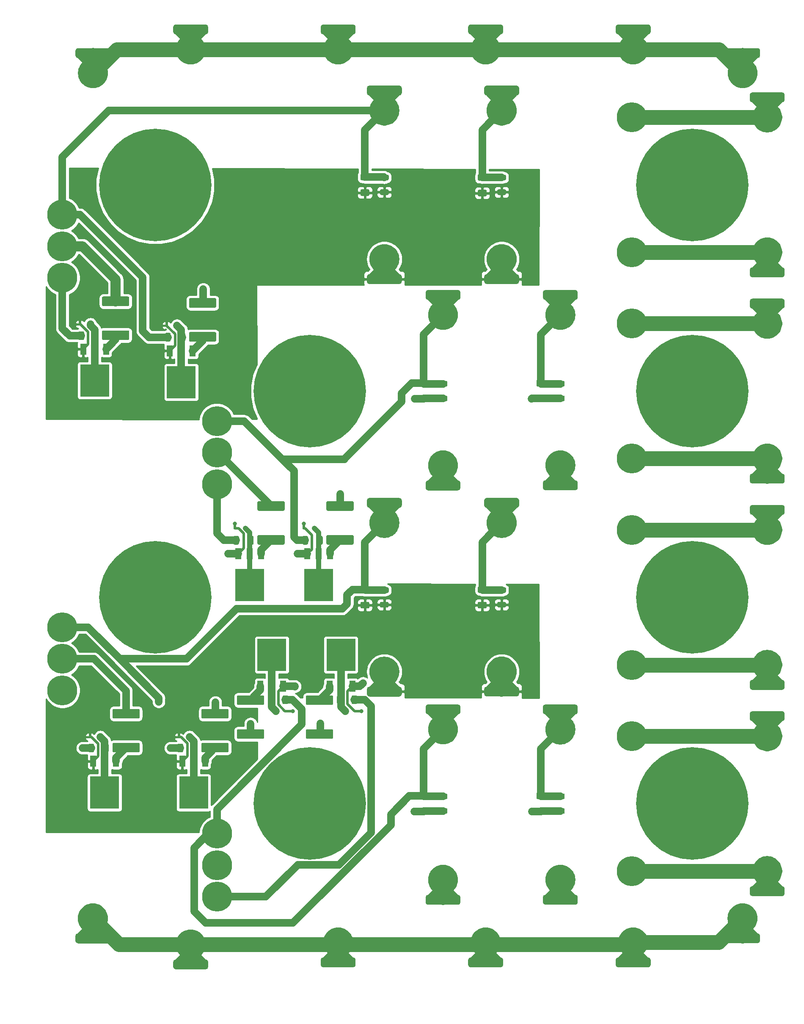
<source format=gbr>
%TF.GenerationSoftware,KiCad,Pcbnew,(5.1.9)-1*%
%TF.CreationDate,2021-08-08T20:50:52+02:00*%
%TF.ProjectId,SwitchBox,53776974-6368-4426-9f78-2e6b69636164,rev?*%
%TF.SameCoordinates,Original*%
%TF.FileFunction,Copper,L1,Top*%
%TF.FilePolarity,Positive*%
%FSLAX46Y46*%
G04 Gerber Fmt 4.6, Leading zero omitted, Abs format (unit mm)*
G04 Created by KiCad (PCBNEW (5.1.9)-1) date 2021-08-08 20:50:52*
%MOMM*%
%LPD*%
G01*
G04 APERTURE LIST*
%TA.AperFunction,SMDPad,CuDef*%
%ADD10R,0.600000X0.450000*%
%TD*%
%TA.AperFunction,ComponentPad*%
%ADD11C,22.500000*%
%TD*%
%TA.AperFunction,ComponentPad*%
%ADD12C,6.000000*%
%TD*%
%TA.AperFunction,ComponentPad*%
%ADD13C,0.100000*%
%TD*%
%TA.AperFunction,SMDPad,CuDef*%
%ADD14R,1.200000X2.200000*%
%TD*%
%TA.AperFunction,SMDPad,CuDef*%
%ADD15R,5.800000X6.400000*%
%TD*%
%TA.AperFunction,ViaPad*%
%ADD16C,1.500000*%
%TD*%
%TA.AperFunction,ViaPad*%
%ADD17C,0.800000*%
%TD*%
%TA.AperFunction,ViaPad*%
%ADD18C,1.000000*%
%TD*%
%TA.AperFunction,Conductor*%
%ADD19C,1.500000*%
%TD*%
%TA.AperFunction,Conductor*%
%ADD20C,2.000000*%
%TD*%
%TA.AperFunction,Conductor*%
%ADD21C,0.500000*%
%TD*%
%TA.AperFunction,Conductor*%
%ADD22C,1.000000*%
%TD*%
%TA.AperFunction,Conductor*%
%ADD23C,3.000000*%
%TD*%
%TA.AperFunction,Conductor*%
%ADD24C,0.254000*%
%TD*%
%TA.AperFunction,Conductor*%
%ADD25C,0.100000*%
%TD*%
G04 APERTURE END LIST*
%TO.P,C1,1*%
%TO.N,/PASS1_NO*%
%TA.AperFunction,SMDPad,CuDef*%
G36*
G01*
X95074999Y-62425000D02*
X96375001Y-62425000D01*
G75*
G02*
X96625000Y-62674999I0J-249999D01*
G01*
X96625000Y-63500001D01*
G75*
G02*
X96375001Y-63750000I-249999J0D01*
G01*
X95074999Y-63750000D01*
G75*
G02*
X94825000Y-63500001I0J249999D01*
G01*
X94825000Y-62674999D01*
G75*
G02*
X95074999Y-62425000I249999J0D01*
G01*
G37*
%TD.AperFunction*%
%TO.P,C1,2*%
%TO.N,/IN1\u002A*%
%TA.AperFunction,SMDPad,CuDef*%
G36*
G01*
X95074999Y-65550000D02*
X96375001Y-65550000D01*
G75*
G02*
X96625000Y-65799999I0J-249999D01*
G01*
X96625000Y-66625001D01*
G75*
G02*
X96375001Y-66875000I-249999J0D01*
G01*
X95074999Y-66875000D01*
G75*
G02*
X94825000Y-66625001I0J249999D01*
G01*
X94825000Y-65799999D01*
G75*
G02*
X95074999Y-65550000I249999J0D01*
G01*
G37*
%TD.AperFunction*%
%TD*%
%TO.P,C2,1*%
%TO.N,/PASS2_NO*%
%TA.AperFunction,SMDPad,CuDef*%
G36*
G01*
X106814999Y-103681666D02*
X108115001Y-103681666D01*
G75*
G02*
X108365000Y-103931665I0J-249999D01*
G01*
X108365000Y-104756667D01*
G75*
G02*
X108115001Y-105006666I-249999J0D01*
G01*
X106814999Y-105006666D01*
G75*
G02*
X106565000Y-104756667I0J249999D01*
G01*
X106565000Y-103931665D01*
G75*
G02*
X106814999Y-103681666I249999J0D01*
G01*
G37*
%TD.AperFunction*%
%TO.P,C2,2*%
%TO.N,/IN2\u002A*%
%TA.AperFunction,SMDPad,CuDef*%
G36*
G01*
X106814999Y-106806666D02*
X108115001Y-106806666D01*
G75*
G02*
X108365000Y-107056665I0J-249999D01*
G01*
X108365000Y-107881667D01*
G75*
G02*
X108115001Y-108131666I-249999J0D01*
G01*
X106814999Y-108131666D01*
G75*
G02*
X106565000Y-107881667I0J249999D01*
G01*
X106565000Y-107056665D01*
G75*
G02*
X106814999Y-106806666I249999J0D01*
G01*
G37*
%TD.AperFunction*%
%TD*%
%TO.P,C3,2*%
%TO.N,/IN3\u002A*%
%TA.AperFunction,SMDPad,CuDef*%
G36*
G01*
X95074999Y-148063332D02*
X96375001Y-148063332D01*
G75*
G02*
X96625000Y-148313331I0J-249999D01*
G01*
X96625000Y-149138333D01*
G75*
G02*
X96375001Y-149388332I-249999J0D01*
G01*
X95074999Y-149388332D01*
G75*
G02*
X94825000Y-149138333I0J249999D01*
G01*
X94825000Y-148313331D01*
G75*
G02*
X95074999Y-148063332I249999J0D01*
G01*
G37*
%TD.AperFunction*%
%TO.P,C3,1*%
%TO.N,/PASS3_NO*%
%TA.AperFunction,SMDPad,CuDef*%
G36*
G01*
X95074999Y-144938332D02*
X96375001Y-144938332D01*
G75*
G02*
X96625000Y-145188331I0J-249999D01*
G01*
X96625000Y-146013333D01*
G75*
G02*
X96375001Y-146263332I-249999J0D01*
G01*
X95074999Y-146263332D01*
G75*
G02*
X94825000Y-146013333I0J249999D01*
G01*
X94825000Y-145188331D01*
G75*
G02*
X95074999Y-144938332I249999J0D01*
G01*
G37*
%TD.AperFunction*%
%TD*%
%TO.P,C4,1*%
%TO.N,/PASS4_NO*%
%TA.AperFunction,SMDPad,CuDef*%
G36*
G01*
X106814999Y-186195000D02*
X108115001Y-186195000D01*
G75*
G02*
X108365000Y-186444999I0J-249999D01*
G01*
X108365000Y-187270001D01*
G75*
G02*
X108115001Y-187520000I-249999J0D01*
G01*
X106814999Y-187520000D01*
G75*
G02*
X106565000Y-187270001I0J249999D01*
G01*
X106565000Y-186444999D01*
G75*
G02*
X106814999Y-186195000I249999J0D01*
G01*
G37*
%TD.AperFunction*%
%TO.P,C4,2*%
%TO.N,/IN4\u002A*%
%TA.AperFunction,SMDPad,CuDef*%
G36*
G01*
X106814999Y-189320000D02*
X108115001Y-189320000D01*
G75*
G02*
X108365000Y-189569999I0J-249999D01*
G01*
X108365000Y-190395001D01*
G75*
G02*
X108115001Y-190645000I-249999J0D01*
G01*
X106814999Y-190645000D01*
G75*
G02*
X106565000Y-190395001I0J249999D01*
G01*
X106565000Y-189569999D01*
G75*
G02*
X106814999Y-189320000I249999J0D01*
G01*
G37*
%TD.AperFunction*%
%TD*%
%TO.P,C5,2*%
%TO.N,/IN1\u002A*%
%TA.AperFunction,SMDPad,CuDef*%
G36*
G01*
X118544999Y-65630000D02*
X119845001Y-65630000D01*
G75*
G02*
X120095000Y-65879999I0J-249999D01*
G01*
X120095000Y-66705001D01*
G75*
G02*
X119845001Y-66955000I-249999J0D01*
G01*
X118544999Y-66955000D01*
G75*
G02*
X118295000Y-66705001I0J249999D01*
G01*
X118295000Y-65879999D01*
G75*
G02*
X118544999Y-65630000I249999J0D01*
G01*
G37*
%TD.AperFunction*%
%TO.P,C5,1*%
%TO.N,/PASS1_NC*%
%TA.AperFunction,SMDPad,CuDef*%
G36*
G01*
X118544999Y-62505000D02*
X119845001Y-62505000D01*
G75*
G02*
X120095000Y-62754999I0J-249999D01*
G01*
X120095000Y-63580001D01*
G75*
G02*
X119845001Y-63830000I-249999J0D01*
G01*
X118544999Y-63830000D01*
G75*
G02*
X118295000Y-63580001I0J249999D01*
G01*
X118295000Y-62754999D01*
G75*
G02*
X118544999Y-62505000I249999J0D01*
G01*
G37*
%TD.AperFunction*%
%TD*%
%TO.P,C6,1*%
%TO.N,/PASS2_NC*%
%TA.AperFunction,SMDPad,CuDef*%
G36*
G01*
X130284999Y-103681666D02*
X131585001Y-103681666D01*
G75*
G02*
X131835000Y-103931665I0J-249999D01*
G01*
X131835000Y-104756667D01*
G75*
G02*
X131585001Y-105006666I-249999J0D01*
G01*
X130284999Y-105006666D01*
G75*
G02*
X130035000Y-104756667I0J249999D01*
G01*
X130035000Y-103931665D01*
G75*
G02*
X130284999Y-103681666I249999J0D01*
G01*
G37*
%TD.AperFunction*%
%TO.P,C6,2*%
%TO.N,/IN2\u002A*%
%TA.AperFunction,SMDPad,CuDef*%
G36*
G01*
X130284999Y-106806666D02*
X131585001Y-106806666D01*
G75*
G02*
X131835000Y-107056665I0J-249999D01*
G01*
X131835000Y-107881667D01*
G75*
G02*
X131585001Y-108131666I-249999J0D01*
G01*
X130284999Y-108131666D01*
G75*
G02*
X130035000Y-107881667I0J249999D01*
G01*
X130035000Y-107056665D01*
G75*
G02*
X130284999Y-106806666I249999J0D01*
G01*
G37*
%TD.AperFunction*%
%TD*%
%TO.P,C7,2*%
%TO.N,/IN3\u002A*%
%TA.AperFunction,SMDPad,CuDef*%
G36*
G01*
X118544999Y-148063332D02*
X119845001Y-148063332D01*
G75*
G02*
X120095000Y-148313331I0J-249999D01*
G01*
X120095000Y-149138333D01*
G75*
G02*
X119845001Y-149388332I-249999J0D01*
G01*
X118544999Y-149388332D01*
G75*
G02*
X118295000Y-149138333I0J249999D01*
G01*
X118295000Y-148313331D01*
G75*
G02*
X118544999Y-148063332I249999J0D01*
G01*
G37*
%TD.AperFunction*%
%TO.P,C7,1*%
%TO.N,/PASS3_NC*%
%TA.AperFunction,SMDPad,CuDef*%
G36*
G01*
X118544999Y-144938332D02*
X119845001Y-144938332D01*
G75*
G02*
X120095000Y-145188331I0J-249999D01*
G01*
X120095000Y-146013333D01*
G75*
G02*
X119845001Y-146263332I-249999J0D01*
G01*
X118544999Y-146263332D01*
G75*
G02*
X118295000Y-146013333I0J249999D01*
G01*
X118295000Y-145188331D01*
G75*
G02*
X118544999Y-144938332I249999J0D01*
G01*
G37*
%TD.AperFunction*%
%TD*%
%TO.P,C8,2*%
%TO.N,/IN4\u002A*%
%TA.AperFunction,SMDPad,CuDef*%
G36*
G01*
X130284999Y-189320000D02*
X131585001Y-189320000D01*
G75*
G02*
X131835000Y-189569999I0J-249999D01*
G01*
X131835000Y-190395001D01*
G75*
G02*
X131585001Y-190645000I-249999J0D01*
G01*
X130284999Y-190645000D01*
G75*
G02*
X130035000Y-190395001I0J249999D01*
G01*
X130035000Y-189569999D01*
G75*
G02*
X130284999Y-189320000I249999J0D01*
G01*
G37*
%TD.AperFunction*%
%TO.P,C8,1*%
%TO.N,/PASS4_NC*%
%TA.AperFunction,SMDPad,CuDef*%
G36*
G01*
X130284999Y-186195000D02*
X131585001Y-186195000D01*
G75*
G02*
X131835000Y-186444999I0J-249999D01*
G01*
X131835000Y-187270001D01*
G75*
G02*
X131585001Y-187520000I-249999J0D01*
G01*
X130284999Y-187520000D01*
G75*
G02*
X130035000Y-187270001I0J249999D01*
G01*
X130035000Y-186444999D01*
G75*
G02*
X130284999Y-186195000I249999J0D01*
G01*
G37*
%TD.AperFunction*%
%TD*%
D10*
%TO.P,D1,2*%
%TO.N,Net-(D1-Pad2)*%
X40800000Y-92510000D03*
%TO.P,D1,1*%
%TO.N,/IN1\u002A*%
X38700000Y-92510000D03*
%TD*%
%TO.P,D2,1*%
%TO.N,/IN2\u002A*%
X69700000Y-133380000D03*
%TO.P,D2,2*%
%TO.N,Net-(D2-Pad2)*%
X71800000Y-133380000D03*
%TD*%
%TO.P,D3,1*%
%TO.N,/IN3\u002A*%
X40690000Y-175060000D03*
%TO.P,D3,2*%
%TO.N,Net-(D3-Pad2)*%
X42790000Y-175060000D03*
%TD*%
%TO.P,D4,2*%
%TO.N,Net-(D4-Pad2)*%
X91770000Y-169900000D03*
%TO.P,D4,1*%
%TO.N,/IN4\u002A*%
X93870000Y-169900000D03*
%TD*%
%TO.P,D5,1*%
%TO.N,/IN1\u002A*%
X56023811Y-92770000D03*
%TO.P,D5,2*%
%TO.N,Net-(D5-Pad2)*%
X58123811Y-92770000D03*
%TD*%
%TO.P,D6,1*%
%TO.N,/IN2\u002A*%
X83520000Y-133380000D03*
%TO.P,D6,2*%
%TO.N,Net-(D6-Pad2)*%
X85620000Y-133380000D03*
%TD*%
%TO.P,D7,2*%
%TO.N,Net-(D7-Pad2)*%
X60610000Y-175060000D03*
%TO.P,D7,1*%
%TO.N,/IN3\u002A*%
X58510000Y-175060000D03*
%TD*%
%TO.P,D8,2*%
%TO.N,Net-(D8-Pad2)*%
X77950000Y-169900000D03*
%TO.P,D8,1*%
%TO.N,/IN4\u002A*%
X80050000Y-169900000D03*
%TD*%
D11*
%TO.P,D9,*%
%TO.N,*%
X161190000Y-64650000D03*
D12*
%TO.P,D9,2*%
%TO.N,Net-(D9-Pad2)*%
X149090000Y-78150000D03*
%TO.P,D9,1*%
%TO.N,Net-(D9-Pad1)*%
X149090000Y-51150000D03*
%TD*%
%TO.P,D10,1*%
%TO.N,Net-(D10-Pad1)*%
X149090000Y-92406666D03*
%TO.P,D10,2*%
%TO.N,Net-(D10-Pad2)*%
X149090000Y-119406666D03*
D11*
%TO.P,D10,*%
%TO.N,*%
X161190000Y-105906666D03*
%TD*%
%TO.P,D11,*%
%TO.N,*%
X161230000Y-147163332D03*
D12*
%TO.P,D11,2*%
%TO.N,Net-(D11-Pad2)*%
X149130000Y-160663332D03*
%TO.P,D11,1*%
%TO.N,Net-(D11-Pad1)*%
X149130000Y-133663332D03*
%TD*%
%TO.P,D12,1*%
%TO.N,Net-(D12-Pad1)*%
X149150000Y-174920000D03*
%TO.P,D12,2*%
%TO.N,Net-(D12-Pad2)*%
X149150000Y-201920000D03*
D11*
%TO.P,D12,*%
%TO.N,*%
X161250000Y-188420000D03*
%TD*%
%TO.P,F1,2*%
%TO.N,/IN1*%
%TA.AperFunction,SMDPad,CuDef*%
G36*
G01*
X48315001Y-88915000D02*
X43364999Y-88915000D01*
G75*
G02*
X43115000Y-88665001I0J249999D01*
G01*
X43115000Y-87239999D01*
G75*
G02*
X43364999Y-86990000I249999J0D01*
G01*
X48315001Y-86990000D01*
G75*
G02*
X48565000Y-87239999I0J-249999D01*
G01*
X48565000Y-88665001D01*
G75*
G02*
X48315001Y-88915000I-249999J0D01*
G01*
G37*
%TD.AperFunction*%
%TO.P,F1,1*%
%TO.N,Net-(F1-Pad1)*%
%TA.AperFunction,SMDPad,CuDef*%
G36*
G01*
X48315001Y-95690000D02*
X43364999Y-95690000D01*
G75*
G02*
X43115000Y-95440001I0J249999D01*
G01*
X43115000Y-94014999D01*
G75*
G02*
X43364999Y-93765000I249999J0D01*
G01*
X48315001Y-93765000D01*
G75*
G02*
X48565000Y-94014999I0J-249999D01*
G01*
X48565000Y-95440001D01*
G75*
G02*
X48315001Y-95690000I-249999J0D01*
G01*
G37*
%TD.AperFunction*%
%TD*%
%TO.P,F2,1*%
%TO.N,Net-(F2-Pad1)*%
%TA.AperFunction,SMDPad,CuDef*%
G36*
G01*
X79415001Y-136610000D02*
X74464999Y-136610000D01*
G75*
G02*
X74215000Y-136360001I0J249999D01*
G01*
X74215000Y-134934999D01*
G75*
G02*
X74464999Y-134685000I249999J0D01*
G01*
X79415001Y-134685000D01*
G75*
G02*
X79665000Y-134934999I0J-249999D01*
G01*
X79665000Y-136360001D01*
G75*
G02*
X79415001Y-136610000I-249999J0D01*
G01*
G37*
%TD.AperFunction*%
%TO.P,F2,2*%
%TO.N,/IN2*%
%TA.AperFunction,SMDPad,CuDef*%
G36*
G01*
X79415001Y-129835000D02*
X74464999Y-129835000D01*
G75*
G02*
X74215000Y-129585001I0J249999D01*
G01*
X74215000Y-128159999D01*
G75*
G02*
X74464999Y-127910000I249999J0D01*
G01*
X79415001Y-127910000D01*
G75*
G02*
X79665000Y-128159999I0J-249999D01*
G01*
X79665000Y-129585001D01*
G75*
G02*
X79415001Y-129835000I-249999J0D01*
G01*
G37*
%TD.AperFunction*%
%TD*%
%TO.P,F3,1*%
%TO.N,Net-(F3-Pad1)*%
%TA.AperFunction,SMDPad,CuDef*%
G36*
G01*
X50405001Y-178170000D02*
X45454999Y-178170000D01*
G75*
G02*
X45205000Y-177920001I0J249999D01*
G01*
X45205000Y-176494999D01*
G75*
G02*
X45454999Y-176245000I249999J0D01*
G01*
X50405001Y-176245000D01*
G75*
G02*
X50655000Y-176494999I0J-249999D01*
G01*
X50655000Y-177920001D01*
G75*
G02*
X50405001Y-178170000I-249999J0D01*
G01*
G37*
%TD.AperFunction*%
%TO.P,F3,2*%
%TO.N,/IN3*%
%TA.AperFunction,SMDPad,CuDef*%
G36*
G01*
X50405001Y-171395000D02*
X45454999Y-171395000D01*
G75*
G02*
X45205000Y-171145001I0J249999D01*
G01*
X45205000Y-169719999D01*
G75*
G02*
X45454999Y-169470000I249999J0D01*
G01*
X50405001Y-169470000D01*
G75*
G02*
X50655000Y-169719999I0J-249999D01*
G01*
X50655000Y-171145001D01*
G75*
G02*
X50405001Y-171395000I-249999J0D01*
G01*
G37*
%TD.AperFunction*%
%TD*%
%TO.P,F4,1*%
%TO.N,Net-(F4-Pad1)*%
%TA.AperFunction,SMDPad,CuDef*%
G36*
G01*
X84154999Y-166750000D02*
X89105001Y-166750000D01*
G75*
G02*
X89355000Y-166999999I0J-249999D01*
G01*
X89355000Y-168425001D01*
G75*
G02*
X89105001Y-168675000I-249999J0D01*
G01*
X84154999Y-168675000D01*
G75*
G02*
X83905000Y-168425001I0J249999D01*
G01*
X83905000Y-166999999D01*
G75*
G02*
X84154999Y-166750000I249999J0D01*
G01*
G37*
%TD.AperFunction*%
%TO.P,F4,2*%
%TO.N,/IN4*%
%TA.AperFunction,SMDPad,CuDef*%
G36*
G01*
X84154999Y-173525000D02*
X89105001Y-173525000D01*
G75*
G02*
X89355000Y-173774999I0J-249999D01*
G01*
X89355000Y-175200001D01*
G75*
G02*
X89105001Y-175450000I-249999J0D01*
G01*
X84154999Y-175450000D01*
G75*
G02*
X83905000Y-175200001I0J249999D01*
G01*
X83905000Y-173774999D01*
G75*
G02*
X84154999Y-173525000I249999J0D01*
G01*
G37*
%TD.AperFunction*%
%TD*%
%TO.P,F5,1*%
%TO.N,Net-(F5-Pad1)*%
%TA.AperFunction,SMDPad,CuDef*%
G36*
G01*
X65715001Y-96010000D02*
X60764999Y-96010000D01*
G75*
G02*
X60515000Y-95760001I0J249999D01*
G01*
X60515000Y-94334999D01*
G75*
G02*
X60764999Y-94085000I249999J0D01*
G01*
X65715001Y-94085000D01*
G75*
G02*
X65965000Y-94334999I0J-249999D01*
G01*
X65965000Y-95760001D01*
G75*
G02*
X65715001Y-96010000I-249999J0D01*
G01*
G37*
%TD.AperFunction*%
%TO.P,F5,2*%
%TO.N,/IN1*%
%TA.AperFunction,SMDPad,CuDef*%
G36*
G01*
X65715001Y-89235000D02*
X60764999Y-89235000D01*
G75*
G02*
X60515000Y-88985001I0J249999D01*
G01*
X60515000Y-87559999D01*
G75*
G02*
X60764999Y-87310000I249999J0D01*
G01*
X65715001Y-87310000D01*
G75*
G02*
X65965000Y-87559999I0J-249999D01*
G01*
X65965000Y-88985001D01*
G75*
G02*
X65715001Y-89235000I-249999J0D01*
G01*
G37*
%TD.AperFunction*%
%TD*%
%TO.P,F6,2*%
%TO.N,/IN2*%
%TA.AperFunction,SMDPad,CuDef*%
G36*
G01*
X93215001Y-129835000D02*
X88264999Y-129835000D01*
G75*
G02*
X88015000Y-129585001I0J249999D01*
G01*
X88015000Y-128159999D01*
G75*
G02*
X88264999Y-127910000I249999J0D01*
G01*
X93215001Y-127910000D01*
G75*
G02*
X93465000Y-128159999I0J-249999D01*
G01*
X93465000Y-129585001D01*
G75*
G02*
X93215001Y-129835000I-249999J0D01*
G01*
G37*
%TD.AperFunction*%
%TO.P,F6,1*%
%TO.N,Net-(F6-Pad1)*%
%TA.AperFunction,SMDPad,CuDef*%
G36*
G01*
X93215001Y-136610000D02*
X88264999Y-136610000D01*
G75*
G02*
X88015000Y-136360001I0J249999D01*
G01*
X88015000Y-134934999D01*
G75*
G02*
X88264999Y-134685000I249999J0D01*
G01*
X93215001Y-134685000D01*
G75*
G02*
X93465000Y-134934999I0J-249999D01*
G01*
X93465000Y-136360001D01*
G75*
G02*
X93215001Y-136610000I-249999J0D01*
G01*
G37*
%TD.AperFunction*%
%TD*%
%TO.P,F7,2*%
%TO.N,/IN3*%
%TA.AperFunction,SMDPad,CuDef*%
G36*
G01*
X68205001Y-171395000D02*
X63254999Y-171395000D01*
G75*
G02*
X63005000Y-171145001I0J249999D01*
G01*
X63005000Y-169719999D01*
G75*
G02*
X63254999Y-169470000I249999J0D01*
G01*
X68205001Y-169470000D01*
G75*
G02*
X68455000Y-169719999I0J-249999D01*
G01*
X68455000Y-171145001D01*
G75*
G02*
X68205001Y-171395000I-249999J0D01*
G01*
G37*
%TD.AperFunction*%
%TO.P,F7,1*%
%TO.N,Net-(F7-Pad1)*%
%TA.AperFunction,SMDPad,CuDef*%
G36*
G01*
X68205001Y-178170000D02*
X63254999Y-178170000D01*
G75*
G02*
X63005000Y-177920001I0J249999D01*
G01*
X63005000Y-176494999D01*
G75*
G02*
X63254999Y-176245000I249999J0D01*
G01*
X68205001Y-176245000D01*
G75*
G02*
X68455000Y-176494999I0J-249999D01*
G01*
X68455000Y-177920001D01*
G75*
G02*
X68205001Y-178170000I-249999J0D01*
G01*
G37*
%TD.AperFunction*%
%TD*%
%TO.P,F8,2*%
%TO.N,/IN4*%
%TA.AperFunction,SMDPad,CuDef*%
G36*
G01*
X70354999Y-173525000D02*
X75305001Y-173525000D01*
G75*
G02*
X75555000Y-173774999I0J-249999D01*
G01*
X75555000Y-175200001D01*
G75*
G02*
X75305001Y-175450000I-249999J0D01*
G01*
X70354999Y-175450000D01*
G75*
G02*
X70105000Y-175200001I0J249999D01*
G01*
X70105000Y-173774999D01*
G75*
G02*
X70354999Y-173525000I249999J0D01*
G01*
G37*
%TD.AperFunction*%
%TO.P,F8,1*%
%TO.N,Net-(F8-Pad1)*%
%TA.AperFunction,SMDPad,CuDef*%
G36*
G01*
X70354999Y-166750000D02*
X75305001Y-166750000D01*
G75*
G02*
X75555000Y-166999999I0J-249999D01*
G01*
X75555000Y-168425001D01*
G75*
G02*
X75305001Y-168675000I-249999J0D01*
G01*
X70354999Y-168675000D01*
G75*
G02*
X70105000Y-168425001I0J249999D01*
G01*
X70105000Y-166999999D01*
G75*
G02*
X70354999Y-166750000I249999J0D01*
G01*
G37*
%TD.AperFunction*%
%TD*%
%TO.P,BLACK,1*%
%TO.N,Net-(J1-Pad1)*%
%TA.AperFunction,ComponentPad*%
G36*
G01*
X38290000Y-214362777D02*
X44290000Y-214362777D01*
G75*
G02*
X44790000Y-214862777I0J-500000D01*
G01*
X44790000Y-215862777D01*
G75*
G02*
X44290000Y-216362777I-500000J0D01*
G01*
X38290000Y-216362777D01*
G75*
G02*
X37790000Y-215862777I0J500000D01*
G01*
X37790000Y-214862777D01*
G75*
G02*
X38290000Y-214362777I500000J0D01*
G01*
G37*
%TD.AperFunction*%
%TA.AperFunction,ComponentPad*%
D13*
G36*
X41730191Y-208395247D02*
G01*
X42018941Y-208452683D01*
X42300670Y-208538145D01*
X42572665Y-208650809D01*
X42832308Y-208789591D01*
X43077098Y-208953154D01*
X43304677Y-209139924D01*
X43512853Y-209348100D01*
X43699623Y-209575679D01*
X43863186Y-209820469D01*
X44001968Y-210080112D01*
X44114632Y-210352107D01*
X44200094Y-210633836D01*
X44257530Y-210922586D01*
X44286386Y-211215574D01*
X44286386Y-211509980D01*
X44257530Y-211802968D01*
X44200094Y-212091718D01*
X44114632Y-212373447D01*
X44001968Y-212645442D01*
X43863186Y-212905085D01*
X43699623Y-213149875D01*
X43512853Y-213377454D01*
X43408765Y-213481542D01*
X44290000Y-214362777D01*
X38290000Y-214362777D01*
X39171235Y-213481542D01*
X39067147Y-213377454D01*
X38880377Y-213149875D01*
X38716814Y-212905085D01*
X38578032Y-212645442D01*
X38465368Y-212373447D01*
X38379906Y-212091718D01*
X38322470Y-211802968D01*
X38293614Y-211509980D01*
X38293614Y-211215574D01*
X38322470Y-210922586D01*
X38379906Y-210633836D01*
X38465368Y-210352107D01*
X38578032Y-210080112D01*
X38716814Y-209820469D01*
X38880377Y-209575679D01*
X39067147Y-209348100D01*
X39275323Y-209139924D01*
X39502902Y-208953154D01*
X39747692Y-208789591D01*
X40007335Y-208650809D01*
X40279330Y-208538145D01*
X40561059Y-208452683D01*
X40849809Y-208395247D01*
X41142797Y-208366391D01*
X41437203Y-208366391D01*
X41730191Y-208395247D01*
G37*
%TD.AperFunction*%
%TD*%
%TA.AperFunction,ComponentPad*%
%TO.P,RED,1*%
%TO.N,Net-(J10-Pad1)*%
G36*
X40869809Y-45274753D02*
G01*
X40581059Y-45217317D01*
X40299330Y-45131855D01*
X40027335Y-45019191D01*
X39767692Y-44880409D01*
X39522902Y-44716846D01*
X39295323Y-44530076D01*
X39087147Y-44321900D01*
X38900377Y-44094321D01*
X38736814Y-43849531D01*
X38598032Y-43589888D01*
X38485368Y-43317893D01*
X38399906Y-43036164D01*
X38342470Y-42747414D01*
X38313614Y-42454426D01*
X38313614Y-42160020D01*
X38342470Y-41867032D01*
X38399906Y-41578282D01*
X38485368Y-41296553D01*
X38598032Y-41024558D01*
X38736814Y-40764915D01*
X38900377Y-40520125D01*
X39087147Y-40292546D01*
X39191235Y-40188458D01*
X38310000Y-39307223D01*
X44310000Y-39307223D01*
X43428765Y-40188458D01*
X43532853Y-40292546D01*
X43719623Y-40520125D01*
X43883186Y-40764915D01*
X44021968Y-41024558D01*
X44134632Y-41296553D01*
X44220094Y-41578282D01*
X44277530Y-41867032D01*
X44306386Y-42160020D01*
X44306386Y-42454426D01*
X44277530Y-42747414D01*
X44220094Y-43036164D01*
X44134632Y-43317893D01*
X44021968Y-43589888D01*
X43883186Y-43849531D01*
X43719623Y-44094321D01*
X43532853Y-44321900D01*
X43324677Y-44530076D01*
X43097098Y-44716846D01*
X42852308Y-44880409D01*
X42592665Y-45019191D01*
X42320670Y-45131855D01*
X42038941Y-45217317D01*
X41750191Y-45274753D01*
X41457203Y-45303609D01*
X41162797Y-45303609D01*
X40869809Y-45274753D01*
G37*
%TD.AperFunction*%
%TA.AperFunction,ComponentPad*%
G36*
G01*
X44310000Y-39307223D02*
X38310000Y-39307223D01*
G75*
G02*
X37810000Y-38807223I0J500000D01*
G01*
X37810000Y-37807223D01*
G75*
G02*
X38310000Y-37307223I500000J0D01*
G01*
X44310000Y-37307223D01*
G75*
G02*
X44810000Y-37807223I0J-500000D01*
G01*
X44810000Y-38807223D01*
G75*
G02*
X44310000Y-39307223I-500000J0D01*
G01*
G37*
%TD.AperFunction*%
%TD*%
%TA.AperFunction,ComponentPad*%
%TO.P,BLACK,1*%
%TO.N,Net-(J1-Pad1)*%
G36*
X61300191Y-213602470D02*
G01*
X61588941Y-213659906D01*
X61870670Y-213745368D01*
X62142665Y-213858032D01*
X62402308Y-213996814D01*
X62647098Y-214160377D01*
X62874677Y-214347147D01*
X63082853Y-214555323D01*
X63269623Y-214782902D01*
X63433186Y-215027692D01*
X63571968Y-215287335D01*
X63684632Y-215559330D01*
X63770094Y-215841059D01*
X63827530Y-216129809D01*
X63856386Y-216422797D01*
X63856386Y-216717203D01*
X63827530Y-217010191D01*
X63770094Y-217298941D01*
X63684632Y-217580670D01*
X63571968Y-217852665D01*
X63433186Y-218112308D01*
X63269623Y-218357098D01*
X63082853Y-218584677D01*
X62978765Y-218688765D01*
X63860000Y-219570000D01*
X57860000Y-219570000D01*
X58741235Y-218688765D01*
X58637147Y-218584677D01*
X58450377Y-218357098D01*
X58286814Y-218112308D01*
X58148032Y-217852665D01*
X58035368Y-217580670D01*
X57949906Y-217298941D01*
X57892470Y-217010191D01*
X57863614Y-216717203D01*
X57863614Y-216422797D01*
X57892470Y-216129809D01*
X57949906Y-215841059D01*
X58035368Y-215559330D01*
X58148032Y-215287335D01*
X58286814Y-215027692D01*
X58450377Y-214782902D01*
X58637147Y-214555323D01*
X58845323Y-214347147D01*
X59072902Y-214160377D01*
X59317692Y-213996814D01*
X59577335Y-213858032D01*
X59849330Y-213745368D01*
X60131059Y-213659906D01*
X60419809Y-213602470D01*
X60712797Y-213573614D01*
X61007203Y-213573614D01*
X61300191Y-213602470D01*
G37*
%TD.AperFunction*%
%TA.AperFunction,ComponentPad*%
G36*
G01*
X57860000Y-219570000D02*
X63860000Y-219570000D01*
G75*
G02*
X64360000Y-220070000I0J-500000D01*
G01*
X64360000Y-221070000D01*
G75*
G02*
X63860000Y-221570000I-500000J0D01*
G01*
X57860000Y-221570000D01*
G75*
G02*
X57360000Y-221070000I0J500000D01*
G01*
X57360000Y-220070000D01*
G75*
G02*
X57860000Y-219570000I500000J0D01*
G01*
G37*
%TD.AperFunction*%
%TD*%
%TO.P,RED,1*%
%TO.N,Net-(J10-Pad1)*%
%TA.AperFunction,ComponentPad*%
G36*
G01*
X63860000Y-34570000D02*
X57860000Y-34570000D01*
G75*
G02*
X57360000Y-34070000I0J500000D01*
G01*
X57360000Y-33070000D01*
G75*
G02*
X57860000Y-32570000I500000J0D01*
G01*
X63860000Y-32570000D01*
G75*
G02*
X64360000Y-33070000I0J-500000D01*
G01*
X64360000Y-34070000D01*
G75*
G02*
X63860000Y-34570000I-500000J0D01*
G01*
G37*
%TD.AperFunction*%
%TA.AperFunction,ComponentPad*%
G36*
X60419809Y-40537530D02*
G01*
X60131059Y-40480094D01*
X59849330Y-40394632D01*
X59577335Y-40281968D01*
X59317692Y-40143186D01*
X59072902Y-39979623D01*
X58845323Y-39792853D01*
X58637147Y-39584677D01*
X58450377Y-39357098D01*
X58286814Y-39112308D01*
X58148032Y-38852665D01*
X58035368Y-38580670D01*
X57949906Y-38298941D01*
X57892470Y-38010191D01*
X57863614Y-37717203D01*
X57863614Y-37422797D01*
X57892470Y-37129809D01*
X57949906Y-36841059D01*
X58035368Y-36559330D01*
X58148032Y-36287335D01*
X58286814Y-36027692D01*
X58450377Y-35782902D01*
X58637147Y-35555323D01*
X58741235Y-35451235D01*
X57860000Y-34570000D01*
X63860000Y-34570000D01*
X62978765Y-35451235D01*
X63082853Y-35555323D01*
X63269623Y-35782902D01*
X63433186Y-36027692D01*
X63571968Y-36287335D01*
X63684632Y-36559330D01*
X63770094Y-36841059D01*
X63827530Y-37129809D01*
X63856386Y-37422797D01*
X63856386Y-37717203D01*
X63827530Y-38010191D01*
X63770094Y-38298941D01*
X63684632Y-38580670D01*
X63571968Y-38852665D01*
X63433186Y-39112308D01*
X63269623Y-39357098D01*
X63082853Y-39584677D01*
X62874677Y-39792853D01*
X62647098Y-39979623D01*
X62402308Y-40143186D01*
X62142665Y-40281968D01*
X61870670Y-40394632D01*
X61588941Y-40480094D01*
X61300191Y-40537530D01*
X61007203Y-40566386D01*
X60712797Y-40566386D01*
X60419809Y-40537530D01*
G37*
%TD.AperFunction*%
%TD*%
%TO.P,BLACK,1*%
%TO.N,Net-(J1-Pad1)*%
%TA.AperFunction,ComponentPad*%
G36*
G01*
X87370000Y-219170000D02*
X93370000Y-219170000D01*
G75*
G02*
X93870000Y-219670000I0J-500000D01*
G01*
X93870000Y-220670000D01*
G75*
G02*
X93370000Y-221170000I-500000J0D01*
G01*
X87370000Y-221170000D01*
G75*
G02*
X86870000Y-220670000I0J500000D01*
G01*
X86870000Y-219670000D01*
G75*
G02*
X87370000Y-219170000I500000J0D01*
G01*
G37*
%TD.AperFunction*%
%TA.AperFunction,ComponentPad*%
G36*
X90810191Y-213202470D02*
G01*
X91098941Y-213259906D01*
X91380670Y-213345368D01*
X91652665Y-213458032D01*
X91912308Y-213596814D01*
X92157098Y-213760377D01*
X92384677Y-213947147D01*
X92592853Y-214155323D01*
X92779623Y-214382902D01*
X92943186Y-214627692D01*
X93081968Y-214887335D01*
X93194632Y-215159330D01*
X93280094Y-215441059D01*
X93337530Y-215729809D01*
X93366386Y-216022797D01*
X93366386Y-216317203D01*
X93337530Y-216610191D01*
X93280094Y-216898941D01*
X93194632Y-217180670D01*
X93081968Y-217452665D01*
X92943186Y-217712308D01*
X92779623Y-217957098D01*
X92592853Y-218184677D01*
X92488765Y-218288765D01*
X93370000Y-219170000D01*
X87370000Y-219170000D01*
X88251235Y-218288765D01*
X88147147Y-218184677D01*
X87960377Y-217957098D01*
X87796814Y-217712308D01*
X87658032Y-217452665D01*
X87545368Y-217180670D01*
X87459906Y-216898941D01*
X87402470Y-216610191D01*
X87373614Y-216317203D01*
X87373614Y-216022797D01*
X87402470Y-215729809D01*
X87459906Y-215441059D01*
X87545368Y-215159330D01*
X87658032Y-214887335D01*
X87796814Y-214627692D01*
X87960377Y-214382902D01*
X88147147Y-214155323D01*
X88355323Y-213947147D01*
X88582902Y-213760377D01*
X88827692Y-213596814D01*
X89087335Y-213458032D01*
X89359330Y-213345368D01*
X89641059Y-213259906D01*
X89929809Y-213202470D01*
X90222797Y-213173614D01*
X90517203Y-213173614D01*
X90810191Y-213202470D01*
G37*
%TD.AperFunction*%
%TD*%
%TA.AperFunction,ComponentPad*%
%TO.P,RED,1*%
%TO.N,Net-(J10-Pad1)*%
G36*
X89929809Y-40537530D02*
G01*
X89641059Y-40480094D01*
X89359330Y-40394632D01*
X89087335Y-40281968D01*
X88827692Y-40143186D01*
X88582902Y-39979623D01*
X88355323Y-39792853D01*
X88147147Y-39584677D01*
X87960377Y-39357098D01*
X87796814Y-39112308D01*
X87658032Y-38852665D01*
X87545368Y-38580670D01*
X87459906Y-38298941D01*
X87402470Y-38010191D01*
X87373614Y-37717203D01*
X87373614Y-37422797D01*
X87402470Y-37129809D01*
X87459906Y-36841059D01*
X87545368Y-36559330D01*
X87658032Y-36287335D01*
X87796814Y-36027692D01*
X87960377Y-35782902D01*
X88147147Y-35555323D01*
X88251235Y-35451235D01*
X87370000Y-34570000D01*
X93370000Y-34570000D01*
X92488765Y-35451235D01*
X92592853Y-35555323D01*
X92779623Y-35782902D01*
X92943186Y-36027692D01*
X93081968Y-36287335D01*
X93194632Y-36559330D01*
X93280094Y-36841059D01*
X93337530Y-37129809D01*
X93366386Y-37422797D01*
X93366386Y-37717203D01*
X93337530Y-38010191D01*
X93280094Y-38298941D01*
X93194632Y-38580670D01*
X93081968Y-38852665D01*
X92943186Y-39112308D01*
X92779623Y-39357098D01*
X92592853Y-39584677D01*
X92384677Y-39792853D01*
X92157098Y-39979623D01*
X91912308Y-40143186D01*
X91652665Y-40281968D01*
X91380670Y-40394632D01*
X91098941Y-40480094D01*
X90810191Y-40537530D01*
X90517203Y-40566386D01*
X90222797Y-40566386D01*
X89929809Y-40537530D01*
G37*
%TD.AperFunction*%
%TA.AperFunction,ComponentPad*%
G36*
G01*
X93370000Y-34570000D02*
X87370000Y-34570000D01*
G75*
G02*
X86870000Y-34070000I0J500000D01*
G01*
X86870000Y-33070000D01*
G75*
G02*
X87370000Y-32570000I500000J0D01*
G01*
X93370000Y-32570000D01*
G75*
G02*
X93870000Y-33070000I0J-500000D01*
G01*
X93870000Y-34070000D01*
G75*
G02*
X93370000Y-34570000I-500000J0D01*
G01*
G37*
%TD.AperFunction*%
%TD*%
%TA.AperFunction,ComponentPad*%
%TO.P,BLACK,1*%
%TO.N,Net-(J1-Pad1)*%
G36*
X120320191Y-213202470D02*
G01*
X120608941Y-213259906D01*
X120890670Y-213345368D01*
X121162665Y-213458032D01*
X121422308Y-213596814D01*
X121667098Y-213760377D01*
X121894677Y-213947147D01*
X122102853Y-214155323D01*
X122289623Y-214382902D01*
X122453186Y-214627692D01*
X122591968Y-214887335D01*
X122704632Y-215159330D01*
X122790094Y-215441059D01*
X122847530Y-215729809D01*
X122876386Y-216022797D01*
X122876386Y-216317203D01*
X122847530Y-216610191D01*
X122790094Y-216898941D01*
X122704632Y-217180670D01*
X122591968Y-217452665D01*
X122453186Y-217712308D01*
X122289623Y-217957098D01*
X122102853Y-218184677D01*
X121998765Y-218288765D01*
X122880000Y-219170000D01*
X116880000Y-219170000D01*
X117761235Y-218288765D01*
X117657147Y-218184677D01*
X117470377Y-217957098D01*
X117306814Y-217712308D01*
X117168032Y-217452665D01*
X117055368Y-217180670D01*
X116969906Y-216898941D01*
X116912470Y-216610191D01*
X116883614Y-216317203D01*
X116883614Y-216022797D01*
X116912470Y-215729809D01*
X116969906Y-215441059D01*
X117055368Y-215159330D01*
X117168032Y-214887335D01*
X117306814Y-214627692D01*
X117470377Y-214382902D01*
X117657147Y-214155323D01*
X117865323Y-213947147D01*
X118092902Y-213760377D01*
X118337692Y-213596814D01*
X118597335Y-213458032D01*
X118869330Y-213345368D01*
X119151059Y-213259906D01*
X119439809Y-213202470D01*
X119732797Y-213173614D01*
X120027203Y-213173614D01*
X120320191Y-213202470D01*
G37*
%TD.AperFunction*%
%TA.AperFunction,ComponentPad*%
G36*
G01*
X116880000Y-219170000D02*
X122880000Y-219170000D01*
G75*
G02*
X123380000Y-219670000I0J-500000D01*
G01*
X123380000Y-220670000D01*
G75*
G02*
X122880000Y-221170000I-500000J0D01*
G01*
X116880000Y-221170000D01*
G75*
G02*
X116380000Y-220670000I0J500000D01*
G01*
X116380000Y-219670000D01*
G75*
G02*
X116880000Y-219170000I500000J0D01*
G01*
G37*
%TD.AperFunction*%
%TD*%
%TO.P,RED,1*%
%TO.N,Net-(J10-Pad1)*%
%TA.AperFunction,ComponentPad*%
G36*
G01*
X122880000Y-34570000D02*
X116880000Y-34570000D01*
G75*
G02*
X116380000Y-34070000I0J500000D01*
G01*
X116380000Y-33070000D01*
G75*
G02*
X116880000Y-32570000I500000J0D01*
G01*
X122880000Y-32570000D01*
G75*
G02*
X123380000Y-33070000I0J-500000D01*
G01*
X123380000Y-34070000D01*
G75*
G02*
X122880000Y-34570000I-500000J0D01*
G01*
G37*
%TD.AperFunction*%
%TA.AperFunction,ComponentPad*%
G36*
X119439809Y-40537530D02*
G01*
X119151059Y-40480094D01*
X118869330Y-40394632D01*
X118597335Y-40281968D01*
X118337692Y-40143186D01*
X118092902Y-39979623D01*
X117865323Y-39792853D01*
X117657147Y-39584677D01*
X117470377Y-39357098D01*
X117306814Y-39112308D01*
X117168032Y-38852665D01*
X117055368Y-38580670D01*
X116969906Y-38298941D01*
X116912470Y-38010191D01*
X116883614Y-37717203D01*
X116883614Y-37422797D01*
X116912470Y-37129809D01*
X116969906Y-36841059D01*
X117055368Y-36559330D01*
X117168032Y-36287335D01*
X117306814Y-36027692D01*
X117470377Y-35782902D01*
X117657147Y-35555323D01*
X117761235Y-35451235D01*
X116880000Y-34570000D01*
X122880000Y-34570000D01*
X121998765Y-35451235D01*
X122102853Y-35555323D01*
X122289623Y-35782902D01*
X122453186Y-36027692D01*
X122591968Y-36287335D01*
X122704632Y-36559330D01*
X122790094Y-36841059D01*
X122847530Y-37129809D01*
X122876386Y-37422797D01*
X122876386Y-37717203D01*
X122847530Y-38010191D01*
X122790094Y-38298941D01*
X122704632Y-38580670D01*
X122591968Y-38852665D01*
X122453186Y-39112308D01*
X122289623Y-39357098D01*
X122102853Y-39584677D01*
X121894677Y-39792853D01*
X121667098Y-39979623D01*
X121422308Y-40143186D01*
X121162665Y-40281968D01*
X120890670Y-40394632D01*
X120608941Y-40480094D01*
X120320191Y-40537530D01*
X120027203Y-40566386D01*
X119732797Y-40566386D01*
X119439809Y-40537530D01*
G37*
%TD.AperFunction*%
%TD*%
%TO.P,BLACK,1*%
%TO.N,Net-(J1-Pad1)*%
%TA.AperFunction,ComponentPad*%
G36*
G01*
X146390000Y-219170000D02*
X152390000Y-219170000D01*
G75*
G02*
X152890000Y-219670000I0J-500000D01*
G01*
X152890000Y-220670000D01*
G75*
G02*
X152390000Y-221170000I-500000J0D01*
G01*
X146390000Y-221170000D01*
G75*
G02*
X145890000Y-220670000I0J500000D01*
G01*
X145890000Y-219670000D01*
G75*
G02*
X146390000Y-219170000I500000J0D01*
G01*
G37*
%TD.AperFunction*%
%TA.AperFunction,ComponentPad*%
G36*
X149830191Y-213202470D02*
G01*
X150118941Y-213259906D01*
X150400670Y-213345368D01*
X150672665Y-213458032D01*
X150932308Y-213596814D01*
X151177098Y-213760377D01*
X151404677Y-213947147D01*
X151612853Y-214155323D01*
X151799623Y-214382902D01*
X151963186Y-214627692D01*
X152101968Y-214887335D01*
X152214632Y-215159330D01*
X152300094Y-215441059D01*
X152357530Y-215729809D01*
X152386386Y-216022797D01*
X152386386Y-216317203D01*
X152357530Y-216610191D01*
X152300094Y-216898941D01*
X152214632Y-217180670D01*
X152101968Y-217452665D01*
X151963186Y-217712308D01*
X151799623Y-217957098D01*
X151612853Y-218184677D01*
X151508765Y-218288765D01*
X152390000Y-219170000D01*
X146390000Y-219170000D01*
X147271235Y-218288765D01*
X147167147Y-218184677D01*
X146980377Y-217957098D01*
X146816814Y-217712308D01*
X146678032Y-217452665D01*
X146565368Y-217180670D01*
X146479906Y-216898941D01*
X146422470Y-216610191D01*
X146393614Y-216317203D01*
X146393614Y-216022797D01*
X146422470Y-215729809D01*
X146479906Y-215441059D01*
X146565368Y-215159330D01*
X146678032Y-214887335D01*
X146816814Y-214627692D01*
X146980377Y-214382902D01*
X147167147Y-214155323D01*
X147375323Y-213947147D01*
X147602902Y-213760377D01*
X147847692Y-213596814D01*
X148107335Y-213458032D01*
X148379330Y-213345368D01*
X148661059Y-213259906D01*
X148949809Y-213202470D01*
X149242797Y-213173614D01*
X149537203Y-213173614D01*
X149830191Y-213202470D01*
G37*
%TD.AperFunction*%
%TD*%
%TA.AperFunction,ComponentPad*%
%TO.P,RED,1*%
%TO.N,Net-(J10-Pad1)*%
G36*
X148949809Y-40537530D02*
G01*
X148661059Y-40480094D01*
X148379330Y-40394632D01*
X148107335Y-40281968D01*
X147847692Y-40143186D01*
X147602902Y-39979623D01*
X147375323Y-39792853D01*
X147167147Y-39584677D01*
X146980377Y-39357098D01*
X146816814Y-39112308D01*
X146678032Y-38852665D01*
X146565368Y-38580670D01*
X146479906Y-38298941D01*
X146422470Y-38010191D01*
X146393614Y-37717203D01*
X146393614Y-37422797D01*
X146422470Y-37129809D01*
X146479906Y-36841059D01*
X146565368Y-36559330D01*
X146678032Y-36287335D01*
X146816814Y-36027692D01*
X146980377Y-35782902D01*
X147167147Y-35555323D01*
X147271235Y-35451235D01*
X146390000Y-34570000D01*
X152390000Y-34570000D01*
X151508765Y-35451235D01*
X151612853Y-35555323D01*
X151799623Y-35782902D01*
X151963186Y-36027692D01*
X152101968Y-36287335D01*
X152214632Y-36559330D01*
X152300094Y-36841059D01*
X152357530Y-37129809D01*
X152386386Y-37422797D01*
X152386386Y-37717203D01*
X152357530Y-38010191D01*
X152300094Y-38298941D01*
X152214632Y-38580670D01*
X152101968Y-38852665D01*
X151963186Y-39112308D01*
X151799623Y-39357098D01*
X151612853Y-39584677D01*
X151404677Y-39792853D01*
X151177098Y-39979623D01*
X150932308Y-40143186D01*
X150672665Y-40281968D01*
X150400670Y-40394632D01*
X150118941Y-40480094D01*
X149830191Y-40537530D01*
X149537203Y-40566386D01*
X149242797Y-40566386D01*
X148949809Y-40537530D01*
G37*
%TD.AperFunction*%
%TA.AperFunction,ComponentPad*%
G36*
G01*
X152390000Y-34570000D02*
X146390000Y-34570000D01*
G75*
G02*
X145890000Y-34070000I0J500000D01*
G01*
X145890000Y-33070000D01*
G75*
G02*
X146390000Y-32570000I500000J0D01*
G01*
X152390000Y-32570000D01*
G75*
G02*
X152890000Y-33070000I0J-500000D01*
G01*
X152890000Y-34070000D01*
G75*
G02*
X152390000Y-34570000I-500000J0D01*
G01*
G37*
%TD.AperFunction*%
%TD*%
%TA.AperFunction,ComponentPad*%
%TO.P,BLACK,1*%
%TO.N,Net-(J1-Pad1)*%
G36*
X171720191Y-208385247D02*
G01*
X172008941Y-208442683D01*
X172290670Y-208528145D01*
X172562665Y-208640809D01*
X172822308Y-208779591D01*
X173067098Y-208943154D01*
X173294677Y-209129924D01*
X173502853Y-209338100D01*
X173689623Y-209565679D01*
X173853186Y-209810469D01*
X173991968Y-210070112D01*
X174104632Y-210342107D01*
X174190094Y-210623836D01*
X174247530Y-210912586D01*
X174276386Y-211205574D01*
X174276386Y-211499980D01*
X174247530Y-211792968D01*
X174190094Y-212081718D01*
X174104632Y-212363447D01*
X173991968Y-212635442D01*
X173853186Y-212895085D01*
X173689623Y-213139875D01*
X173502853Y-213367454D01*
X173398765Y-213471542D01*
X174280000Y-214352777D01*
X168280000Y-214352777D01*
X169161235Y-213471542D01*
X169057147Y-213367454D01*
X168870377Y-213139875D01*
X168706814Y-212895085D01*
X168568032Y-212635442D01*
X168455368Y-212363447D01*
X168369906Y-212081718D01*
X168312470Y-211792968D01*
X168283614Y-211499980D01*
X168283614Y-211205574D01*
X168312470Y-210912586D01*
X168369906Y-210623836D01*
X168455368Y-210342107D01*
X168568032Y-210070112D01*
X168706814Y-209810469D01*
X168870377Y-209565679D01*
X169057147Y-209338100D01*
X169265323Y-209129924D01*
X169492902Y-208943154D01*
X169737692Y-208779591D01*
X169997335Y-208640809D01*
X170269330Y-208528145D01*
X170551059Y-208442683D01*
X170839809Y-208385247D01*
X171132797Y-208356391D01*
X171427203Y-208356391D01*
X171720191Y-208385247D01*
G37*
%TD.AperFunction*%
%TA.AperFunction,ComponentPad*%
G36*
G01*
X168280000Y-214352777D02*
X174280000Y-214352777D01*
G75*
G02*
X174780000Y-214852777I0J-500000D01*
G01*
X174780000Y-215852777D01*
G75*
G02*
X174280000Y-216352777I-500000J0D01*
G01*
X168280000Y-216352777D01*
G75*
G02*
X167780000Y-215852777I0J500000D01*
G01*
X167780000Y-214852777D01*
G75*
G02*
X168280000Y-214352777I500000J0D01*
G01*
G37*
%TD.AperFunction*%
%TD*%
%TO.P,RED,1*%
%TO.N,Net-(J10-Pad1)*%
%TA.AperFunction,ComponentPad*%
G36*
G01*
X174300000Y-39297223D02*
X168300000Y-39297223D01*
G75*
G02*
X167800000Y-38797223I0J500000D01*
G01*
X167800000Y-37797223D01*
G75*
G02*
X168300000Y-37297223I500000J0D01*
G01*
X174300000Y-37297223D01*
G75*
G02*
X174800000Y-37797223I0J-500000D01*
G01*
X174800000Y-38797223D01*
G75*
G02*
X174300000Y-39297223I-500000J0D01*
G01*
G37*
%TD.AperFunction*%
%TA.AperFunction,ComponentPad*%
G36*
X170859809Y-45264753D02*
G01*
X170571059Y-45207317D01*
X170289330Y-45121855D01*
X170017335Y-45009191D01*
X169757692Y-44870409D01*
X169512902Y-44706846D01*
X169285323Y-44520076D01*
X169077147Y-44311900D01*
X168890377Y-44084321D01*
X168726814Y-43839531D01*
X168588032Y-43579888D01*
X168475368Y-43307893D01*
X168389906Y-43026164D01*
X168332470Y-42737414D01*
X168303614Y-42444426D01*
X168303614Y-42150020D01*
X168332470Y-41857032D01*
X168389906Y-41568282D01*
X168475368Y-41286553D01*
X168588032Y-41014558D01*
X168726814Y-40754915D01*
X168890377Y-40510125D01*
X169077147Y-40282546D01*
X169181235Y-40178458D01*
X168300000Y-39297223D01*
X174300000Y-39297223D01*
X173418765Y-40178458D01*
X173522853Y-40282546D01*
X173709623Y-40510125D01*
X173873186Y-40754915D01*
X174011968Y-41014558D01*
X174124632Y-41286553D01*
X174210094Y-41568282D01*
X174267530Y-41857032D01*
X174296386Y-42150020D01*
X174296386Y-42444426D01*
X174267530Y-42737414D01*
X174210094Y-43026164D01*
X174124632Y-43307893D01*
X174011968Y-43579888D01*
X173873186Y-43839531D01*
X173709623Y-44084321D01*
X173522853Y-44311900D01*
X173314677Y-44520076D01*
X173087098Y-44706846D01*
X172842308Y-44870409D01*
X172582665Y-45009191D01*
X172310670Y-45121855D01*
X172028941Y-45207317D01*
X171740191Y-45264753D01*
X171447203Y-45293609D01*
X171152797Y-45293609D01*
X170859809Y-45264753D01*
G37*
%TD.AperFunction*%
%TD*%
%TO.P,BLACK,1*%
%TO.N,/PASS1_NO*%
%TA.AperFunction,ComponentPad*%
G36*
G01*
X102610000Y-46790000D02*
X96610000Y-46790000D01*
G75*
G02*
X96110000Y-46290000I0J500000D01*
G01*
X96110000Y-45290000D01*
G75*
G02*
X96610000Y-44790000I500000J0D01*
G01*
X102610000Y-44790000D01*
G75*
G02*
X103110000Y-45290000I0J-500000D01*
G01*
X103110000Y-46290000D01*
G75*
G02*
X102610000Y-46790000I-500000J0D01*
G01*
G37*
%TD.AperFunction*%
%TA.AperFunction,ComponentPad*%
G36*
X99169809Y-52757530D02*
G01*
X98881059Y-52700094D01*
X98599330Y-52614632D01*
X98327335Y-52501968D01*
X98067692Y-52363186D01*
X97822902Y-52199623D01*
X97595323Y-52012853D01*
X97387147Y-51804677D01*
X97200377Y-51577098D01*
X97036814Y-51332308D01*
X96898032Y-51072665D01*
X96785368Y-50800670D01*
X96699906Y-50518941D01*
X96642470Y-50230191D01*
X96613614Y-49937203D01*
X96613614Y-49642797D01*
X96642470Y-49349809D01*
X96699906Y-49061059D01*
X96785368Y-48779330D01*
X96898032Y-48507335D01*
X97036814Y-48247692D01*
X97200377Y-48002902D01*
X97387147Y-47775323D01*
X97491235Y-47671235D01*
X96610000Y-46790000D01*
X102610000Y-46790000D01*
X101728765Y-47671235D01*
X101832853Y-47775323D01*
X102019623Y-48002902D01*
X102183186Y-48247692D01*
X102321968Y-48507335D01*
X102434632Y-48779330D01*
X102520094Y-49061059D01*
X102577530Y-49349809D01*
X102606386Y-49642797D01*
X102606386Y-49937203D01*
X102577530Y-50230191D01*
X102520094Y-50518941D01*
X102434632Y-50800670D01*
X102321968Y-51072665D01*
X102183186Y-51332308D01*
X102019623Y-51577098D01*
X101832853Y-51804677D01*
X101624677Y-52012853D01*
X101397098Y-52199623D01*
X101152308Y-52363186D01*
X100892665Y-52501968D01*
X100620670Y-52614632D01*
X100338941Y-52700094D01*
X100050191Y-52757530D01*
X99757203Y-52786386D01*
X99462797Y-52786386D01*
X99169809Y-52757530D01*
G37*
%TD.AperFunction*%
%TD*%
%TA.AperFunction,ComponentPad*%
%TO.P,BLACK,1*%
%TO.N,/PASS2_NO*%
G36*
X110909809Y-93647530D02*
G01*
X110621059Y-93590094D01*
X110339330Y-93504632D01*
X110067335Y-93391968D01*
X109807692Y-93253186D01*
X109562902Y-93089623D01*
X109335323Y-92902853D01*
X109127147Y-92694677D01*
X108940377Y-92467098D01*
X108776814Y-92222308D01*
X108638032Y-91962665D01*
X108525368Y-91690670D01*
X108439906Y-91408941D01*
X108382470Y-91120191D01*
X108353614Y-90827203D01*
X108353614Y-90532797D01*
X108382470Y-90239809D01*
X108439906Y-89951059D01*
X108525368Y-89669330D01*
X108638032Y-89397335D01*
X108776814Y-89137692D01*
X108940377Y-88892902D01*
X109127147Y-88665323D01*
X109231235Y-88561235D01*
X108350000Y-87680000D01*
X114350000Y-87680000D01*
X113468765Y-88561235D01*
X113572853Y-88665323D01*
X113759623Y-88892902D01*
X113923186Y-89137692D01*
X114061968Y-89397335D01*
X114174632Y-89669330D01*
X114260094Y-89951059D01*
X114317530Y-90239809D01*
X114346386Y-90532797D01*
X114346386Y-90827203D01*
X114317530Y-91120191D01*
X114260094Y-91408941D01*
X114174632Y-91690670D01*
X114061968Y-91962665D01*
X113923186Y-92222308D01*
X113759623Y-92467098D01*
X113572853Y-92694677D01*
X113364677Y-92902853D01*
X113137098Y-93089623D01*
X112892308Y-93253186D01*
X112632665Y-93391968D01*
X112360670Y-93504632D01*
X112078941Y-93590094D01*
X111790191Y-93647530D01*
X111497203Y-93676386D01*
X111202797Y-93676386D01*
X110909809Y-93647530D01*
G37*
%TD.AperFunction*%
%TA.AperFunction,ComponentPad*%
G36*
G01*
X114350000Y-87680000D02*
X108350000Y-87680000D01*
G75*
G02*
X107850000Y-87180000I0J500000D01*
G01*
X107850000Y-86180000D01*
G75*
G02*
X108350000Y-85680000I500000J0D01*
G01*
X114350000Y-85680000D01*
G75*
G02*
X114850000Y-86180000I0J-500000D01*
G01*
X114850000Y-87180000D01*
G75*
G02*
X114350000Y-87680000I-500000J0D01*
G01*
G37*
%TD.AperFunction*%
%TD*%
%TA.AperFunction,ComponentPad*%
%TO.P,BLACK,1*%
%TO.N,/IN1\u002A*%
G36*
X100050191Y-76532470D02*
G01*
X100338941Y-76589906D01*
X100620670Y-76675368D01*
X100892665Y-76788032D01*
X101152308Y-76926814D01*
X101397098Y-77090377D01*
X101624677Y-77277147D01*
X101832853Y-77485323D01*
X102019623Y-77712902D01*
X102183186Y-77957692D01*
X102321968Y-78217335D01*
X102434632Y-78489330D01*
X102520094Y-78771059D01*
X102577530Y-79059809D01*
X102606386Y-79352797D01*
X102606386Y-79647203D01*
X102577530Y-79940191D01*
X102520094Y-80228941D01*
X102434632Y-80510670D01*
X102321968Y-80782665D01*
X102183186Y-81042308D01*
X102019623Y-81287098D01*
X101832853Y-81514677D01*
X101728765Y-81618765D01*
X102610000Y-82500000D01*
X96610000Y-82500000D01*
X97491235Y-81618765D01*
X97387147Y-81514677D01*
X97200377Y-81287098D01*
X97036814Y-81042308D01*
X96898032Y-80782665D01*
X96785368Y-80510670D01*
X96699906Y-80228941D01*
X96642470Y-79940191D01*
X96613614Y-79647203D01*
X96613614Y-79352797D01*
X96642470Y-79059809D01*
X96699906Y-78771059D01*
X96785368Y-78489330D01*
X96898032Y-78217335D01*
X97036814Y-77957692D01*
X97200377Y-77712902D01*
X97387147Y-77485323D01*
X97595323Y-77277147D01*
X97822902Y-77090377D01*
X98067692Y-76926814D01*
X98327335Y-76788032D01*
X98599330Y-76675368D01*
X98881059Y-76589906D01*
X99169809Y-76532470D01*
X99462797Y-76503614D01*
X99757203Y-76503614D01*
X100050191Y-76532470D01*
G37*
%TD.AperFunction*%
%TA.AperFunction,ComponentPad*%
G36*
G01*
X96610000Y-82500000D02*
X102610000Y-82500000D01*
G75*
G02*
X103110000Y-83000000I0J-500000D01*
G01*
X103110000Y-84000000D01*
G75*
G02*
X102610000Y-84500000I-500000J0D01*
G01*
X96610000Y-84500000D01*
G75*
G02*
X96110000Y-84000000I0J500000D01*
G01*
X96110000Y-83000000D01*
G75*
G02*
X96610000Y-82500000I500000J0D01*
G01*
G37*
%TD.AperFunction*%
%TD*%
%TA.AperFunction,ComponentPad*%
%TO.P,BLACK,1*%
%TO.N,/IN2\u002A*%
G36*
X111790191Y-117802470D02*
G01*
X112078941Y-117859906D01*
X112360670Y-117945368D01*
X112632665Y-118058032D01*
X112892308Y-118196814D01*
X113137098Y-118360377D01*
X113364677Y-118547147D01*
X113572853Y-118755323D01*
X113759623Y-118982902D01*
X113923186Y-119227692D01*
X114061968Y-119487335D01*
X114174632Y-119759330D01*
X114260094Y-120041059D01*
X114317530Y-120329809D01*
X114346386Y-120622797D01*
X114346386Y-120917203D01*
X114317530Y-121210191D01*
X114260094Y-121498941D01*
X114174632Y-121780670D01*
X114061968Y-122052665D01*
X113923186Y-122312308D01*
X113759623Y-122557098D01*
X113572853Y-122784677D01*
X113468765Y-122888765D01*
X114350000Y-123770000D01*
X108350000Y-123770000D01*
X109231235Y-122888765D01*
X109127147Y-122784677D01*
X108940377Y-122557098D01*
X108776814Y-122312308D01*
X108638032Y-122052665D01*
X108525368Y-121780670D01*
X108439906Y-121498941D01*
X108382470Y-121210191D01*
X108353614Y-120917203D01*
X108353614Y-120622797D01*
X108382470Y-120329809D01*
X108439906Y-120041059D01*
X108525368Y-119759330D01*
X108638032Y-119487335D01*
X108776814Y-119227692D01*
X108940377Y-118982902D01*
X109127147Y-118755323D01*
X109335323Y-118547147D01*
X109562902Y-118360377D01*
X109807692Y-118196814D01*
X110067335Y-118058032D01*
X110339330Y-117945368D01*
X110621059Y-117859906D01*
X110909809Y-117802470D01*
X111202797Y-117773614D01*
X111497203Y-117773614D01*
X111790191Y-117802470D01*
G37*
%TD.AperFunction*%
%TA.AperFunction,ComponentPad*%
G36*
G01*
X108350000Y-123770000D02*
X114350000Y-123770000D01*
G75*
G02*
X114850000Y-124270000I0J-500000D01*
G01*
X114850000Y-125270000D01*
G75*
G02*
X114350000Y-125770000I-500000J0D01*
G01*
X108350000Y-125770000D01*
G75*
G02*
X107850000Y-125270000I0J500000D01*
G01*
X107850000Y-124270000D01*
G75*
G02*
X108350000Y-123770000I500000J0D01*
G01*
G37*
%TD.AperFunction*%
%TD*%
%TA.AperFunction,ComponentPad*%
%TO.P,BLACK,1*%
%TO.N,/PASS3_NO*%
G36*
X99169809Y-135237530D02*
G01*
X98881059Y-135180094D01*
X98599330Y-135094632D01*
X98327335Y-134981968D01*
X98067692Y-134843186D01*
X97822902Y-134679623D01*
X97595323Y-134492853D01*
X97387147Y-134284677D01*
X97200377Y-134057098D01*
X97036814Y-133812308D01*
X96898032Y-133552665D01*
X96785368Y-133280670D01*
X96699906Y-132998941D01*
X96642470Y-132710191D01*
X96613614Y-132417203D01*
X96613614Y-132122797D01*
X96642470Y-131829809D01*
X96699906Y-131541059D01*
X96785368Y-131259330D01*
X96898032Y-130987335D01*
X97036814Y-130727692D01*
X97200377Y-130482902D01*
X97387147Y-130255323D01*
X97491235Y-130151235D01*
X96610000Y-129270000D01*
X102610000Y-129270000D01*
X101728765Y-130151235D01*
X101832853Y-130255323D01*
X102019623Y-130482902D01*
X102183186Y-130727692D01*
X102321968Y-130987335D01*
X102434632Y-131259330D01*
X102520094Y-131541059D01*
X102577530Y-131829809D01*
X102606386Y-132122797D01*
X102606386Y-132417203D01*
X102577530Y-132710191D01*
X102520094Y-132998941D01*
X102434632Y-133280670D01*
X102321968Y-133552665D01*
X102183186Y-133812308D01*
X102019623Y-134057098D01*
X101832853Y-134284677D01*
X101624677Y-134492853D01*
X101397098Y-134679623D01*
X101152308Y-134843186D01*
X100892665Y-134981968D01*
X100620670Y-135094632D01*
X100338941Y-135180094D01*
X100050191Y-135237530D01*
X99757203Y-135266386D01*
X99462797Y-135266386D01*
X99169809Y-135237530D01*
G37*
%TD.AperFunction*%
%TA.AperFunction,ComponentPad*%
G36*
G01*
X102610000Y-129270000D02*
X96610000Y-129270000D01*
G75*
G02*
X96110000Y-128770000I0J500000D01*
G01*
X96110000Y-127770000D01*
G75*
G02*
X96610000Y-127270000I500000J0D01*
G01*
X102610000Y-127270000D01*
G75*
G02*
X103110000Y-127770000I0J-500000D01*
G01*
X103110000Y-128770000D01*
G75*
G02*
X102610000Y-129270000I-500000J0D01*
G01*
G37*
%TD.AperFunction*%
%TD*%
%TO.P,BLACK,1*%
%TO.N,/PASS4_NO*%
%TA.AperFunction,ComponentPad*%
G36*
G01*
X114350000Y-170570000D02*
X108350000Y-170570000D01*
G75*
G02*
X107850000Y-170070000I0J500000D01*
G01*
X107850000Y-169070000D01*
G75*
G02*
X108350000Y-168570000I500000J0D01*
G01*
X114350000Y-168570000D01*
G75*
G02*
X114850000Y-169070000I0J-500000D01*
G01*
X114850000Y-170070000D01*
G75*
G02*
X114350000Y-170570000I-500000J0D01*
G01*
G37*
%TD.AperFunction*%
%TA.AperFunction,ComponentPad*%
G36*
X110909809Y-176537530D02*
G01*
X110621059Y-176480094D01*
X110339330Y-176394632D01*
X110067335Y-176281968D01*
X109807692Y-176143186D01*
X109562902Y-175979623D01*
X109335323Y-175792853D01*
X109127147Y-175584677D01*
X108940377Y-175357098D01*
X108776814Y-175112308D01*
X108638032Y-174852665D01*
X108525368Y-174580670D01*
X108439906Y-174298941D01*
X108382470Y-174010191D01*
X108353614Y-173717203D01*
X108353614Y-173422797D01*
X108382470Y-173129809D01*
X108439906Y-172841059D01*
X108525368Y-172559330D01*
X108638032Y-172287335D01*
X108776814Y-172027692D01*
X108940377Y-171782902D01*
X109127147Y-171555323D01*
X109231235Y-171451235D01*
X108350000Y-170570000D01*
X114350000Y-170570000D01*
X113468765Y-171451235D01*
X113572853Y-171555323D01*
X113759623Y-171782902D01*
X113923186Y-172027692D01*
X114061968Y-172287335D01*
X114174632Y-172559330D01*
X114260094Y-172841059D01*
X114317530Y-173129809D01*
X114346386Y-173422797D01*
X114346386Y-173717203D01*
X114317530Y-174010191D01*
X114260094Y-174298941D01*
X114174632Y-174580670D01*
X114061968Y-174852665D01*
X113923186Y-175112308D01*
X113759623Y-175357098D01*
X113572853Y-175584677D01*
X113364677Y-175792853D01*
X113137098Y-175979623D01*
X112892308Y-176143186D01*
X112632665Y-176281968D01*
X112360670Y-176394632D01*
X112078941Y-176480094D01*
X111790191Y-176537530D01*
X111497203Y-176566386D01*
X111202797Y-176566386D01*
X110909809Y-176537530D01*
G37*
%TD.AperFunction*%
%TD*%
%TO.P,BLACK,1*%
%TO.N,/IN3\u002A*%
%TA.AperFunction,ComponentPad*%
G36*
G01*
X96610000Y-165010000D02*
X102610000Y-165010000D01*
G75*
G02*
X103110000Y-165510000I0J-500000D01*
G01*
X103110000Y-166510000D01*
G75*
G02*
X102610000Y-167010000I-500000J0D01*
G01*
X96610000Y-167010000D01*
G75*
G02*
X96110000Y-166510000I0J500000D01*
G01*
X96110000Y-165510000D01*
G75*
G02*
X96610000Y-165010000I500000J0D01*
G01*
G37*
%TD.AperFunction*%
%TA.AperFunction,ComponentPad*%
G36*
X100050191Y-159042470D02*
G01*
X100338941Y-159099906D01*
X100620670Y-159185368D01*
X100892665Y-159298032D01*
X101152308Y-159436814D01*
X101397098Y-159600377D01*
X101624677Y-159787147D01*
X101832853Y-159995323D01*
X102019623Y-160222902D01*
X102183186Y-160467692D01*
X102321968Y-160727335D01*
X102434632Y-160999330D01*
X102520094Y-161281059D01*
X102577530Y-161569809D01*
X102606386Y-161862797D01*
X102606386Y-162157203D01*
X102577530Y-162450191D01*
X102520094Y-162738941D01*
X102434632Y-163020670D01*
X102321968Y-163292665D01*
X102183186Y-163552308D01*
X102019623Y-163797098D01*
X101832853Y-164024677D01*
X101728765Y-164128765D01*
X102610000Y-165010000D01*
X96610000Y-165010000D01*
X97491235Y-164128765D01*
X97387147Y-164024677D01*
X97200377Y-163797098D01*
X97036814Y-163552308D01*
X96898032Y-163292665D01*
X96785368Y-163020670D01*
X96699906Y-162738941D01*
X96642470Y-162450191D01*
X96613614Y-162157203D01*
X96613614Y-161862797D01*
X96642470Y-161569809D01*
X96699906Y-161281059D01*
X96785368Y-160999330D01*
X96898032Y-160727335D01*
X97036814Y-160467692D01*
X97200377Y-160222902D01*
X97387147Y-159995323D01*
X97595323Y-159787147D01*
X97822902Y-159600377D01*
X98067692Y-159436814D01*
X98327335Y-159298032D01*
X98599330Y-159185368D01*
X98881059Y-159099906D01*
X99169809Y-159042470D01*
X99462797Y-159013614D01*
X99757203Y-159013614D01*
X100050191Y-159042470D01*
G37*
%TD.AperFunction*%
%TD*%
%TO.P,BLACK,1*%
%TO.N,/IN4\u002A*%
%TA.AperFunction,ComponentPad*%
G36*
G01*
X108350000Y-206650000D02*
X114350000Y-206650000D01*
G75*
G02*
X114850000Y-207150000I0J-500000D01*
G01*
X114850000Y-208150000D01*
G75*
G02*
X114350000Y-208650000I-500000J0D01*
G01*
X108350000Y-208650000D01*
G75*
G02*
X107850000Y-208150000I0J500000D01*
G01*
X107850000Y-207150000D01*
G75*
G02*
X108350000Y-206650000I500000J0D01*
G01*
G37*
%TD.AperFunction*%
%TA.AperFunction,ComponentPad*%
G36*
X111790191Y-200682470D02*
G01*
X112078941Y-200739906D01*
X112360670Y-200825368D01*
X112632665Y-200938032D01*
X112892308Y-201076814D01*
X113137098Y-201240377D01*
X113364677Y-201427147D01*
X113572853Y-201635323D01*
X113759623Y-201862902D01*
X113923186Y-202107692D01*
X114061968Y-202367335D01*
X114174632Y-202639330D01*
X114260094Y-202921059D01*
X114317530Y-203209809D01*
X114346386Y-203502797D01*
X114346386Y-203797203D01*
X114317530Y-204090191D01*
X114260094Y-204378941D01*
X114174632Y-204660670D01*
X114061968Y-204932665D01*
X113923186Y-205192308D01*
X113759623Y-205437098D01*
X113572853Y-205664677D01*
X113468765Y-205768765D01*
X114350000Y-206650000D01*
X108350000Y-206650000D01*
X109231235Y-205768765D01*
X109127147Y-205664677D01*
X108940377Y-205437098D01*
X108776814Y-205192308D01*
X108638032Y-204932665D01*
X108525368Y-204660670D01*
X108439906Y-204378941D01*
X108382470Y-204090191D01*
X108353614Y-203797203D01*
X108353614Y-203502797D01*
X108382470Y-203209809D01*
X108439906Y-202921059D01*
X108525368Y-202639330D01*
X108638032Y-202367335D01*
X108776814Y-202107692D01*
X108940377Y-201862902D01*
X109127147Y-201635323D01*
X109335323Y-201427147D01*
X109562902Y-201240377D01*
X109807692Y-201076814D01*
X110067335Y-200938032D01*
X110339330Y-200825368D01*
X110621059Y-200739906D01*
X110909809Y-200682470D01*
X111202797Y-200653614D01*
X111497203Y-200653614D01*
X111790191Y-200682470D01*
G37*
%TD.AperFunction*%
%TD*%
%TA.AperFunction,ComponentPad*%
%TO.P,BLACK,1*%
%TO.N,/PASS1_NC*%
G36*
X122639809Y-52757530D02*
G01*
X122351059Y-52700094D01*
X122069330Y-52614632D01*
X121797335Y-52501968D01*
X121537692Y-52363186D01*
X121292902Y-52199623D01*
X121065323Y-52012853D01*
X120857147Y-51804677D01*
X120670377Y-51577098D01*
X120506814Y-51332308D01*
X120368032Y-51072665D01*
X120255368Y-50800670D01*
X120169906Y-50518941D01*
X120112470Y-50230191D01*
X120083614Y-49937203D01*
X120083614Y-49642797D01*
X120112470Y-49349809D01*
X120169906Y-49061059D01*
X120255368Y-48779330D01*
X120368032Y-48507335D01*
X120506814Y-48247692D01*
X120670377Y-48002902D01*
X120857147Y-47775323D01*
X120961235Y-47671235D01*
X120080000Y-46790000D01*
X126080000Y-46790000D01*
X125198765Y-47671235D01*
X125302853Y-47775323D01*
X125489623Y-48002902D01*
X125653186Y-48247692D01*
X125791968Y-48507335D01*
X125904632Y-48779330D01*
X125990094Y-49061059D01*
X126047530Y-49349809D01*
X126076386Y-49642797D01*
X126076386Y-49937203D01*
X126047530Y-50230191D01*
X125990094Y-50518941D01*
X125904632Y-50800670D01*
X125791968Y-51072665D01*
X125653186Y-51332308D01*
X125489623Y-51577098D01*
X125302853Y-51804677D01*
X125094677Y-52012853D01*
X124867098Y-52199623D01*
X124622308Y-52363186D01*
X124362665Y-52501968D01*
X124090670Y-52614632D01*
X123808941Y-52700094D01*
X123520191Y-52757530D01*
X123227203Y-52786386D01*
X122932797Y-52786386D01*
X122639809Y-52757530D01*
G37*
%TD.AperFunction*%
%TA.AperFunction,ComponentPad*%
G36*
G01*
X126080000Y-46790000D02*
X120080000Y-46790000D01*
G75*
G02*
X119580000Y-46290000I0J500000D01*
G01*
X119580000Y-45290000D01*
G75*
G02*
X120080000Y-44790000I500000J0D01*
G01*
X126080000Y-44790000D01*
G75*
G02*
X126580000Y-45290000I0J-500000D01*
G01*
X126580000Y-46290000D01*
G75*
G02*
X126080000Y-46790000I-500000J0D01*
G01*
G37*
%TD.AperFunction*%
%TD*%
%TA.AperFunction,ComponentPad*%
%TO.P,BLACK,1*%
%TO.N,/PASS2_NC*%
G36*
X134379809Y-93647530D02*
G01*
X134091059Y-93590094D01*
X133809330Y-93504632D01*
X133537335Y-93391968D01*
X133277692Y-93253186D01*
X133032902Y-93089623D01*
X132805323Y-92902853D01*
X132597147Y-92694677D01*
X132410377Y-92467098D01*
X132246814Y-92222308D01*
X132108032Y-91962665D01*
X131995368Y-91690670D01*
X131909906Y-91408941D01*
X131852470Y-91120191D01*
X131823614Y-90827203D01*
X131823614Y-90532797D01*
X131852470Y-90239809D01*
X131909906Y-89951059D01*
X131995368Y-89669330D01*
X132108032Y-89397335D01*
X132246814Y-89137692D01*
X132410377Y-88892902D01*
X132597147Y-88665323D01*
X132701235Y-88561235D01*
X131820000Y-87680000D01*
X137820000Y-87680000D01*
X136938765Y-88561235D01*
X137042853Y-88665323D01*
X137229623Y-88892902D01*
X137393186Y-89137692D01*
X137531968Y-89397335D01*
X137644632Y-89669330D01*
X137730094Y-89951059D01*
X137787530Y-90239809D01*
X137816386Y-90532797D01*
X137816386Y-90827203D01*
X137787530Y-91120191D01*
X137730094Y-91408941D01*
X137644632Y-91690670D01*
X137531968Y-91962665D01*
X137393186Y-92222308D01*
X137229623Y-92467098D01*
X137042853Y-92694677D01*
X136834677Y-92902853D01*
X136607098Y-93089623D01*
X136362308Y-93253186D01*
X136102665Y-93391968D01*
X135830670Y-93504632D01*
X135548941Y-93590094D01*
X135260191Y-93647530D01*
X134967203Y-93676386D01*
X134672797Y-93676386D01*
X134379809Y-93647530D01*
G37*
%TD.AperFunction*%
%TA.AperFunction,ComponentPad*%
G36*
G01*
X137820000Y-87680000D02*
X131820000Y-87680000D01*
G75*
G02*
X131320000Y-87180000I0J500000D01*
G01*
X131320000Y-86180000D01*
G75*
G02*
X131820000Y-85680000I500000J0D01*
G01*
X137820000Y-85680000D01*
G75*
G02*
X138320000Y-86180000I0J-500000D01*
G01*
X138320000Y-87180000D01*
G75*
G02*
X137820000Y-87680000I-500000J0D01*
G01*
G37*
%TD.AperFunction*%
%TD*%
%TO.P,BLACK,1*%
%TO.N,/IN1\u002A*%
%TA.AperFunction,ComponentPad*%
G36*
G01*
X120080000Y-82500000D02*
X126080000Y-82500000D01*
G75*
G02*
X126580000Y-83000000I0J-500000D01*
G01*
X126580000Y-84000000D01*
G75*
G02*
X126080000Y-84500000I-500000J0D01*
G01*
X120080000Y-84500000D01*
G75*
G02*
X119580000Y-84000000I0J500000D01*
G01*
X119580000Y-83000000D01*
G75*
G02*
X120080000Y-82500000I500000J0D01*
G01*
G37*
%TD.AperFunction*%
%TA.AperFunction,ComponentPad*%
G36*
X123520191Y-76532470D02*
G01*
X123808941Y-76589906D01*
X124090670Y-76675368D01*
X124362665Y-76788032D01*
X124622308Y-76926814D01*
X124867098Y-77090377D01*
X125094677Y-77277147D01*
X125302853Y-77485323D01*
X125489623Y-77712902D01*
X125653186Y-77957692D01*
X125791968Y-78217335D01*
X125904632Y-78489330D01*
X125990094Y-78771059D01*
X126047530Y-79059809D01*
X126076386Y-79352797D01*
X126076386Y-79647203D01*
X126047530Y-79940191D01*
X125990094Y-80228941D01*
X125904632Y-80510670D01*
X125791968Y-80782665D01*
X125653186Y-81042308D01*
X125489623Y-81287098D01*
X125302853Y-81514677D01*
X125198765Y-81618765D01*
X126080000Y-82500000D01*
X120080000Y-82500000D01*
X120961235Y-81618765D01*
X120857147Y-81514677D01*
X120670377Y-81287098D01*
X120506814Y-81042308D01*
X120368032Y-80782665D01*
X120255368Y-80510670D01*
X120169906Y-80228941D01*
X120112470Y-79940191D01*
X120083614Y-79647203D01*
X120083614Y-79352797D01*
X120112470Y-79059809D01*
X120169906Y-78771059D01*
X120255368Y-78489330D01*
X120368032Y-78217335D01*
X120506814Y-77957692D01*
X120670377Y-77712902D01*
X120857147Y-77485323D01*
X121065323Y-77277147D01*
X121292902Y-77090377D01*
X121537692Y-76926814D01*
X121797335Y-76788032D01*
X122069330Y-76675368D01*
X122351059Y-76589906D01*
X122639809Y-76532470D01*
X122932797Y-76503614D01*
X123227203Y-76503614D01*
X123520191Y-76532470D01*
G37*
%TD.AperFunction*%
%TD*%
%TO.P,BLACK,1*%
%TO.N,/IN2\u002A*%
%TA.AperFunction,ComponentPad*%
G36*
G01*
X131820000Y-123740000D02*
X137820000Y-123740000D01*
G75*
G02*
X138320000Y-124240000I0J-500000D01*
G01*
X138320000Y-125240000D01*
G75*
G02*
X137820000Y-125740000I-500000J0D01*
G01*
X131820000Y-125740000D01*
G75*
G02*
X131320000Y-125240000I0J500000D01*
G01*
X131320000Y-124240000D01*
G75*
G02*
X131820000Y-123740000I500000J0D01*
G01*
G37*
%TD.AperFunction*%
%TA.AperFunction,ComponentPad*%
G36*
X135260191Y-117772470D02*
G01*
X135548941Y-117829906D01*
X135830670Y-117915368D01*
X136102665Y-118028032D01*
X136362308Y-118166814D01*
X136607098Y-118330377D01*
X136834677Y-118517147D01*
X137042853Y-118725323D01*
X137229623Y-118952902D01*
X137393186Y-119197692D01*
X137531968Y-119457335D01*
X137644632Y-119729330D01*
X137730094Y-120011059D01*
X137787530Y-120299809D01*
X137816386Y-120592797D01*
X137816386Y-120887203D01*
X137787530Y-121180191D01*
X137730094Y-121468941D01*
X137644632Y-121750670D01*
X137531968Y-122022665D01*
X137393186Y-122282308D01*
X137229623Y-122527098D01*
X137042853Y-122754677D01*
X136938765Y-122858765D01*
X137820000Y-123740000D01*
X131820000Y-123740000D01*
X132701235Y-122858765D01*
X132597147Y-122754677D01*
X132410377Y-122527098D01*
X132246814Y-122282308D01*
X132108032Y-122022665D01*
X131995368Y-121750670D01*
X131909906Y-121468941D01*
X131852470Y-121180191D01*
X131823614Y-120887203D01*
X131823614Y-120592797D01*
X131852470Y-120299809D01*
X131909906Y-120011059D01*
X131995368Y-119729330D01*
X132108032Y-119457335D01*
X132246814Y-119197692D01*
X132410377Y-118952902D01*
X132597147Y-118725323D01*
X132805323Y-118517147D01*
X133032902Y-118330377D01*
X133277692Y-118166814D01*
X133537335Y-118028032D01*
X133809330Y-117915368D01*
X134091059Y-117829906D01*
X134379809Y-117772470D01*
X134672797Y-117743614D01*
X134967203Y-117743614D01*
X135260191Y-117772470D01*
G37*
%TD.AperFunction*%
%TD*%
%TO.P,BLACK,1*%
%TO.N,/PASS3_NC*%
%TA.AperFunction,ComponentPad*%
G36*
G01*
X126080000Y-129270000D02*
X120080000Y-129270000D01*
G75*
G02*
X119580000Y-128770000I0J500000D01*
G01*
X119580000Y-127770000D01*
G75*
G02*
X120080000Y-127270000I500000J0D01*
G01*
X126080000Y-127270000D01*
G75*
G02*
X126580000Y-127770000I0J-500000D01*
G01*
X126580000Y-128770000D01*
G75*
G02*
X126080000Y-129270000I-500000J0D01*
G01*
G37*
%TD.AperFunction*%
%TA.AperFunction,ComponentPad*%
G36*
X122639809Y-135237530D02*
G01*
X122351059Y-135180094D01*
X122069330Y-135094632D01*
X121797335Y-134981968D01*
X121537692Y-134843186D01*
X121292902Y-134679623D01*
X121065323Y-134492853D01*
X120857147Y-134284677D01*
X120670377Y-134057098D01*
X120506814Y-133812308D01*
X120368032Y-133552665D01*
X120255368Y-133280670D01*
X120169906Y-132998941D01*
X120112470Y-132710191D01*
X120083614Y-132417203D01*
X120083614Y-132122797D01*
X120112470Y-131829809D01*
X120169906Y-131541059D01*
X120255368Y-131259330D01*
X120368032Y-130987335D01*
X120506814Y-130727692D01*
X120670377Y-130482902D01*
X120857147Y-130255323D01*
X120961235Y-130151235D01*
X120080000Y-129270000D01*
X126080000Y-129270000D01*
X125198765Y-130151235D01*
X125302853Y-130255323D01*
X125489623Y-130482902D01*
X125653186Y-130727692D01*
X125791968Y-130987335D01*
X125904632Y-131259330D01*
X125990094Y-131541059D01*
X126047530Y-131829809D01*
X126076386Y-132122797D01*
X126076386Y-132417203D01*
X126047530Y-132710191D01*
X125990094Y-132998941D01*
X125904632Y-133280670D01*
X125791968Y-133552665D01*
X125653186Y-133812308D01*
X125489623Y-134057098D01*
X125302853Y-134284677D01*
X125094677Y-134492853D01*
X124867098Y-134679623D01*
X124622308Y-134843186D01*
X124362665Y-134981968D01*
X124090670Y-135094632D01*
X123808941Y-135180094D01*
X123520191Y-135237530D01*
X123227203Y-135266386D01*
X122932797Y-135266386D01*
X122639809Y-135237530D01*
G37*
%TD.AperFunction*%
%TD*%
%TA.AperFunction,ComponentPad*%
%TO.P,BLACK,1*%
%TO.N,/PASS4_NC*%
G36*
X134379809Y-176547530D02*
G01*
X134091059Y-176490094D01*
X133809330Y-176404632D01*
X133537335Y-176291968D01*
X133277692Y-176153186D01*
X133032902Y-175989623D01*
X132805323Y-175802853D01*
X132597147Y-175594677D01*
X132410377Y-175367098D01*
X132246814Y-175122308D01*
X132108032Y-174862665D01*
X131995368Y-174590670D01*
X131909906Y-174308941D01*
X131852470Y-174020191D01*
X131823614Y-173727203D01*
X131823614Y-173432797D01*
X131852470Y-173139809D01*
X131909906Y-172851059D01*
X131995368Y-172569330D01*
X132108032Y-172297335D01*
X132246814Y-172037692D01*
X132410377Y-171792902D01*
X132597147Y-171565323D01*
X132701235Y-171461235D01*
X131820000Y-170580000D01*
X137820000Y-170580000D01*
X136938765Y-171461235D01*
X137042853Y-171565323D01*
X137229623Y-171792902D01*
X137393186Y-172037692D01*
X137531968Y-172297335D01*
X137644632Y-172569330D01*
X137730094Y-172851059D01*
X137787530Y-173139809D01*
X137816386Y-173432797D01*
X137816386Y-173727203D01*
X137787530Y-174020191D01*
X137730094Y-174308941D01*
X137644632Y-174590670D01*
X137531968Y-174862665D01*
X137393186Y-175122308D01*
X137229623Y-175367098D01*
X137042853Y-175594677D01*
X136834677Y-175802853D01*
X136607098Y-175989623D01*
X136362308Y-176153186D01*
X136102665Y-176291968D01*
X135830670Y-176404632D01*
X135548941Y-176490094D01*
X135260191Y-176547530D01*
X134967203Y-176576386D01*
X134672797Y-176576386D01*
X134379809Y-176547530D01*
G37*
%TD.AperFunction*%
%TA.AperFunction,ComponentPad*%
G36*
G01*
X137820000Y-170580000D02*
X131820000Y-170580000D01*
G75*
G02*
X131320000Y-170080000I0J500000D01*
G01*
X131320000Y-169080000D01*
G75*
G02*
X131820000Y-168580000I500000J0D01*
G01*
X137820000Y-168580000D01*
G75*
G02*
X138320000Y-169080000I0J-500000D01*
G01*
X138320000Y-170080000D01*
G75*
G02*
X137820000Y-170580000I-500000J0D01*
G01*
G37*
%TD.AperFunction*%
%TD*%
%TA.AperFunction,ComponentPad*%
%TO.P,BLACK,1*%
%TO.N,/IN3\u002A*%
G36*
X123520191Y-159032470D02*
G01*
X123808941Y-159089906D01*
X124090670Y-159175368D01*
X124362665Y-159288032D01*
X124622308Y-159426814D01*
X124867098Y-159590377D01*
X125094677Y-159777147D01*
X125302853Y-159985323D01*
X125489623Y-160212902D01*
X125653186Y-160457692D01*
X125791968Y-160717335D01*
X125904632Y-160989330D01*
X125990094Y-161271059D01*
X126047530Y-161559809D01*
X126076386Y-161852797D01*
X126076386Y-162147203D01*
X126047530Y-162440191D01*
X125990094Y-162728941D01*
X125904632Y-163010670D01*
X125791968Y-163282665D01*
X125653186Y-163542308D01*
X125489623Y-163787098D01*
X125302853Y-164014677D01*
X125198765Y-164118765D01*
X126080000Y-165000000D01*
X120080000Y-165000000D01*
X120961235Y-164118765D01*
X120857147Y-164014677D01*
X120670377Y-163787098D01*
X120506814Y-163542308D01*
X120368032Y-163282665D01*
X120255368Y-163010670D01*
X120169906Y-162728941D01*
X120112470Y-162440191D01*
X120083614Y-162147203D01*
X120083614Y-161852797D01*
X120112470Y-161559809D01*
X120169906Y-161271059D01*
X120255368Y-160989330D01*
X120368032Y-160717335D01*
X120506814Y-160457692D01*
X120670377Y-160212902D01*
X120857147Y-159985323D01*
X121065323Y-159777147D01*
X121292902Y-159590377D01*
X121537692Y-159426814D01*
X121797335Y-159288032D01*
X122069330Y-159175368D01*
X122351059Y-159089906D01*
X122639809Y-159032470D01*
X122932797Y-159003614D01*
X123227203Y-159003614D01*
X123520191Y-159032470D01*
G37*
%TD.AperFunction*%
%TA.AperFunction,ComponentPad*%
G36*
G01*
X120080000Y-165000000D02*
X126080000Y-165000000D01*
G75*
G02*
X126580000Y-165500000I0J-500000D01*
G01*
X126580000Y-166500000D01*
G75*
G02*
X126080000Y-167000000I-500000J0D01*
G01*
X120080000Y-167000000D01*
G75*
G02*
X119580000Y-166500000I0J500000D01*
G01*
X119580000Y-165500000D01*
G75*
G02*
X120080000Y-165000000I500000J0D01*
G01*
G37*
%TD.AperFunction*%
%TD*%
%TO.P,BLACK,1*%
%TO.N,/IN4\u002A*%
%TA.AperFunction,ComponentPad*%
G36*
G01*
X131820000Y-206640000D02*
X137820000Y-206640000D01*
G75*
G02*
X138320000Y-207140000I0J-500000D01*
G01*
X138320000Y-208140000D01*
G75*
G02*
X137820000Y-208640000I-500000J0D01*
G01*
X131820000Y-208640000D01*
G75*
G02*
X131320000Y-208140000I0J500000D01*
G01*
X131320000Y-207140000D01*
G75*
G02*
X131820000Y-206640000I500000J0D01*
G01*
G37*
%TD.AperFunction*%
%TA.AperFunction,ComponentPad*%
G36*
X135260191Y-200672470D02*
G01*
X135548941Y-200729906D01*
X135830670Y-200815368D01*
X136102665Y-200928032D01*
X136362308Y-201066814D01*
X136607098Y-201230377D01*
X136834677Y-201417147D01*
X137042853Y-201625323D01*
X137229623Y-201852902D01*
X137393186Y-202097692D01*
X137531968Y-202357335D01*
X137644632Y-202629330D01*
X137730094Y-202911059D01*
X137787530Y-203199809D01*
X137816386Y-203492797D01*
X137816386Y-203787203D01*
X137787530Y-204080191D01*
X137730094Y-204368941D01*
X137644632Y-204650670D01*
X137531968Y-204922665D01*
X137393186Y-205182308D01*
X137229623Y-205427098D01*
X137042853Y-205654677D01*
X136938765Y-205758765D01*
X137820000Y-206640000D01*
X131820000Y-206640000D01*
X132701235Y-205758765D01*
X132597147Y-205654677D01*
X132410377Y-205427098D01*
X132246814Y-205182308D01*
X132108032Y-204922665D01*
X131995368Y-204650670D01*
X131909906Y-204368941D01*
X131852470Y-204080191D01*
X131823614Y-203787203D01*
X131823614Y-203492797D01*
X131852470Y-203199809D01*
X131909906Y-202911059D01*
X131995368Y-202629330D01*
X132108032Y-202357335D01*
X132246814Y-202097692D01*
X132410377Y-201852902D01*
X132597147Y-201625323D01*
X132805323Y-201417147D01*
X133032902Y-201230377D01*
X133277692Y-201066814D01*
X133537335Y-200928032D01*
X133809330Y-200815368D01*
X134091059Y-200729906D01*
X134379809Y-200672470D01*
X134672797Y-200643614D01*
X134967203Y-200643614D01*
X135260191Y-200672470D01*
G37*
%TD.AperFunction*%
%TD*%
%TO.P,BLACK,1*%
%TO.N,Net-(D9-Pad1)*%
%TA.AperFunction,ComponentPad*%
G36*
G01*
X179220000Y-48157223D02*
X173220000Y-48157223D01*
G75*
G02*
X172720000Y-47657223I0J500000D01*
G01*
X172720000Y-46657223D01*
G75*
G02*
X173220000Y-46157223I500000J0D01*
G01*
X179220000Y-46157223D01*
G75*
G02*
X179720000Y-46657223I0J-500000D01*
G01*
X179720000Y-47657223D01*
G75*
G02*
X179220000Y-48157223I-500000J0D01*
G01*
G37*
%TD.AperFunction*%
%TA.AperFunction,ComponentPad*%
G36*
X175779809Y-54124753D02*
G01*
X175491059Y-54067317D01*
X175209330Y-53981855D01*
X174937335Y-53869191D01*
X174677692Y-53730409D01*
X174432902Y-53566846D01*
X174205323Y-53380076D01*
X173997147Y-53171900D01*
X173810377Y-52944321D01*
X173646814Y-52699531D01*
X173508032Y-52439888D01*
X173395368Y-52167893D01*
X173309906Y-51886164D01*
X173252470Y-51597414D01*
X173223614Y-51304426D01*
X173223614Y-51010020D01*
X173252470Y-50717032D01*
X173309906Y-50428282D01*
X173395368Y-50146553D01*
X173508032Y-49874558D01*
X173646814Y-49614915D01*
X173810377Y-49370125D01*
X173997147Y-49142546D01*
X174101235Y-49038458D01*
X173220000Y-48157223D01*
X179220000Y-48157223D01*
X178338765Y-49038458D01*
X178442853Y-49142546D01*
X178629623Y-49370125D01*
X178793186Y-49614915D01*
X178931968Y-49874558D01*
X179044632Y-50146553D01*
X179130094Y-50428282D01*
X179187530Y-50717032D01*
X179216386Y-51010020D01*
X179216386Y-51304426D01*
X179187530Y-51597414D01*
X179130094Y-51886164D01*
X179044632Y-52167893D01*
X178931968Y-52439888D01*
X178793186Y-52699531D01*
X178629623Y-52944321D01*
X178442853Y-53171900D01*
X178234677Y-53380076D01*
X178007098Y-53566846D01*
X177762308Y-53730409D01*
X177502665Y-53869191D01*
X177230670Y-53981855D01*
X176948941Y-54067317D01*
X176660191Y-54124753D01*
X176367203Y-54153609D01*
X176072797Y-54153609D01*
X175779809Y-54124753D01*
G37*
%TD.AperFunction*%
%TD*%
%TA.AperFunction,ComponentPad*%
%TO.P,BLACK,1*%
%TO.N,Net-(D9-Pad2)*%
G36*
X176660191Y-75175247D02*
G01*
X176948941Y-75232683D01*
X177230670Y-75318145D01*
X177502665Y-75430809D01*
X177762308Y-75569591D01*
X178007098Y-75733154D01*
X178234677Y-75919924D01*
X178442853Y-76128100D01*
X178629623Y-76355679D01*
X178793186Y-76600469D01*
X178931968Y-76860112D01*
X179044632Y-77132107D01*
X179130094Y-77413836D01*
X179187530Y-77702586D01*
X179216386Y-77995574D01*
X179216386Y-78289980D01*
X179187530Y-78582968D01*
X179130094Y-78871718D01*
X179044632Y-79153447D01*
X178931968Y-79425442D01*
X178793186Y-79685085D01*
X178629623Y-79929875D01*
X178442853Y-80157454D01*
X178338765Y-80261542D01*
X179220000Y-81142777D01*
X173220000Y-81142777D01*
X174101235Y-80261542D01*
X173997147Y-80157454D01*
X173810377Y-79929875D01*
X173646814Y-79685085D01*
X173508032Y-79425442D01*
X173395368Y-79153447D01*
X173309906Y-78871718D01*
X173252470Y-78582968D01*
X173223614Y-78289980D01*
X173223614Y-77995574D01*
X173252470Y-77702586D01*
X173309906Y-77413836D01*
X173395368Y-77132107D01*
X173508032Y-76860112D01*
X173646814Y-76600469D01*
X173810377Y-76355679D01*
X173997147Y-76128100D01*
X174205323Y-75919924D01*
X174432902Y-75733154D01*
X174677692Y-75569591D01*
X174937335Y-75430809D01*
X175209330Y-75318145D01*
X175491059Y-75232683D01*
X175779809Y-75175247D01*
X176072797Y-75146391D01*
X176367203Y-75146391D01*
X176660191Y-75175247D01*
G37*
%TD.AperFunction*%
%TA.AperFunction,ComponentPad*%
G36*
G01*
X173220000Y-81142777D02*
X179220000Y-81142777D01*
G75*
G02*
X179720000Y-81642777I0J-500000D01*
G01*
X179720000Y-82642777D01*
G75*
G02*
X179220000Y-83142777I-500000J0D01*
G01*
X173220000Y-83142777D01*
G75*
G02*
X172720000Y-82642777I0J500000D01*
G01*
X172720000Y-81642777D01*
G75*
G02*
X173220000Y-81142777I500000J0D01*
G01*
G37*
%TD.AperFunction*%
%TD*%
%TA.AperFunction,ComponentPad*%
%TO.P,BLACK,1*%
%TO.N,Net-(D10-Pad1)*%
G36*
X175779809Y-95381419D02*
G01*
X175491059Y-95323983D01*
X175209330Y-95238521D01*
X174937335Y-95125857D01*
X174677692Y-94987075D01*
X174432902Y-94823512D01*
X174205323Y-94636742D01*
X173997147Y-94428566D01*
X173810377Y-94200987D01*
X173646814Y-93956197D01*
X173508032Y-93696554D01*
X173395368Y-93424559D01*
X173309906Y-93142830D01*
X173252470Y-92854080D01*
X173223614Y-92561092D01*
X173223614Y-92266686D01*
X173252470Y-91973698D01*
X173309906Y-91684948D01*
X173395368Y-91403219D01*
X173508032Y-91131224D01*
X173646814Y-90871581D01*
X173810377Y-90626791D01*
X173997147Y-90399212D01*
X174101235Y-90295124D01*
X173220000Y-89413889D01*
X179220000Y-89413889D01*
X178338765Y-90295124D01*
X178442853Y-90399212D01*
X178629623Y-90626791D01*
X178793186Y-90871581D01*
X178931968Y-91131224D01*
X179044632Y-91403219D01*
X179130094Y-91684948D01*
X179187530Y-91973698D01*
X179216386Y-92266686D01*
X179216386Y-92561092D01*
X179187530Y-92854080D01*
X179130094Y-93142830D01*
X179044632Y-93424559D01*
X178931968Y-93696554D01*
X178793186Y-93956197D01*
X178629623Y-94200987D01*
X178442853Y-94428566D01*
X178234677Y-94636742D01*
X178007098Y-94823512D01*
X177762308Y-94987075D01*
X177502665Y-95125857D01*
X177230670Y-95238521D01*
X176948941Y-95323983D01*
X176660191Y-95381419D01*
X176367203Y-95410275D01*
X176072797Y-95410275D01*
X175779809Y-95381419D01*
G37*
%TD.AperFunction*%
%TA.AperFunction,ComponentPad*%
G36*
G01*
X179220000Y-89413889D02*
X173220000Y-89413889D01*
G75*
G02*
X172720000Y-88913889I0J500000D01*
G01*
X172720000Y-87913889D01*
G75*
G02*
X173220000Y-87413889I500000J0D01*
G01*
X179220000Y-87413889D01*
G75*
G02*
X179720000Y-87913889I0J-500000D01*
G01*
X179720000Y-88913889D01*
G75*
G02*
X179220000Y-89413889I-500000J0D01*
G01*
G37*
%TD.AperFunction*%
%TD*%
%TO.P,BLACK,1*%
%TO.N,Net-(D10-Pad2)*%
%TA.AperFunction,ComponentPad*%
G36*
G01*
X173220000Y-122399443D02*
X179220000Y-122399443D01*
G75*
G02*
X179720000Y-122899443I0J-500000D01*
G01*
X179720000Y-123899443D01*
G75*
G02*
X179220000Y-124399443I-500000J0D01*
G01*
X173220000Y-124399443D01*
G75*
G02*
X172720000Y-123899443I0J500000D01*
G01*
X172720000Y-122899443D01*
G75*
G02*
X173220000Y-122399443I500000J0D01*
G01*
G37*
%TD.AperFunction*%
%TA.AperFunction,ComponentPad*%
G36*
X176660191Y-116431913D02*
G01*
X176948941Y-116489349D01*
X177230670Y-116574811D01*
X177502665Y-116687475D01*
X177762308Y-116826257D01*
X178007098Y-116989820D01*
X178234677Y-117176590D01*
X178442853Y-117384766D01*
X178629623Y-117612345D01*
X178793186Y-117857135D01*
X178931968Y-118116778D01*
X179044632Y-118388773D01*
X179130094Y-118670502D01*
X179187530Y-118959252D01*
X179216386Y-119252240D01*
X179216386Y-119546646D01*
X179187530Y-119839634D01*
X179130094Y-120128384D01*
X179044632Y-120410113D01*
X178931968Y-120682108D01*
X178793186Y-120941751D01*
X178629623Y-121186541D01*
X178442853Y-121414120D01*
X178338765Y-121518208D01*
X179220000Y-122399443D01*
X173220000Y-122399443D01*
X174101235Y-121518208D01*
X173997147Y-121414120D01*
X173810377Y-121186541D01*
X173646814Y-120941751D01*
X173508032Y-120682108D01*
X173395368Y-120410113D01*
X173309906Y-120128384D01*
X173252470Y-119839634D01*
X173223614Y-119546646D01*
X173223614Y-119252240D01*
X173252470Y-118959252D01*
X173309906Y-118670502D01*
X173395368Y-118388773D01*
X173508032Y-118116778D01*
X173646814Y-117857135D01*
X173810377Y-117612345D01*
X173997147Y-117384766D01*
X174205323Y-117176590D01*
X174432902Y-116989820D01*
X174677692Y-116826257D01*
X174937335Y-116687475D01*
X175209330Y-116574811D01*
X175491059Y-116489349D01*
X175779809Y-116431913D01*
X176072797Y-116403057D01*
X176367203Y-116403057D01*
X176660191Y-116431913D01*
G37*
%TD.AperFunction*%
%TD*%
%TO.P,BLACK,1*%
%TO.N,Net-(D11-Pad1)*%
%TA.AperFunction,ComponentPad*%
G36*
G01*
X179220000Y-130670555D02*
X173220000Y-130670555D01*
G75*
G02*
X172720000Y-130170555I0J500000D01*
G01*
X172720000Y-129170555D01*
G75*
G02*
X173220000Y-128670555I500000J0D01*
G01*
X179220000Y-128670555D01*
G75*
G02*
X179720000Y-129170555I0J-500000D01*
G01*
X179720000Y-130170555D01*
G75*
G02*
X179220000Y-130670555I-500000J0D01*
G01*
G37*
%TD.AperFunction*%
%TA.AperFunction,ComponentPad*%
G36*
X175779809Y-136638085D02*
G01*
X175491059Y-136580649D01*
X175209330Y-136495187D01*
X174937335Y-136382523D01*
X174677692Y-136243741D01*
X174432902Y-136080178D01*
X174205323Y-135893408D01*
X173997147Y-135685232D01*
X173810377Y-135457653D01*
X173646814Y-135212863D01*
X173508032Y-134953220D01*
X173395368Y-134681225D01*
X173309906Y-134399496D01*
X173252470Y-134110746D01*
X173223614Y-133817758D01*
X173223614Y-133523352D01*
X173252470Y-133230364D01*
X173309906Y-132941614D01*
X173395368Y-132659885D01*
X173508032Y-132387890D01*
X173646814Y-132128247D01*
X173810377Y-131883457D01*
X173997147Y-131655878D01*
X174101235Y-131551790D01*
X173220000Y-130670555D01*
X179220000Y-130670555D01*
X178338765Y-131551790D01*
X178442853Y-131655878D01*
X178629623Y-131883457D01*
X178793186Y-132128247D01*
X178931968Y-132387890D01*
X179044632Y-132659885D01*
X179130094Y-132941614D01*
X179187530Y-133230364D01*
X179216386Y-133523352D01*
X179216386Y-133817758D01*
X179187530Y-134110746D01*
X179130094Y-134399496D01*
X179044632Y-134681225D01*
X178931968Y-134953220D01*
X178793186Y-135212863D01*
X178629623Y-135457653D01*
X178442853Y-135685232D01*
X178234677Y-135893408D01*
X178007098Y-136080178D01*
X177762308Y-136243741D01*
X177502665Y-136382523D01*
X177230670Y-136495187D01*
X176948941Y-136580649D01*
X176660191Y-136638085D01*
X176367203Y-136666941D01*
X176072797Y-136666941D01*
X175779809Y-136638085D01*
G37*
%TD.AperFunction*%
%TD*%
%TA.AperFunction,ComponentPad*%
%TO.P,BLACK,1*%
%TO.N,Net-(D11-Pad2)*%
G36*
X176660191Y-157688579D02*
G01*
X176948941Y-157746015D01*
X177230670Y-157831477D01*
X177502665Y-157944141D01*
X177762308Y-158082923D01*
X178007098Y-158246486D01*
X178234677Y-158433256D01*
X178442853Y-158641432D01*
X178629623Y-158869011D01*
X178793186Y-159113801D01*
X178931968Y-159373444D01*
X179044632Y-159645439D01*
X179130094Y-159927168D01*
X179187530Y-160215918D01*
X179216386Y-160508906D01*
X179216386Y-160803312D01*
X179187530Y-161096300D01*
X179130094Y-161385050D01*
X179044632Y-161666779D01*
X178931968Y-161938774D01*
X178793186Y-162198417D01*
X178629623Y-162443207D01*
X178442853Y-162670786D01*
X178338765Y-162774874D01*
X179220000Y-163656109D01*
X173220000Y-163656109D01*
X174101235Y-162774874D01*
X173997147Y-162670786D01*
X173810377Y-162443207D01*
X173646814Y-162198417D01*
X173508032Y-161938774D01*
X173395368Y-161666779D01*
X173309906Y-161385050D01*
X173252470Y-161096300D01*
X173223614Y-160803312D01*
X173223614Y-160508906D01*
X173252470Y-160215918D01*
X173309906Y-159927168D01*
X173395368Y-159645439D01*
X173508032Y-159373444D01*
X173646814Y-159113801D01*
X173810377Y-158869011D01*
X173997147Y-158641432D01*
X174205323Y-158433256D01*
X174432902Y-158246486D01*
X174677692Y-158082923D01*
X174937335Y-157944141D01*
X175209330Y-157831477D01*
X175491059Y-157746015D01*
X175779809Y-157688579D01*
X176072797Y-157659723D01*
X176367203Y-157659723D01*
X176660191Y-157688579D01*
G37*
%TD.AperFunction*%
%TA.AperFunction,ComponentPad*%
G36*
G01*
X173220000Y-163656109D02*
X179220000Y-163656109D01*
G75*
G02*
X179720000Y-164156109I0J-500000D01*
G01*
X179720000Y-165156109D01*
G75*
G02*
X179220000Y-165656109I-500000J0D01*
G01*
X173220000Y-165656109D01*
G75*
G02*
X172720000Y-165156109I0J500000D01*
G01*
X172720000Y-164156109D01*
G75*
G02*
X173220000Y-163656109I500000J0D01*
G01*
G37*
%TD.AperFunction*%
%TD*%
%TA.AperFunction,ComponentPad*%
%TO.P,BLACK,1*%
%TO.N,Net-(D12-Pad1)*%
G36*
X175779809Y-177894753D02*
G01*
X175491059Y-177837317D01*
X175209330Y-177751855D01*
X174937335Y-177639191D01*
X174677692Y-177500409D01*
X174432902Y-177336846D01*
X174205323Y-177150076D01*
X173997147Y-176941900D01*
X173810377Y-176714321D01*
X173646814Y-176469531D01*
X173508032Y-176209888D01*
X173395368Y-175937893D01*
X173309906Y-175656164D01*
X173252470Y-175367414D01*
X173223614Y-175074426D01*
X173223614Y-174780020D01*
X173252470Y-174487032D01*
X173309906Y-174198282D01*
X173395368Y-173916553D01*
X173508032Y-173644558D01*
X173646814Y-173384915D01*
X173810377Y-173140125D01*
X173997147Y-172912546D01*
X174101235Y-172808458D01*
X173220000Y-171927223D01*
X179220000Y-171927223D01*
X178338765Y-172808458D01*
X178442853Y-172912546D01*
X178629623Y-173140125D01*
X178793186Y-173384915D01*
X178931968Y-173644558D01*
X179044632Y-173916553D01*
X179130094Y-174198282D01*
X179187530Y-174487032D01*
X179216386Y-174780020D01*
X179216386Y-175074426D01*
X179187530Y-175367414D01*
X179130094Y-175656164D01*
X179044632Y-175937893D01*
X178931968Y-176209888D01*
X178793186Y-176469531D01*
X178629623Y-176714321D01*
X178442853Y-176941900D01*
X178234677Y-177150076D01*
X178007098Y-177336846D01*
X177762308Y-177500409D01*
X177502665Y-177639191D01*
X177230670Y-177751855D01*
X176948941Y-177837317D01*
X176660191Y-177894753D01*
X176367203Y-177923609D01*
X176072797Y-177923609D01*
X175779809Y-177894753D01*
G37*
%TD.AperFunction*%
%TA.AperFunction,ComponentPad*%
G36*
G01*
X179220000Y-171927223D02*
X173220000Y-171927223D01*
G75*
G02*
X172720000Y-171427223I0J500000D01*
G01*
X172720000Y-170427223D01*
G75*
G02*
X173220000Y-169927223I500000J0D01*
G01*
X179220000Y-169927223D01*
G75*
G02*
X179720000Y-170427223I0J-500000D01*
G01*
X179720000Y-171427223D01*
G75*
G02*
X179220000Y-171927223I-500000J0D01*
G01*
G37*
%TD.AperFunction*%
%TD*%
%TO.P,BLACK,1*%
%TO.N,Net-(D12-Pad2)*%
%TA.AperFunction,ComponentPad*%
G36*
G01*
X173220000Y-204912777D02*
X179220000Y-204912777D01*
G75*
G02*
X179720000Y-205412777I0J-500000D01*
G01*
X179720000Y-206412777D01*
G75*
G02*
X179220000Y-206912777I-500000J0D01*
G01*
X173220000Y-206912777D01*
G75*
G02*
X172720000Y-206412777I0J500000D01*
G01*
X172720000Y-205412777D01*
G75*
G02*
X173220000Y-204912777I500000J0D01*
G01*
G37*
%TD.AperFunction*%
%TA.AperFunction,ComponentPad*%
G36*
X176660191Y-198945247D02*
G01*
X176948941Y-199002683D01*
X177230670Y-199088145D01*
X177502665Y-199200809D01*
X177762308Y-199339591D01*
X178007098Y-199503154D01*
X178234677Y-199689924D01*
X178442853Y-199898100D01*
X178629623Y-200125679D01*
X178793186Y-200370469D01*
X178931968Y-200630112D01*
X179044632Y-200902107D01*
X179130094Y-201183836D01*
X179187530Y-201472586D01*
X179216386Y-201765574D01*
X179216386Y-202059980D01*
X179187530Y-202352968D01*
X179130094Y-202641718D01*
X179044632Y-202923447D01*
X178931968Y-203195442D01*
X178793186Y-203455085D01*
X178629623Y-203699875D01*
X178442853Y-203927454D01*
X178338765Y-204031542D01*
X179220000Y-204912777D01*
X173220000Y-204912777D01*
X174101235Y-204031542D01*
X173997147Y-203927454D01*
X173810377Y-203699875D01*
X173646814Y-203455085D01*
X173508032Y-203195442D01*
X173395368Y-202923447D01*
X173309906Y-202641718D01*
X173252470Y-202352968D01*
X173223614Y-202059980D01*
X173223614Y-201765574D01*
X173252470Y-201472586D01*
X173309906Y-201183836D01*
X173395368Y-200902107D01*
X173508032Y-200630112D01*
X173646814Y-200370469D01*
X173810377Y-200125679D01*
X173997147Y-199898100D01*
X174205323Y-199689924D01*
X174432902Y-199503154D01*
X174677692Y-199339591D01*
X174937335Y-199200809D01*
X175209330Y-199088145D01*
X175491059Y-199002683D01*
X175779809Y-198945247D01*
X176072797Y-198916391D01*
X176367203Y-198916391D01*
X176660191Y-198945247D01*
G37*
%TD.AperFunction*%
%TD*%
D14*
%TO.P,Q1,1*%
%TO.N,Net-(F1-Pad1)*%
X43930000Y-97490000D03*
%TO.P,Q1,2*%
%TO.N,Net-(D1-Pad2)*%
X41650000Y-97490000D03*
%TO.P,Q1,3*%
%TO.N,/IN1\u002A*%
X39370000Y-97490000D03*
D15*
%TO.P,Q1,2*%
%TO.N,Net-(D1-Pad2)*%
X41650000Y-103790000D03*
%TD*%
%TO.P,Q2,2*%
%TO.N,Net-(D2-Pad2)*%
X72650000Y-144730000D03*
D14*
%TO.P,Q2,3*%
%TO.N,/IN2\u002A*%
X70370000Y-138430000D03*
%TO.P,Q2,2*%
%TO.N,Net-(D2-Pad2)*%
X72650000Y-138430000D03*
%TO.P,Q2,1*%
%TO.N,Net-(F2-Pad1)*%
X74930000Y-138430000D03*
%TD*%
%TO.P,Q3,1*%
%TO.N,Net-(F3-Pad1)*%
X45920000Y-179920000D03*
%TO.P,Q3,2*%
%TO.N,Net-(D3-Pad2)*%
X43640000Y-179920000D03*
%TO.P,Q3,3*%
%TO.N,/IN3\u002A*%
X41360000Y-179920000D03*
D15*
%TO.P,Q3,2*%
%TO.N,Net-(D3-Pad2)*%
X43640000Y-186220000D03*
%TD*%
D14*
%TO.P,Q4,1*%
%TO.N,Net-(F4-Pad1)*%
X88640000Y-164960000D03*
%TO.P,Q4,2*%
%TO.N,Net-(D4-Pad2)*%
X90920000Y-164960000D03*
%TO.P,Q4,3*%
%TO.N,/IN4\u002A*%
X93200000Y-164960000D03*
D15*
%TO.P,Q4,2*%
%TO.N,Net-(D4-Pad2)*%
X90920000Y-158660000D03*
%TD*%
%TO.P,Q5,2*%
%TO.N,Net-(D5-Pad2)*%
X58973811Y-104140000D03*
D14*
%TO.P,Q5,3*%
%TO.N,/IN1\u002A*%
X56693811Y-97840000D03*
%TO.P,Q5,2*%
%TO.N,Net-(D5-Pad2)*%
X58973811Y-97840000D03*
%TO.P,Q5,1*%
%TO.N,Net-(F5-Pad1)*%
X61253811Y-97840000D03*
%TD*%
D15*
%TO.P,Q6,2*%
%TO.N,Net-(D6-Pad2)*%
X86470000Y-144730000D03*
D14*
%TO.P,Q6,3*%
%TO.N,/IN2\u002A*%
X84190000Y-138430000D03*
%TO.P,Q6,2*%
%TO.N,Net-(D6-Pad2)*%
X86470000Y-138430000D03*
%TO.P,Q6,1*%
%TO.N,Net-(F6-Pad1)*%
X88750000Y-138430000D03*
%TD*%
%TO.P,Q7,1*%
%TO.N,Net-(F7-Pad1)*%
X63740000Y-179920000D03*
%TO.P,Q7,2*%
%TO.N,Net-(D7-Pad2)*%
X61460000Y-179920000D03*
%TO.P,Q7,3*%
%TO.N,/IN3\u002A*%
X59180000Y-179920000D03*
D15*
%TO.P,Q7,2*%
%TO.N,Net-(D7-Pad2)*%
X61460000Y-186220000D03*
%TD*%
%TO.P,Q8,2*%
%TO.N,Net-(D8-Pad2)*%
X77100000Y-158660000D03*
D14*
%TO.P,Q8,3*%
%TO.N,/IN4\u002A*%
X79380000Y-164960000D03*
%TO.P,Q8,2*%
%TO.N,Net-(D8-Pad2)*%
X77100000Y-164960000D03*
%TO.P,Q8,1*%
%TO.N,Net-(F8-Pad1)*%
X74820000Y-164960000D03*
%TD*%
%TO.P,R1,1*%
%TO.N,/PASS1_NC*%
%TA.AperFunction,SMDPad,CuDef*%
G36*
G01*
X38405000Y-95445001D02*
X38405000Y-94194999D01*
G75*
G02*
X38654999Y-93945000I249999J0D01*
G01*
X39280001Y-93945000D01*
G75*
G02*
X39530000Y-94194999I0J-249999D01*
G01*
X39530000Y-95445001D01*
G75*
G02*
X39280001Y-95695000I-249999J0D01*
G01*
X38654999Y-95695000D01*
G75*
G02*
X38405000Y-95445001I0J249999D01*
G01*
G37*
%TD.AperFunction*%
%TO.P,R1,2*%
%TO.N,Net-(D1-Pad2)*%
%TA.AperFunction,SMDPad,CuDef*%
G36*
G01*
X41330000Y-95445001D02*
X41330000Y-94194999D01*
G75*
G02*
X41579999Y-93945000I249999J0D01*
G01*
X42205001Y-93945000D01*
G75*
G02*
X42455000Y-94194999I0J-249999D01*
G01*
X42455000Y-95445001D01*
G75*
G02*
X42205001Y-95695000I-249999J0D01*
G01*
X41579999Y-95695000D01*
G75*
G02*
X41330000Y-95445001I0J249999D01*
G01*
G37*
%TD.AperFunction*%
%TD*%
%TO.P,R2,1*%
%TO.N,/PASS2_NC*%
%TA.AperFunction,SMDPad,CuDef*%
G36*
G01*
X69405000Y-136365001D02*
X69405000Y-135114999D01*
G75*
G02*
X69654999Y-134865000I249999J0D01*
G01*
X70280001Y-134865000D01*
G75*
G02*
X70530000Y-135114999I0J-249999D01*
G01*
X70530000Y-136365001D01*
G75*
G02*
X70280001Y-136615000I-249999J0D01*
G01*
X69654999Y-136615000D01*
G75*
G02*
X69405000Y-136365001I0J249999D01*
G01*
G37*
%TD.AperFunction*%
%TO.P,R2,2*%
%TO.N,Net-(D2-Pad2)*%
%TA.AperFunction,SMDPad,CuDef*%
G36*
G01*
X72330000Y-136365001D02*
X72330000Y-135114999D01*
G75*
G02*
X72579999Y-134865000I249999J0D01*
G01*
X73205001Y-134865000D01*
G75*
G02*
X73455000Y-135114999I0J-249999D01*
G01*
X73455000Y-136365001D01*
G75*
G02*
X73205001Y-136615000I-249999J0D01*
G01*
X72579999Y-136615000D01*
G75*
G02*
X72330000Y-136365001I0J249999D01*
G01*
G37*
%TD.AperFunction*%
%TD*%
%TO.P,R3,2*%
%TO.N,Net-(D3-Pad2)*%
%TA.AperFunction,SMDPad,CuDef*%
G36*
G01*
X43320000Y-177915001D02*
X43320000Y-176664999D01*
G75*
G02*
X43569999Y-176415000I249999J0D01*
G01*
X44195001Y-176415000D01*
G75*
G02*
X44445000Y-176664999I0J-249999D01*
G01*
X44445000Y-177915001D01*
G75*
G02*
X44195001Y-178165000I-249999J0D01*
G01*
X43569999Y-178165000D01*
G75*
G02*
X43320000Y-177915001I0J249999D01*
G01*
G37*
%TD.AperFunction*%
%TO.P,R3,1*%
%TO.N,/PASS3_NC*%
%TA.AperFunction,SMDPad,CuDef*%
G36*
G01*
X40395000Y-177915001D02*
X40395000Y-176664999D01*
G75*
G02*
X40644999Y-176415000I249999J0D01*
G01*
X41270001Y-176415000D01*
G75*
G02*
X41520000Y-176664999I0J-249999D01*
G01*
X41520000Y-177915001D01*
G75*
G02*
X41270001Y-178165000I-249999J0D01*
G01*
X40644999Y-178165000D01*
G75*
G02*
X40395000Y-177915001I0J249999D01*
G01*
G37*
%TD.AperFunction*%
%TD*%
%TO.P,R4,2*%
%TO.N,Net-(D4-Pad2)*%
%TA.AperFunction,SMDPad,CuDef*%
G36*
G01*
X91240000Y-167014999D02*
X91240000Y-168265001D01*
G75*
G02*
X90990001Y-168515000I-249999J0D01*
G01*
X90364999Y-168515000D01*
G75*
G02*
X90115000Y-168265001I0J249999D01*
G01*
X90115000Y-167014999D01*
G75*
G02*
X90364999Y-166765000I249999J0D01*
G01*
X90990001Y-166765000D01*
G75*
G02*
X91240000Y-167014999I0J-249999D01*
G01*
G37*
%TD.AperFunction*%
%TO.P,R4,1*%
%TO.N,/PASS4_NC*%
%TA.AperFunction,SMDPad,CuDef*%
G36*
G01*
X94165000Y-167014999D02*
X94165000Y-168265001D01*
G75*
G02*
X93915001Y-168515000I-249999J0D01*
G01*
X93289999Y-168515000D01*
G75*
G02*
X93040000Y-168265001I0J249999D01*
G01*
X93040000Y-167014999D01*
G75*
G02*
X93289999Y-166765000I249999J0D01*
G01*
X93915001Y-166765000D01*
G75*
G02*
X94165000Y-167014999I0J-249999D01*
G01*
G37*
%TD.AperFunction*%
%TD*%
%TO.P,R5,1*%
%TO.N,/PASS1_NO*%
%TA.AperFunction,SMDPad,CuDef*%
G36*
G01*
X55728811Y-95755001D02*
X55728811Y-94504999D01*
G75*
G02*
X55978810Y-94255000I249999J0D01*
G01*
X56603812Y-94255000D01*
G75*
G02*
X56853811Y-94504999I0J-249999D01*
G01*
X56853811Y-95755001D01*
G75*
G02*
X56603812Y-96005000I-249999J0D01*
G01*
X55978810Y-96005000D01*
G75*
G02*
X55728811Y-95755001I0J249999D01*
G01*
G37*
%TD.AperFunction*%
%TO.P,R5,2*%
%TO.N,Net-(D5-Pad2)*%
%TA.AperFunction,SMDPad,CuDef*%
G36*
G01*
X58653811Y-95755001D02*
X58653811Y-94504999D01*
G75*
G02*
X58903810Y-94255000I249999J0D01*
G01*
X59528812Y-94255000D01*
G75*
G02*
X59778811Y-94504999I0J-249999D01*
G01*
X59778811Y-95755001D01*
G75*
G02*
X59528812Y-96005000I-249999J0D01*
G01*
X58903810Y-96005000D01*
G75*
G02*
X58653811Y-95755001I0J249999D01*
G01*
G37*
%TD.AperFunction*%
%TD*%
%TO.P,R6,2*%
%TO.N,Net-(D6-Pad2)*%
%TA.AperFunction,SMDPad,CuDef*%
G36*
G01*
X86150000Y-136365001D02*
X86150000Y-135114999D01*
G75*
G02*
X86399999Y-134865000I249999J0D01*
G01*
X87025001Y-134865000D01*
G75*
G02*
X87275000Y-135114999I0J-249999D01*
G01*
X87275000Y-136365001D01*
G75*
G02*
X87025001Y-136615000I-249999J0D01*
G01*
X86399999Y-136615000D01*
G75*
G02*
X86150000Y-136365001I0J249999D01*
G01*
G37*
%TD.AperFunction*%
%TO.P,R6,1*%
%TO.N,/PASS2_NO*%
%TA.AperFunction,SMDPad,CuDef*%
G36*
G01*
X83225000Y-136365001D02*
X83225000Y-135114999D01*
G75*
G02*
X83474999Y-134865000I249999J0D01*
G01*
X84100001Y-134865000D01*
G75*
G02*
X84350000Y-135114999I0J-249999D01*
G01*
X84350000Y-136365001D01*
G75*
G02*
X84100001Y-136615000I-249999J0D01*
G01*
X83474999Y-136615000D01*
G75*
G02*
X83225000Y-136365001I0J249999D01*
G01*
G37*
%TD.AperFunction*%
%TD*%
%TO.P,R7,2*%
%TO.N,Net-(D7-Pad2)*%
%TA.AperFunction,SMDPad,CuDef*%
G36*
G01*
X61140000Y-177915001D02*
X61140000Y-176664999D01*
G75*
G02*
X61389999Y-176415000I249999J0D01*
G01*
X62015001Y-176415000D01*
G75*
G02*
X62265000Y-176664999I0J-249999D01*
G01*
X62265000Y-177915001D01*
G75*
G02*
X62015001Y-178165000I-249999J0D01*
G01*
X61389999Y-178165000D01*
G75*
G02*
X61140000Y-177915001I0J249999D01*
G01*
G37*
%TD.AperFunction*%
%TO.P,R7,1*%
%TO.N,/PASS3_NO*%
%TA.AperFunction,SMDPad,CuDef*%
G36*
G01*
X58215000Y-177915001D02*
X58215000Y-176664999D01*
G75*
G02*
X58464999Y-176415000I249999J0D01*
G01*
X59090001Y-176415000D01*
G75*
G02*
X59340000Y-176664999I0J-249999D01*
G01*
X59340000Y-177915001D01*
G75*
G02*
X59090001Y-178165000I-249999J0D01*
G01*
X58464999Y-178165000D01*
G75*
G02*
X58215000Y-177915001I0J249999D01*
G01*
G37*
%TD.AperFunction*%
%TD*%
%TO.P,R8,2*%
%TO.N,Net-(D8-Pad2)*%
%TA.AperFunction,SMDPad,CuDef*%
G36*
G01*
X77420000Y-167014999D02*
X77420000Y-168265001D01*
G75*
G02*
X77170001Y-168515000I-249999J0D01*
G01*
X76544999Y-168515000D01*
G75*
G02*
X76295000Y-168265001I0J249999D01*
G01*
X76295000Y-167014999D01*
G75*
G02*
X76544999Y-166765000I249999J0D01*
G01*
X77170001Y-166765000D01*
G75*
G02*
X77420000Y-167014999I0J-249999D01*
G01*
G37*
%TD.AperFunction*%
%TO.P,R8,1*%
%TO.N,/PASS4_NO*%
%TA.AperFunction,SMDPad,CuDef*%
G36*
G01*
X80345000Y-167014999D02*
X80345000Y-168265001D01*
G75*
G02*
X80095001Y-168515000I-249999J0D01*
G01*
X79469999Y-168515000D01*
G75*
G02*
X79220000Y-168265001I0J249999D01*
G01*
X79220000Y-167014999D01*
G75*
G02*
X79469999Y-166765000I249999J0D01*
G01*
X80095001Y-166765000D01*
G75*
G02*
X80345000Y-167014999I0J-249999D01*
G01*
G37*
%TD.AperFunction*%
%TD*%
%TO.P,R9,1*%
%TO.N,/PASS1_NO*%
%TA.AperFunction,SMDPad,CuDef*%
G36*
G01*
X98984999Y-62625000D02*
X100235001Y-62625000D01*
G75*
G02*
X100485000Y-62874999I0J-249999D01*
G01*
X100485000Y-63500001D01*
G75*
G02*
X100235001Y-63750000I-249999J0D01*
G01*
X98984999Y-63750000D01*
G75*
G02*
X98735000Y-63500001I0J249999D01*
G01*
X98735000Y-62874999D01*
G75*
G02*
X98984999Y-62625000I249999J0D01*
G01*
G37*
%TD.AperFunction*%
%TO.P,R9,2*%
%TO.N,/IN1\u002A*%
%TA.AperFunction,SMDPad,CuDef*%
G36*
G01*
X98984999Y-65550000D02*
X100235001Y-65550000D01*
G75*
G02*
X100485000Y-65799999I0J-249999D01*
G01*
X100485000Y-66425001D01*
G75*
G02*
X100235001Y-66675000I-249999J0D01*
G01*
X98984999Y-66675000D01*
G75*
G02*
X98735000Y-66425001I0J249999D01*
G01*
X98735000Y-65799999D01*
G75*
G02*
X98984999Y-65550000I249999J0D01*
G01*
G37*
%TD.AperFunction*%
%TD*%
%TO.P,R10,2*%
%TO.N,/IN2\u002A*%
%TA.AperFunction,SMDPad,CuDef*%
G36*
G01*
X110724999Y-106806666D02*
X111975001Y-106806666D01*
G75*
G02*
X112225000Y-107056665I0J-249999D01*
G01*
X112225000Y-107681667D01*
G75*
G02*
X111975001Y-107931666I-249999J0D01*
G01*
X110724999Y-107931666D01*
G75*
G02*
X110475000Y-107681667I0J249999D01*
G01*
X110475000Y-107056665D01*
G75*
G02*
X110724999Y-106806666I249999J0D01*
G01*
G37*
%TD.AperFunction*%
%TO.P,R10,1*%
%TO.N,/PASS2_NO*%
%TA.AperFunction,SMDPad,CuDef*%
G36*
G01*
X110724999Y-103881666D02*
X111975001Y-103881666D01*
G75*
G02*
X112225000Y-104131665I0J-249999D01*
G01*
X112225000Y-104756667D01*
G75*
G02*
X111975001Y-105006666I-249999J0D01*
G01*
X110724999Y-105006666D01*
G75*
G02*
X110475000Y-104756667I0J249999D01*
G01*
X110475000Y-104131665D01*
G75*
G02*
X110724999Y-103881666I249999J0D01*
G01*
G37*
%TD.AperFunction*%
%TD*%
%TO.P,R11,1*%
%TO.N,/PASS3_NO*%
%TA.AperFunction,SMDPad,CuDef*%
G36*
G01*
X98984999Y-145138332D02*
X100235001Y-145138332D01*
G75*
G02*
X100485000Y-145388331I0J-249999D01*
G01*
X100485000Y-146013333D01*
G75*
G02*
X100235001Y-146263332I-249999J0D01*
G01*
X98984999Y-146263332D01*
G75*
G02*
X98735000Y-146013333I0J249999D01*
G01*
X98735000Y-145388331D01*
G75*
G02*
X98984999Y-145138332I249999J0D01*
G01*
G37*
%TD.AperFunction*%
%TO.P,R11,2*%
%TO.N,/IN3\u002A*%
%TA.AperFunction,SMDPad,CuDef*%
G36*
G01*
X98984999Y-148063332D02*
X100235001Y-148063332D01*
G75*
G02*
X100485000Y-148313331I0J-249999D01*
G01*
X100485000Y-148938333D01*
G75*
G02*
X100235001Y-149188332I-249999J0D01*
G01*
X98984999Y-149188332D01*
G75*
G02*
X98735000Y-148938333I0J249999D01*
G01*
X98735000Y-148313331D01*
G75*
G02*
X98984999Y-148063332I249999J0D01*
G01*
G37*
%TD.AperFunction*%
%TD*%
%TO.P,R12,2*%
%TO.N,/IN4\u002A*%
%TA.AperFunction,SMDPad,CuDef*%
G36*
G01*
X110724999Y-189320000D02*
X111975001Y-189320000D01*
G75*
G02*
X112225000Y-189569999I0J-249999D01*
G01*
X112225000Y-190195001D01*
G75*
G02*
X111975001Y-190445000I-249999J0D01*
G01*
X110724999Y-190445000D01*
G75*
G02*
X110475000Y-190195001I0J249999D01*
G01*
X110475000Y-189569999D01*
G75*
G02*
X110724999Y-189320000I249999J0D01*
G01*
G37*
%TD.AperFunction*%
%TO.P,R12,1*%
%TO.N,/PASS4_NO*%
%TA.AperFunction,SMDPad,CuDef*%
G36*
G01*
X110724999Y-186395000D02*
X111975001Y-186395000D01*
G75*
G02*
X112225000Y-186644999I0J-249999D01*
G01*
X112225000Y-187270001D01*
G75*
G02*
X111975001Y-187520000I-249999J0D01*
G01*
X110724999Y-187520000D01*
G75*
G02*
X110475000Y-187270001I0J249999D01*
G01*
X110475000Y-186644999D01*
G75*
G02*
X110724999Y-186395000I249999J0D01*
G01*
G37*
%TD.AperFunction*%
%TD*%
%TO.P,R13,1*%
%TO.N,/PASS1_NC*%
%TA.AperFunction,SMDPad,CuDef*%
G36*
G01*
X122454999Y-62625000D02*
X123705001Y-62625000D01*
G75*
G02*
X123955000Y-62874999I0J-249999D01*
G01*
X123955000Y-63500001D01*
G75*
G02*
X123705001Y-63750000I-249999J0D01*
G01*
X122454999Y-63750000D01*
G75*
G02*
X122205000Y-63500001I0J249999D01*
G01*
X122205000Y-62874999D01*
G75*
G02*
X122454999Y-62625000I249999J0D01*
G01*
G37*
%TD.AperFunction*%
%TO.P,R13,2*%
%TO.N,/IN1\u002A*%
%TA.AperFunction,SMDPad,CuDef*%
G36*
G01*
X122454999Y-65550000D02*
X123705001Y-65550000D01*
G75*
G02*
X123955000Y-65799999I0J-249999D01*
G01*
X123955000Y-66425001D01*
G75*
G02*
X123705001Y-66675000I-249999J0D01*
G01*
X122454999Y-66675000D01*
G75*
G02*
X122205000Y-66425001I0J249999D01*
G01*
X122205000Y-65799999D01*
G75*
G02*
X122454999Y-65550000I249999J0D01*
G01*
G37*
%TD.AperFunction*%
%TD*%
%TO.P,R14,1*%
%TO.N,/PASS2_NC*%
%TA.AperFunction,SMDPad,CuDef*%
G36*
G01*
X134194999Y-103881666D02*
X135445001Y-103881666D01*
G75*
G02*
X135695000Y-104131665I0J-249999D01*
G01*
X135695000Y-104756667D01*
G75*
G02*
X135445001Y-105006666I-249999J0D01*
G01*
X134194999Y-105006666D01*
G75*
G02*
X133945000Y-104756667I0J249999D01*
G01*
X133945000Y-104131665D01*
G75*
G02*
X134194999Y-103881666I249999J0D01*
G01*
G37*
%TD.AperFunction*%
%TO.P,R14,2*%
%TO.N,/IN2\u002A*%
%TA.AperFunction,SMDPad,CuDef*%
G36*
G01*
X134194999Y-106806666D02*
X135445001Y-106806666D01*
G75*
G02*
X135695000Y-107056665I0J-249999D01*
G01*
X135695000Y-107681667D01*
G75*
G02*
X135445001Y-107931666I-249999J0D01*
G01*
X134194999Y-107931666D01*
G75*
G02*
X133945000Y-107681667I0J249999D01*
G01*
X133945000Y-107056665D01*
G75*
G02*
X134194999Y-106806666I249999J0D01*
G01*
G37*
%TD.AperFunction*%
%TD*%
%TO.P,R15,1*%
%TO.N,/PASS3_NC*%
%TA.AperFunction,SMDPad,CuDef*%
G36*
G01*
X122454999Y-145138332D02*
X123705001Y-145138332D01*
G75*
G02*
X123955000Y-145388331I0J-249999D01*
G01*
X123955000Y-146013333D01*
G75*
G02*
X123705001Y-146263332I-249999J0D01*
G01*
X122454999Y-146263332D01*
G75*
G02*
X122205000Y-146013333I0J249999D01*
G01*
X122205000Y-145388331D01*
G75*
G02*
X122454999Y-145138332I249999J0D01*
G01*
G37*
%TD.AperFunction*%
%TO.P,R15,2*%
%TO.N,/IN3\u002A*%
%TA.AperFunction,SMDPad,CuDef*%
G36*
G01*
X122454999Y-148063332D02*
X123705001Y-148063332D01*
G75*
G02*
X123955000Y-148313331I0J-249999D01*
G01*
X123955000Y-148938333D01*
G75*
G02*
X123705001Y-149188332I-249999J0D01*
G01*
X122454999Y-149188332D01*
G75*
G02*
X122205000Y-148938333I0J249999D01*
G01*
X122205000Y-148313331D01*
G75*
G02*
X122454999Y-148063332I249999J0D01*
G01*
G37*
%TD.AperFunction*%
%TD*%
%TO.P,R16,2*%
%TO.N,/IN4\u002A*%
%TA.AperFunction,SMDPad,CuDef*%
G36*
G01*
X134194999Y-189320000D02*
X135445001Y-189320000D01*
G75*
G02*
X135695000Y-189569999I0J-249999D01*
G01*
X135695000Y-190195001D01*
G75*
G02*
X135445001Y-190445000I-249999J0D01*
G01*
X134194999Y-190445000D01*
G75*
G02*
X133945000Y-190195001I0J249999D01*
G01*
X133945000Y-189569999D01*
G75*
G02*
X134194999Y-189320000I249999J0D01*
G01*
G37*
%TD.AperFunction*%
%TO.P,R16,1*%
%TO.N,/PASS4_NC*%
%TA.AperFunction,SMDPad,CuDef*%
G36*
G01*
X134194999Y-186395000D02*
X135445001Y-186395000D01*
G75*
G02*
X135695000Y-186644999I0J-249999D01*
G01*
X135695000Y-187270001D01*
G75*
G02*
X135445001Y-187520000I-249999J0D01*
G01*
X134194999Y-187520000D01*
G75*
G02*
X133945000Y-187270001I0J249999D01*
G01*
X133945000Y-186644999D01*
G75*
G02*
X134194999Y-186395000I249999J0D01*
G01*
G37*
%TD.AperFunction*%
%TD*%
D11*
%TO.P,BUTTON,*%
%TO.N,*%
X53770000Y-64650000D03*
D12*
%TO.P,BUTTON,2*%
%TO.N,/IN1*%
X35170000Y-76950000D03*
%TO.P,BUTTON,1*%
%TO.N,/PASS1_NC*%
X35170000Y-83250000D03*
%TO.P,BUTTON,3*%
%TO.N,/PASS1_NO*%
X35170000Y-70650000D03*
%TD*%
%TO.P,BUTTON,3*%
%TO.N,/PASS2_NO*%
X66110000Y-111906666D03*
%TO.P,BUTTON,1*%
%TO.N,/PASS2_NC*%
X66110000Y-124506666D03*
%TO.P,BUTTON,2*%
%TO.N,/IN2*%
X66110000Y-118206666D03*
D11*
%TO.P,BUTTON,*%
%TO.N,*%
X84710000Y-105906666D03*
%TD*%
D12*
%TO.P,SWITCH,3*%
%TO.N,/PASS3_NO*%
X35170000Y-153163332D03*
%TO.P,SWITCH,1*%
%TO.N,/PASS3_NC*%
X35170000Y-165763332D03*
%TO.P,SWITCH,2*%
%TO.N,/IN3*%
X35170000Y-159463332D03*
D11*
%TO.P,SWITCH,*%
%TO.N,*%
X53770000Y-147163332D03*
%TD*%
%TO.P,SWITCH,*%
%TO.N,*%
X84710000Y-188420000D03*
D12*
%TO.P,SWITCH,2*%
%TO.N,/IN4*%
X66110000Y-200720000D03*
%TO.P,SWITCH,1*%
%TO.N,/PASS4_NC*%
X66110000Y-207020000D03*
%TO.P,SWITCH,3*%
%TO.N,/PASS4_NO*%
X66110000Y-194420000D03*
%TD*%
D16*
%TO.N,/IN4*%
X86820000Y-172370000D03*
X72840000Y-172440000D03*
%TO.N,/IN2\u002A*%
X68370000Y-138430000D03*
X82190000Y-138430000D03*
D17*
X83520000Y-132380000D03*
X69700000Y-132380000D03*
D18*
X129030000Y-107469166D03*
X105660000Y-107470000D03*
D16*
%TO.N,/PASS3_NO*%
X56850000Y-177290000D03*
X54470000Y-168030000D03*
D18*
%TO.N,/IN4\u002A*%
X105630000Y-189960000D03*
X129140000Y-189982500D03*
D16*
X95350000Y-164310000D03*
X81710000Y-164980000D03*
D17*
X94990000Y-169900000D03*
X81300000Y-169940000D03*
D16*
%TO.N,/PASS3_NC*%
X39230000Y-177290000D03*
%TO.N,/PASS4_NC*%
X96960000Y-170200000D03*
%TO.N,/IN1*%
X63390000Y-85520000D03*
%TO.N,/IN2*%
X90740000Y-126450000D03*
%TO.N,/IN3*%
X65800000Y-168140000D03*
%TD*%
D19*
%TO.N,/PASS1_NO*%
X35170000Y-70650000D02*
X38750000Y-70650000D01*
X38750000Y-70650000D02*
X51280000Y-83180000D01*
X51280000Y-83180000D02*
X51280000Y-93900000D01*
X52510000Y-95130000D02*
X56291311Y-95130000D01*
X51280000Y-93900000D02*
X52510000Y-95130000D01*
X99510000Y-63087500D02*
X99610000Y-63187500D01*
X95725000Y-63087500D02*
X99510000Y-63087500D01*
X95725000Y-53675000D02*
X99610000Y-49790000D01*
X95725000Y-63087500D02*
X95725000Y-53675000D01*
X44500000Y-49790000D02*
X99610000Y-49790000D01*
X35170000Y-59120000D02*
X44500000Y-49790000D01*
X35170000Y-70650000D02*
X35170000Y-59120000D01*
D20*
X99610000Y-49790000D02*
X99610000Y-45790000D01*
D21*
%TO.N,/IN1\u002A*%
X40330000Y-96530000D02*
X39370000Y-97490000D01*
X40330000Y-94050000D02*
X40330000Y-96530000D01*
X38790000Y-92510000D02*
X40330000Y-94050000D01*
X38700000Y-92510000D02*
X38790000Y-92510000D01*
X56023811Y-92770000D02*
X57773801Y-94519990D01*
X57773801Y-96760010D02*
X56693811Y-97840000D01*
X57773801Y-94519990D02*
X57773801Y-96760010D01*
D20*
X123080000Y-79500000D02*
X123080000Y-83500000D01*
X99610000Y-79500000D02*
X99610000Y-83500000D01*
D19*
%TO.N,/PASS2_NO*%
X83787500Y-135740000D02*
X82170000Y-135740000D01*
X82170000Y-135740000D02*
X81540000Y-135110000D01*
X81540000Y-135110000D02*
X81540000Y-121870000D01*
X71576666Y-111906666D02*
X66110000Y-111906666D01*
X107565000Y-104444166D02*
X107465000Y-104344166D01*
X111350000Y-104444166D02*
X107565000Y-104444166D01*
X107465000Y-94565000D02*
X111350000Y-90680000D01*
X107465000Y-104344166D02*
X107465000Y-94565000D01*
X79200000Y-119530000D02*
X91600000Y-119530000D01*
X81540000Y-121870000D02*
X79200000Y-119530000D01*
X79200000Y-119530000D02*
X71576666Y-111906666D01*
X91600000Y-119479378D02*
X103090000Y-107989378D01*
X91600000Y-119530000D02*
X91600000Y-119479378D01*
X103090000Y-107989378D02*
X103090000Y-106320000D01*
X105065834Y-104344166D02*
X107465000Y-104344166D01*
X103090000Y-106320000D02*
X105065834Y-104344166D01*
D20*
X111350000Y-90680000D02*
X111350000Y-86680000D01*
D21*
%TO.N,/IN2\u002A*%
X70500000Y-133380000D02*
X71470000Y-134350000D01*
X69700000Y-133380000D02*
X69700000Y-133380000D01*
X71470000Y-137330000D02*
X70370000Y-138430000D01*
X71470000Y-134350000D02*
X71470000Y-137330000D01*
X85080000Y-137540000D02*
X84190000Y-138430000D01*
X85080000Y-134670000D02*
X85080000Y-137540000D01*
X83790000Y-133380000D02*
X85080000Y-134670000D01*
X83520000Y-133380000D02*
X83520000Y-133380000D01*
X70370000Y-138430000D02*
X70370000Y-138430000D01*
X84190000Y-138430000D02*
X84190000Y-138430000D01*
D19*
X70370000Y-138430000D02*
X68370000Y-138430000D01*
X82190000Y-138430000D02*
X84190000Y-138430000D01*
D21*
X83520000Y-133380000D02*
X83790000Y-133380000D01*
X69700000Y-133380000D02*
X70500000Y-133380000D01*
X69700000Y-132380000D02*
X69700000Y-133380000D01*
X83520000Y-132380000D02*
X83520000Y-133380000D01*
D22*
X129030000Y-107469166D02*
X130935000Y-107469166D01*
D19*
X107565000Y-107369166D02*
X107465000Y-107469166D01*
X111350000Y-107369166D02*
X107565000Y-107369166D01*
X105660834Y-107469166D02*
X105660000Y-107470000D01*
X107465000Y-107469166D02*
X105660834Y-107469166D01*
X105660000Y-107470000D02*
X105660000Y-107470000D01*
X129130000Y-107369166D02*
X129030000Y-107469166D01*
X134820000Y-107369166D02*
X129130000Y-107369166D01*
D20*
X111350000Y-120770000D02*
X111350000Y-124770000D01*
X134820000Y-120740000D02*
X134820000Y-124740000D01*
D21*
%TO.N,/IN3\u002A*%
X42360000Y-178920000D02*
X41360000Y-179920000D01*
X42360000Y-176420000D02*
X42360000Y-178920000D01*
X41000000Y-175060000D02*
X42360000Y-176420000D01*
X40690000Y-175060000D02*
X41000000Y-175060000D01*
X58510000Y-175060000D02*
X58912930Y-175060000D01*
X58912930Y-175060000D02*
X60190000Y-176337070D01*
X60190000Y-178910000D02*
X59180000Y-179920000D01*
X60190000Y-176337070D02*
X60190000Y-178910000D01*
D20*
X99610000Y-162010000D02*
X99610000Y-166010000D01*
X123080000Y-162000000D02*
X123080000Y-166000000D01*
D19*
%TO.N,/PASS3_NO*%
X35170000Y-153163332D02*
X40343332Y-153163332D01*
X54470000Y-167290000D02*
X54470000Y-168030000D01*
X95825000Y-145700832D02*
X95725000Y-145600832D01*
X99610000Y-145700832D02*
X95825000Y-145700832D01*
X95725000Y-136155000D02*
X99610000Y-132270000D01*
X95725000Y-145600832D02*
X95725000Y-136155000D01*
X40343332Y-153163332D02*
X46640000Y-159460000D01*
X46640000Y-159460000D02*
X54470000Y-167290000D01*
X93239168Y-145600832D02*
X95725000Y-145600832D01*
X92160000Y-146680000D02*
X93239168Y-145600832D01*
X92160000Y-148480000D02*
X92160000Y-146680000D01*
X91230000Y-149410000D02*
X92160000Y-148480000D01*
X70070000Y-149410000D02*
X91230000Y-149410000D01*
X60020000Y-159460000D02*
X70070000Y-149410000D01*
X46640000Y-159460000D02*
X60020000Y-159460000D01*
X56850000Y-177290000D02*
X58777500Y-177290000D01*
D20*
X99610000Y-128270000D02*
X99610000Y-132270000D01*
D19*
%TO.N,/PASS4_NO*%
X111350000Y-186957500D02*
X107565000Y-186957500D01*
X107465000Y-177455000D02*
X111350000Y-173570000D01*
X107465000Y-186857500D02*
X107465000Y-177455000D01*
D20*
X111350000Y-173570000D02*
X111350000Y-169570000D01*
D19*
X107465000Y-186857500D02*
X104622500Y-186857500D01*
X83080000Y-169480000D02*
X81240000Y-167640000D01*
X81240000Y-167640000D02*
X79782500Y-167640000D01*
X83080000Y-172570000D02*
X83080000Y-169480000D01*
X66110000Y-189540000D02*
X83080000Y-172570000D01*
X66110000Y-194420000D02*
X66110000Y-189540000D01*
X66110000Y-194420000D02*
X64380000Y-194420000D01*
X64380000Y-194420000D02*
X61530000Y-197270000D01*
X61530000Y-197270000D02*
X61530000Y-209950000D01*
X61530000Y-209950000D02*
X63830000Y-212250000D01*
X81340178Y-212250000D02*
X100910000Y-192680178D01*
X63830000Y-212250000D02*
X81340178Y-212250000D01*
X100910000Y-190570000D02*
X104622500Y-186857500D01*
X100910000Y-192680178D02*
X100910000Y-190570000D01*
%TO.N,/IN4\u002A*%
X107565000Y-189882500D02*
X107465000Y-189982500D01*
X111350000Y-189882500D02*
X107565000Y-189882500D01*
X131035000Y-189882500D02*
X130935000Y-189982500D01*
X134820000Y-189882500D02*
X131035000Y-189882500D01*
X130935000Y-189982500D02*
X129140000Y-189982500D01*
X105652500Y-189982500D02*
X105630000Y-189960000D01*
X107465000Y-189982500D02*
X105652500Y-189982500D01*
D20*
X111350000Y-203650000D02*
X111350000Y-207650000D01*
X134820000Y-203640000D02*
X134820000Y-207640000D01*
D21*
X93870000Y-169900000D02*
X93700000Y-169900000D01*
X93700000Y-169900000D02*
X92250000Y-168450000D01*
X92250000Y-165910000D02*
X93200000Y-164960000D01*
X92250000Y-168450000D02*
X92250000Y-165910000D01*
X80050000Y-169900000D02*
X80050000Y-169900000D01*
X79710000Y-169900000D02*
X78400000Y-168590000D01*
X78400000Y-165940000D02*
X79260000Y-165080000D01*
X78400000Y-168590000D02*
X78400000Y-165940000D01*
X93200000Y-164960000D02*
X93200000Y-164960000D01*
X79260000Y-165080000D02*
X79380000Y-164960000D01*
D19*
X94700000Y-164960000D02*
X95350000Y-164310000D01*
X93200000Y-164960000D02*
X94700000Y-164960000D01*
X81690000Y-164960000D02*
X81710000Y-164980000D01*
X79380000Y-164960000D02*
X81690000Y-164960000D01*
D21*
X80050000Y-169900000D02*
X79710000Y-169900000D01*
X81260000Y-169900000D02*
X81300000Y-169940000D01*
X80050000Y-169900000D02*
X81260000Y-169900000D01*
X94990000Y-169900000D02*
X93870000Y-169900000D01*
D19*
%TO.N,/PASS1_NC*%
X35170000Y-83250000D02*
X35170000Y-93350000D01*
X36640000Y-94820000D02*
X38967500Y-94820000D01*
X35170000Y-93350000D02*
X36640000Y-94820000D01*
X119195000Y-63167500D02*
X123060000Y-63167500D01*
D20*
X123080000Y-49790000D02*
X123080000Y-45790000D01*
D19*
X119195000Y-53675000D02*
X123080000Y-49790000D01*
X119195000Y-63167500D02*
X119195000Y-53675000D01*
%TO.N,/PASS2_NC*%
X66110000Y-124506666D02*
X66110000Y-134360000D01*
X67490000Y-135740000D02*
X69967500Y-135740000D01*
X66110000Y-134360000D02*
X67490000Y-135740000D01*
X131035000Y-104444166D02*
X130935000Y-104344166D01*
X134820000Y-104444166D02*
X131035000Y-104444166D01*
X130935000Y-94565000D02*
X134820000Y-90680000D01*
X130935000Y-104344166D02*
X130935000Y-94565000D01*
D20*
X134820000Y-90680000D02*
X134820000Y-86680000D01*
D19*
%TO.N,/PASS3_NC*%
X119295000Y-145700832D02*
X119195000Y-145600832D01*
X123080000Y-145700832D02*
X119295000Y-145700832D01*
X119195000Y-136155000D02*
X123080000Y-132270000D01*
X119195000Y-145600832D02*
X119195000Y-136155000D01*
X39230000Y-177290000D02*
X40957500Y-177290000D01*
D20*
X123080000Y-128270000D02*
X123080000Y-132270000D01*
D19*
%TO.N,/PASS4_NC*%
X131035000Y-186957500D02*
X130935000Y-186857500D01*
X134820000Y-186957500D02*
X131035000Y-186957500D01*
X130935000Y-177465000D02*
X134820000Y-173580000D01*
X130935000Y-186857500D02*
X130935000Y-177465000D01*
X66110000Y-207020000D02*
X75880000Y-207020000D01*
X90566001Y-200620001D02*
X96960000Y-194226002D01*
X82279999Y-200620001D02*
X90566001Y-200620001D01*
X75880000Y-207020000D02*
X82279999Y-200620001D01*
X96960000Y-194226002D02*
X96960000Y-170200000D01*
X96960000Y-170200000D02*
X96960000Y-170200000D01*
D20*
X134820000Y-173580000D02*
X134820000Y-169580000D01*
D19*
X95660000Y-167640000D02*
X93602500Y-167640000D01*
X96960000Y-168940000D02*
X95660000Y-167640000D01*
X96960000Y-170200000D02*
X96960000Y-168940000D01*
%TO.N,Net-(D1-Pad2)*%
X40800000Y-92750000D02*
X40800000Y-92510000D01*
X41650000Y-93600000D02*
X40800000Y-92750000D01*
X41650000Y-103790000D02*
X41650000Y-96490000D01*
X41650000Y-96490000D02*
X41650000Y-93600000D01*
X41650000Y-97490000D02*
X41650000Y-96490000D01*
D22*
%TO.N,Net-(D2-Pad2)*%
X72650000Y-138430000D02*
X72650000Y-144730000D01*
X72650000Y-134186484D02*
X71821758Y-133358242D01*
X72650000Y-138430000D02*
X72650000Y-134186484D01*
D19*
%TO.N,Net-(D3-Pad2)*%
X43640000Y-175910000D02*
X42790000Y-175060000D01*
X43640000Y-186220000D02*
X43640000Y-175910000D01*
%TO.N,Net-(D4-Pad2)*%
X90920000Y-169050000D02*
X91770000Y-169900000D01*
X90920000Y-158660000D02*
X90920000Y-169050000D01*
%TO.N,Net-(D5-Pad2)*%
X58973811Y-93620000D02*
X58123811Y-92770000D01*
X58973811Y-97840000D02*
X58973811Y-93620000D01*
X58973811Y-95372500D02*
X59216311Y-95130000D01*
X58973811Y-104140000D02*
X58973811Y-95372500D01*
D22*
%TO.N,Net-(D6-Pad2)*%
X86470000Y-138430000D02*
X86470000Y-144730000D01*
X86470000Y-134230000D02*
X85620000Y-133380000D01*
X86470000Y-138430000D02*
X86470000Y-134230000D01*
D19*
%TO.N,Net-(D7-Pad2)*%
X61460000Y-175910000D02*
X60610000Y-175060000D01*
X61460000Y-186220000D02*
X61460000Y-175910000D01*
%TO.N,Net-(D8-Pad2)*%
X77100000Y-169050000D02*
X77950000Y-169900000D01*
X77100000Y-158660000D02*
X77100000Y-169050000D01*
D23*
%TO.N,Net-(D9-Pad2)*%
X176212777Y-78150000D02*
X176220000Y-78142777D01*
X149090000Y-78150000D02*
X176212777Y-78150000D01*
D20*
X176220000Y-78142777D02*
X176220000Y-82142777D01*
D23*
%TO.N,Net-(D9-Pad1)*%
X176212777Y-51150000D02*
X176220000Y-51157223D01*
X149090000Y-51150000D02*
X176212777Y-51150000D01*
D20*
X176220000Y-51157223D02*
X176220000Y-47157223D01*
D23*
%TO.N,Net-(D10-Pad1)*%
X176212777Y-92406666D02*
X176220000Y-92413889D01*
X149090000Y-92406666D02*
X176212777Y-92406666D01*
D20*
X176220000Y-92413889D02*
X176220000Y-88413889D01*
D23*
%TO.N,Net-(D10-Pad2)*%
X176212777Y-119406666D02*
X176220000Y-119399443D01*
X149090000Y-119406666D02*
X176212777Y-119406666D01*
D20*
X176220000Y-119399443D02*
X176220000Y-123399443D01*
D23*
%TO.N,Net-(D11-Pad2)*%
X176212777Y-160663332D02*
X176220000Y-160656109D01*
X149130000Y-160663332D02*
X176212777Y-160663332D01*
D20*
X176220000Y-160656109D02*
X176220000Y-164656109D01*
D23*
%TO.N,Net-(D11-Pad1)*%
X176212777Y-133663332D02*
X176220000Y-133670555D01*
X149130000Y-133663332D02*
X176212777Y-133663332D01*
D20*
X176220000Y-133670555D02*
X176220000Y-129670555D01*
D23*
%TO.N,Net-(D12-Pad1)*%
X176212777Y-174920000D02*
X176220000Y-174927223D01*
X149150000Y-174920000D02*
X176212777Y-174920000D01*
D20*
X176220000Y-174927223D02*
X176220000Y-170927223D01*
D23*
%TO.N,Net-(D12-Pad2)*%
X176212777Y-201920000D02*
X176220000Y-201912777D01*
X149150000Y-201920000D02*
X176212777Y-201920000D01*
D20*
X176220000Y-201912777D02*
X176220000Y-205912777D01*
%TO.N,/IN1*%
X45840000Y-83550000D02*
X45840000Y-87952500D01*
X39240000Y-76950000D02*
X45840000Y-83550000D01*
X35170000Y-76950000D02*
X39240000Y-76950000D01*
D19*
X63390000Y-88122500D02*
X63240000Y-88272500D01*
X63390000Y-85520000D02*
X63390000Y-88122500D01*
%TO.N,Net-(F1-Pad1)*%
X45840000Y-95580000D02*
X43930000Y-97490000D01*
X45840000Y-94727500D02*
X45840000Y-95580000D01*
%TO.N,Net-(F2-Pad1)*%
X74930000Y-137657500D02*
X76940000Y-135647500D01*
X74930000Y-138430000D02*
X74930000Y-137657500D01*
%TO.N,/IN2*%
X90740000Y-126450000D02*
X90740000Y-128872500D01*
X76940000Y-128872500D02*
X66274166Y-118206666D01*
X66274166Y-118206666D02*
X66110000Y-118206666D01*
%TO.N,Net-(F3-Pad1)*%
X45920000Y-179217500D02*
X47930000Y-177207500D01*
X45920000Y-179920000D02*
X45920000Y-179217500D01*
%TO.N,/IN3*%
X35170000Y-159463332D02*
X41513332Y-159463332D01*
X47930000Y-165880000D02*
X47930000Y-170432500D01*
X41513332Y-159463332D02*
X47930000Y-165880000D01*
X65800000Y-170362500D02*
X65730000Y-170432500D01*
X65800000Y-168140000D02*
X65800000Y-170362500D01*
%TO.N,Net-(F4-Pad1)*%
X88640000Y-165702500D02*
X86630000Y-167712500D01*
X88640000Y-164960000D02*
X88640000Y-165702500D01*
%TO.N,/IN4*%
X86820000Y-174297500D02*
X86630000Y-174487500D01*
X86820000Y-172370000D02*
X86820000Y-174297500D01*
X72840000Y-174477500D02*
X72830000Y-174487500D01*
X72840000Y-172440000D02*
X72840000Y-174477500D01*
%TO.N,Net-(F5-Pad1)*%
X63240000Y-95853811D02*
X61253811Y-97840000D01*
X63240000Y-95047500D02*
X63240000Y-95853811D01*
%TO.N,Net-(F6-Pad1)*%
X88750000Y-137637500D02*
X90740000Y-135647500D01*
X88750000Y-138430000D02*
X88750000Y-137637500D01*
%TO.N,Net-(F7-Pad1)*%
X63740000Y-179197500D02*
X65730000Y-177207500D01*
X63740000Y-179920000D02*
X63740000Y-179197500D01*
%TO.N,Net-(F8-Pad1)*%
X74820000Y-165722500D02*
X72830000Y-167712500D01*
X74820000Y-164960000D02*
X74820000Y-165722500D01*
D23*
%TO.N,Net-(J1-Pad1)*%
X148990000Y-216570000D02*
X149390000Y-216170000D01*
X60860000Y-216570000D02*
X148990000Y-216570000D01*
X166462777Y-216170000D02*
X171280000Y-211352777D01*
X149390000Y-216170000D02*
X166462777Y-216170000D01*
X46497223Y-216570000D02*
X41290000Y-211362777D01*
X60860000Y-216570000D02*
X46497223Y-216570000D01*
D20*
X171280000Y-211352777D02*
X171280000Y-215352777D01*
X149390000Y-216170000D02*
X149390000Y-220170000D01*
X119880000Y-220170000D02*
X119880000Y-216170000D01*
X90370000Y-220170000D02*
X90370000Y-216170000D01*
X60860000Y-220570000D02*
X60860000Y-216570000D01*
X41290000Y-215362777D02*
X41290000Y-211362777D01*
D23*
%TO.N,Net-(J10-Pad1)*%
X60860000Y-37570000D02*
X149390000Y-37570000D01*
X166572777Y-37570000D02*
X171300000Y-42297223D01*
X149390000Y-37570000D02*
X166572777Y-37570000D01*
X46047223Y-37570000D02*
X41310000Y-42307223D01*
X60860000Y-37570000D02*
X46047223Y-37570000D01*
D20*
X41310000Y-42307223D02*
X41310000Y-38307223D01*
X60860000Y-37570000D02*
X60860000Y-33570000D01*
X90370000Y-37570000D02*
X90370000Y-33570000D01*
X119880000Y-37570000D02*
X119880000Y-33570000D01*
X149390000Y-37570000D02*
X149390000Y-33570000D01*
X171300000Y-42297223D02*
X171300000Y-38297223D01*
%TD*%
D24*
%TO.N,/IN1\u002A*%
X42316694Y-61309158D02*
X41885000Y-63479430D01*
X41885000Y-65820570D01*
X42341734Y-68116726D01*
X43237650Y-70279658D01*
X44538318Y-72226246D01*
X46193754Y-73881682D01*
X48140342Y-75182350D01*
X50303274Y-76078266D01*
X52599430Y-76535000D01*
X54940570Y-76535000D01*
X57236726Y-76078266D01*
X59399658Y-75182350D01*
X61346246Y-73881682D01*
X63001682Y-72226246D01*
X64302350Y-70279658D01*
X65198266Y-68116726D01*
X65445260Y-66875000D01*
X94186928Y-66875000D01*
X94199188Y-66999482D01*
X94235498Y-67119180D01*
X94294463Y-67229494D01*
X94373815Y-67326185D01*
X94470506Y-67405537D01*
X94580820Y-67464502D01*
X94700518Y-67500812D01*
X94825000Y-67513072D01*
X95439250Y-67510000D01*
X95598000Y-67351250D01*
X95598000Y-66339500D01*
X95852000Y-66339500D01*
X95852000Y-67351250D01*
X96010750Y-67510000D01*
X96625000Y-67513072D01*
X96749482Y-67500812D01*
X96869180Y-67464502D01*
X96979494Y-67405537D01*
X97076185Y-67326185D01*
X97155537Y-67229494D01*
X97214502Y-67119180D01*
X97250812Y-66999482D01*
X97263072Y-66875000D01*
X97261442Y-66675000D01*
X98096928Y-66675000D01*
X98109188Y-66799482D01*
X98145498Y-66919180D01*
X98204463Y-67029494D01*
X98283815Y-67126185D01*
X98380506Y-67205537D01*
X98490820Y-67264502D01*
X98610518Y-67300812D01*
X98735000Y-67313072D01*
X99324250Y-67310000D01*
X99483000Y-67151250D01*
X99483000Y-66239500D01*
X99737000Y-66239500D01*
X99737000Y-67151250D01*
X99895750Y-67310000D01*
X100485000Y-67313072D01*
X100609482Y-67300812D01*
X100729180Y-67264502D01*
X100839494Y-67205537D01*
X100936185Y-67126185D01*
X101015537Y-67029494D01*
X101055355Y-66955000D01*
X117656928Y-66955000D01*
X117669188Y-67079482D01*
X117705498Y-67199180D01*
X117764463Y-67309494D01*
X117843815Y-67406185D01*
X117940506Y-67485537D01*
X118050820Y-67544502D01*
X118170518Y-67580812D01*
X118295000Y-67593072D01*
X118909250Y-67590000D01*
X119068000Y-67431250D01*
X119068000Y-66419500D01*
X119322000Y-66419500D01*
X119322000Y-67431250D01*
X119480750Y-67590000D01*
X120095000Y-67593072D01*
X120219482Y-67580812D01*
X120339180Y-67544502D01*
X120449494Y-67485537D01*
X120546185Y-67406185D01*
X120625537Y-67309494D01*
X120684502Y-67199180D01*
X120720812Y-67079482D01*
X120733072Y-66955000D01*
X120730789Y-66675000D01*
X121566928Y-66675000D01*
X121579188Y-66799482D01*
X121615498Y-66919180D01*
X121674463Y-67029494D01*
X121753815Y-67126185D01*
X121850506Y-67205537D01*
X121960820Y-67264502D01*
X122080518Y-67300812D01*
X122205000Y-67313072D01*
X122794250Y-67310000D01*
X122953000Y-67151250D01*
X122953000Y-66239500D01*
X123207000Y-66239500D01*
X123207000Y-67151250D01*
X123365750Y-67310000D01*
X123955000Y-67313072D01*
X124079482Y-67300812D01*
X124199180Y-67264502D01*
X124309494Y-67205537D01*
X124406185Y-67126185D01*
X124485537Y-67029494D01*
X124544502Y-66919180D01*
X124580812Y-66799482D01*
X124593072Y-66675000D01*
X124590000Y-66398250D01*
X124431250Y-66239500D01*
X123207000Y-66239500D01*
X122953000Y-66239500D01*
X121728750Y-66239500D01*
X121570000Y-66398250D01*
X121566928Y-66675000D01*
X120730789Y-66675000D01*
X120730000Y-66578250D01*
X120571250Y-66419500D01*
X119322000Y-66419500D01*
X119068000Y-66419500D01*
X117818750Y-66419500D01*
X117660000Y-66578250D01*
X117656928Y-66955000D01*
X101055355Y-66955000D01*
X101074502Y-66919180D01*
X101110812Y-66799482D01*
X101123072Y-66675000D01*
X101120000Y-66398250D01*
X100961250Y-66239500D01*
X99737000Y-66239500D01*
X99483000Y-66239500D01*
X98258750Y-66239500D01*
X98100000Y-66398250D01*
X98096928Y-66675000D01*
X97261442Y-66675000D01*
X97260000Y-66498250D01*
X97101250Y-66339500D01*
X95852000Y-66339500D01*
X95598000Y-66339500D01*
X94348750Y-66339500D01*
X94190000Y-66498250D01*
X94186928Y-66875000D01*
X65445260Y-66875000D01*
X65655000Y-65820570D01*
X65655000Y-65550000D01*
X94186928Y-65550000D01*
X94190000Y-65926750D01*
X94348750Y-66085500D01*
X95598000Y-66085500D01*
X95598000Y-65073750D01*
X95852000Y-65073750D01*
X95852000Y-66085500D01*
X97101250Y-66085500D01*
X97260000Y-65926750D01*
X97263072Y-65550000D01*
X98096928Y-65550000D01*
X98100000Y-65826750D01*
X98258750Y-65985500D01*
X99483000Y-65985500D01*
X99483000Y-65073750D01*
X99737000Y-65073750D01*
X99737000Y-65985500D01*
X100961250Y-65985500D01*
X101120000Y-65826750D01*
X101122183Y-65630000D01*
X117656928Y-65630000D01*
X117660000Y-66006750D01*
X117818750Y-66165500D01*
X119068000Y-66165500D01*
X119068000Y-65153750D01*
X119322000Y-65153750D01*
X119322000Y-66165500D01*
X120571250Y-66165500D01*
X120730000Y-66006750D01*
X120733072Y-65630000D01*
X120725193Y-65550000D01*
X121566928Y-65550000D01*
X121570000Y-65826750D01*
X121728750Y-65985500D01*
X122953000Y-65985500D01*
X122953000Y-65073750D01*
X123207000Y-65073750D01*
X123207000Y-65985500D01*
X124431250Y-65985500D01*
X124590000Y-65826750D01*
X124593072Y-65550000D01*
X124580812Y-65425518D01*
X124544502Y-65305820D01*
X124485537Y-65195506D01*
X124406185Y-65098815D01*
X124309494Y-65019463D01*
X124199180Y-64960498D01*
X124079482Y-64924188D01*
X123955000Y-64911928D01*
X123365750Y-64915000D01*
X123207000Y-65073750D01*
X122953000Y-65073750D01*
X122794250Y-64915000D01*
X122205000Y-64911928D01*
X122080518Y-64924188D01*
X121960820Y-64960498D01*
X121850506Y-65019463D01*
X121753815Y-65098815D01*
X121674463Y-65195506D01*
X121615498Y-65305820D01*
X121579188Y-65425518D01*
X121566928Y-65550000D01*
X120725193Y-65550000D01*
X120720812Y-65505518D01*
X120684502Y-65385820D01*
X120625537Y-65275506D01*
X120546185Y-65178815D01*
X120449494Y-65099463D01*
X120339180Y-65040498D01*
X120219482Y-65004188D01*
X120095000Y-64991928D01*
X119480750Y-64995000D01*
X119322000Y-65153750D01*
X119068000Y-65153750D01*
X118909250Y-64995000D01*
X118295000Y-64991928D01*
X118170518Y-65004188D01*
X118050820Y-65040498D01*
X117940506Y-65099463D01*
X117843815Y-65178815D01*
X117764463Y-65275506D01*
X117705498Y-65385820D01*
X117669188Y-65505518D01*
X117656928Y-65630000D01*
X101122183Y-65630000D01*
X101123072Y-65550000D01*
X101110812Y-65425518D01*
X101074502Y-65305820D01*
X101015537Y-65195506D01*
X100936185Y-65098815D01*
X100839494Y-65019463D01*
X100729180Y-64960498D01*
X100609482Y-64924188D01*
X100485000Y-64911928D01*
X99895750Y-64915000D01*
X99737000Y-65073750D01*
X99483000Y-65073750D01*
X99324250Y-64915000D01*
X98735000Y-64911928D01*
X98610518Y-64924188D01*
X98490820Y-64960498D01*
X98380506Y-65019463D01*
X98283815Y-65098815D01*
X98204463Y-65195506D01*
X98145498Y-65305820D01*
X98109188Y-65425518D01*
X98096928Y-65550000D01*
X97263072Y-65550000D01*
X97250812Y-65425518D01*
X97214502Y-65305820D01*
X97155537Y-65195506D01*
X97076185Y-65098815D01*
X96979494Y-65019463D01*
X96869180Y-64960498D01*
X96749482Y-64924188D01*
X96625000Y-64911928D01*
X96010750Y-64915000D01*
X95852000Y-65073750D01*
X95598000Y-65073750D01*
X95439250Y-64915000D01*
X94825000Y-64911928D01*
X94700518Y-64924188D01*
X94580820Y-64960498D01*
X94470506Y-65019463D01*
X94373815Y-65098815D01*
X94294463Y-65195506D01*
X94235498Y-65305820D01*
X94199188Y-65425518D01*
X94186928Y-65550000D01*
X65655000Y-65550000D01*
X65655000Y-63479430D01*
X65236602Y-61376000D01*
X94340000Y-61460875D01*
X94340000Y-62177464D01*
X94336595Y-62181613D01*
X94254528Y-62335149D01*
X94203992Y-62501745D01*
X94186928Y-62674999D01*
X94186928Y-63500001D01*
X94203992Y-63673255D01*
X94254528Y-63839851D01*
X94336595Y-63993387D01*
X94447038Y-64127962D01*
X94581613Y-64238405D01*
X94735149Y-64320472D01*
X94901745Y-64371008D01*
X95074999Y-64388072D01*
X95241234Y-64388072D01*
X95453493Y-64452460D01*
X95725000Y-64479201D01*
X95793036Y-64472500D01*
X99075992Y-64472500D01*
X99077419Y-64473263D01*
X99338493Y-64552459D01*
X99609999Y-64579200D01*
X99881506Y-64552459D01*
X100142580Y-64473263D01*
X100317087Y-64379987D01*
X100408255Y-64371008D01*
X100574851Y-64320472D01*
X100728387Y-64238405D01*
X100862962Y-64127962D01*
X100973405Y-63993387D01*
X101055472Y-63839851D01*
X101106008Y-63673255D01*
X101123072Y-63500001D01*
X101123072Y-62874999D01*
X101106008Y-62701745D01*
X101055472Y-62535149D01*
X100973405Y-62381613D01*
X100862962Y-62247038D01*
X100728387Y-62136595D01*
X100574851Y-62054528D01*
X100408255Y-62003992D01*
X100368112Y-62000038D01*
X100283188Y-61930343D01*
X100042581Y-61801736D01*
X99781507Y-61722540D01*
X99578037Y-61702500D01*
X99578029Y-61702500D01*
X99510000Y-61695800D01*
X99441971Y-61702500D01*
X97110000Y-61702500D01*
X97110000Y-61468953D01*
X117810000Y-61529321D01*
X117810000Y-62257464D01*
X117806595Y-62261613D01*
X117724528Y-62415149D01*
X117673992Y-62581745D01*
X117656928Y-62754999D01*
X117656928Y-63580001D01*
X117673992Y-63753255D01*
X117724528Y-63919851D01*
X117806595Y-64073387D01*
X117917038Y-64207962D01*
X118051613Y-64318405D01*
X118205149Y-64400472D01*
X118371745Y-64451008D01*
X118544999Y-64468072D01*
X118711234Y-64468072D01*
X118923493Y-64532460D01*
X119195000Y-64559201D01*
X119263036Y-64552500D01*
X123128037Y-64552500D01*
X123331507Y-64532460D01*
X123592581Y-64453264D01*
X123716703Y-64386919D01*
X123878255Y-64371008D01*
X124044851Y-64320472D01*
X124198387Y-64238405D01*
X124332962Y-64127962D01*
X124443405Y-63993387D01*
X124525472Y-63839851D01*
X124576008Y-63673255D01*
X124593072Y-63500001D01*
X124593072Y-62874999D01*
X124576008Y-62701745D01*
X124525472Y-62535149D01*
X124443405Y-62381613D01*
X124332962Y-62247038D01*
X124198387Y-62136595D01*
X124044851Y-62054528D01*
X123878255Y-62003992D01*
X123808442Y-61997116D01*
X123592581Y-61881736D01*
X123331507Y-61802540D01*
X123128037Y-61782500D01*
X120580000Y-61782500D01*
X120580000Y-61537399D01*
X130602185Y-61566627D01*
X130453813Y-84682912D01*
X127188778Y-84680635D01*
X127205812Y-84624482D01*
X127218072Y-84500000D01*
X127215000Y-83785750D01*
X127056250Y-83627000D01*
X123207000Y-83627000D01*
X123207000Y-83647000D01*
X122953000Y-83647000D01*
X122953000Y-83627000D01*
X119103750Y-83627000D01*
X118945000Y-83785750D01*
X118941928Y-84500000D01*
X118954188Y-84624482D01*
X118969483Y-84674903D01*
X103723742Y-84664272D01*
X103735812Y-84624482D01*
X103748072Y-84500000D01*
X103745000Y-83785750D01*
X103586250Y-83627000D01*
X99737000Y-83627000D01*
X99737000Y-83647000D01*
X99483000Y-83647000D01*
X99483000Y-83627000D01*
X95633750Y-83627000D01*
X95475000Y-83785750D01*
X95471928Y-84500000D01*
X95484188Y-84624482D01*
X95493771Y-84656074D01*
X74150137Y-84633000D01*
X74125358Y-84635414D01*
X74101526Y-84642615D01*
X74079557Y-84654327D01*
X74060295Y-84670100D01*
X74044480Y-84689328D01*
X74032720Y-84711272D01*
X74025467Y-84735089D01*
X74023000Y-84760331D01*
X74064122Y-100551089D01*
X73281734Y-102439940D01*
X72825000Y-104736096D01*
X72825000Y-107077236D01*
X73281734Y-109373392D01*
X74092192Y-111330010D01*
X74092670Y-111513560D01*
X73146421Y-111517736D01*
X72604120Y-110975435D01*
X72560747Y-110922585D01*
X72349854Y-110749509D01*
X72109247Y-110620902D01*
X71848173Y-110541706D01*
X71644703Y-110521666D01*
X71644695Y-110521666D01*
X71576666Y-110514966D01*
X71508637Y-110521666D01*
X69470810Y-110521666D01*
X69331295Y-110184848D01*
X68933489Y-109589489D01*
X68427177Y-109083177D01*
X67831818Y-108685371D01*
X67170290Y-108411357D01*
X66468016Y-108271666D01*
X65751984Y-108271666D01*
X65049710Y-108411357D01*
X64388182Y-108685371D01*
X63792823Y-109083177D01*
X63286511Y-109589489D01*
X62888705Y-110184848D01*
X62614691Y-110846376D01*
X62475000Y-111548650D01*
X62475000Y-111562607D01*
X31950000Y-111533682D01*
X31950000Y-98590000D01*
X38131928Y-98590000D01*
X38144188Y-98714482D01*
X38180498Y-98834180D01*
X38239463Y-98944494D01*
X38318815Y-99041185D01*
X38415506Y-99120537D01*
X38525820Y-99179502D01*
X38645518Y-99215812D01*
X38770000Y-99228072D01*
X39084250Y-99225000D01*
X39243000Y-99066250D01*
X39243000Y-97617000D01*
X38293750Y-97617000D01*
X38135000Y-97775750D01*
X38131928Y-98590000D01*
X31950000Y-98590000D01*
X31950000Y-84973756D01*
X32346511Y-85567177D01*
X32852823Y-86073489D01*
X33448182Y-86471295D01*
X33785000Y-86610810D01*
X33785001Y-93281961D01*
X33778300Y-93350000D01*
X33805040Y-93621507D01*
X33884236Y-93882580D01*
X34012844Y-94123188D01*
X34142548Y-94281233D01*
X34142551Y-94281236D01*
X34185920Y-94334081D01*
X34238764Y-94377449D01*
X35612550Y-95751236D01*
X35655919Y-95804081D01*
X35708764Y-95847450D01*
X35708766Y-95847452D01*
X35716516Y-95853812D01*
X35866812Y-95977157D01*
X36046051Y-96072962D01*
X36107419Y-96105764D01*
X36368492Y-96184960D01*
X36391892Y-96187265D01*
X36571963Y-96205000D01*
X36571971Y-96205000D01*
X36640000Y-96211700D01*
X36708029Y-96205000D01*
X38162546Y-96205000D01*
X38144188Y-96265518D01*
X38131928Y-96390000D01*
X38135000Y-97204250D01*
X38293750Y-97363000D01*
X39243000Y-97363000D01*
X39243000Y-97343000D01*
X39497000Y-97343000D01*
X39497000Y-97363000D01*
X39517000Y-97363000D01*
X39517000Y-97617000D01*
X39497000Y-97617000D01*
X39497000Y-99066250D01*
X39655750Y-99225000D01*
X39970000Y-99228072D01*
X40094482Y-99215812D01*
X40214180Y-99179502D01*
X40265001Y-99152337D01*
X40265001Y-99951928D01*
X38750000Y-99951928D01*
X38625518Y-99964188D01*
X38505820Y-100000498D01*
X38395506Y-100059463D01*
X38298815Y-100138815D01*
X38219463Y-100235506D01*
X38160498Y-100345820D01*
X38124188Y-100465518D01*
X38111928Y-100590000D01*
X38111928Y-106990000D01*
X38124188Y-107114482D01*
X38160498Y-107234180D01*
X38219463Y-107344494D01*
X38298815Y-107441185D01*
X38395506Y-107520537D01*
X38505820Y-107579502D01*
X38625518Y-107615812D01*
X38750000Y-107628072D01*
X44550000Y-107628072D01*
X44674482Y-107615812D01*
X44794180Y-107579502D01*
X44904494Y-107520537D01*
X45001185Y-107441185D01*
X45080537Y-107344494D01*
X45139502Y-107234180D01*
X45175812Y-107114482D01*
X45188072Y-106990000D01*
X45188072Y-100590000D01*
X45175812Y-100465518D01*
X45139502Y-100345820D01*
X45080537Y-100235506D01*
X45001185Y-100138815D01*
X44904494Y-100059463D01*
X44794180Y-100000498D01*
X44674482Y-99964188D01*
X44550000Y-99951928D01*
X43035000Y-99951928D01*
X43035000Y-99152338D01*
X43085820Y-99179502D01*
X43205518Y-99215812D01*
X43330000Y-99228072D01*
X44530000Y-99228072D01*
X44654482Y-99215812D01*
X44774180Y-99179502D01*
X44884494Y-99120537D01*
X44981185Y-99041185D01*
X45060537Y-98944494D01*
X45062939Y-98940000D01*
X55455739Y-98940000D01*
X55467999Y-99064482D01*
X55504309Y-99184180D01*
X55563274Y-99294494D01*
X55642626Y-99391185D01*
X55739317Y-99470537D01*
X55849631Y-99529502D01*
X55969329Y-99565812D01*
X56093811Y-99578072D01*
X56408061Y-99575000D01*
X56566811Y-99416250D01*
X56566811Y-97967000D01*
X55617561Y-97967000D01*
X55458811Y-98125750D01*
X55455739Y-98940000D01*
X45062939Y-98940000D01*
X45119502Y-98834180D01*
X45155812Y-98714482D01*
X45168072Y-98590000D01*
X45168072Y-98210613D01*
X46771236Y-96607450D01*
X46824081Y-96564081D01*
X46880808Y-96494960D01*
X46907125Y-96462892D01*
X46997157Y-96353188D01*
X47010582Y-96328072D01*
X48315001Y-96328072D01*
X48488255Y-96311008D01*
X48654851Y-96260472D01*
X48808387Y-96178405D01*
X48942962Y-96067962D01*
X49053405Y-95933387D01*
X49135472Y-95779851D01*
X49186008Y-95613255D01*
X49203072Y-95440001D01*
X49203072Y-94014999D01*
X49186008Y-93841745D01*
X49135472Y-93675149D01*
X49053405Y-93521613D01*
X48942962Y-93387038D01*
X48808387Y-93276595D01*
X48654851Y-93194528D01*
X48488255Y-93143992D01*
X48315001Y-93126928D01*
X43364999Y-93126928D01*
X43191745Y-93143992D01*
X43025149Y-93194528D01*
X42981414Y-93217905D01*
X42935764Y-93067419D01*
X42807157Y-92826812D01*
X42634081Y-92615919D01*
X42581231Y-92572546D01*
X42129159Y-92120474D01*
X42085764Y-91977420D01*
X41957157Y-91736813D01*
X41784081Y-91525919D01*
X41573188Y-91352843D01*
X41332581Y-91224236D01*
X41071507Y-91145040D01*
X40800000Y-91118299D01*
X40528494Y-91145040D01*
X40267420Y-91224236D01*
X40026813Y-91352843D01*
X39815920Y-91525919D01*
X39642843Y-91736812D01*
X39534279Y-91939922D01*
X39521252Y-91916988D01*
X39439441Y-91822369D01*
X39340742Y-91745527D01*
X39228949Y-91689418D01*
X39108357Y-91656196D01*
X38985750Y-91650000D01*
X38827000Y-91808750D01*
X38827000Y-92412000D01*
X38847000Y-92412000D01*
X38847000Y-92608000D01*
X38827000Y-92608000D01*
X38827000Y-92657000D01*
X38573000Y-92657000D01*
X38573000Y-92608000D01*
X37923750Y-92608000D01*
X37765000Y-92766750D01*
X37777594Y-92875524D01*
X37816968Y-92994249D01*
X37878748Y-93103012D01*
X37960559Y-93197631D01*
X38059258Y-93274473D01*
X38171051Y-93330582D01*
X38291643Y-93363804D01*
X38342096Y-93366354D01*
X38315149Y-93374528D01*
X38202014Y-93435000D01*
X37213686Y-93435000D01*
X36555000Y-92776315D01*
X36555000Y-92253250D01*
X37765000Y-92253250D01*
X37923750Y-92412000D01*
X38573000Y-92412000D01*
X38573000Y-91808750D01*
X38414250Y-91650000D01*
X38291643Y-91656196D01*
X38171051Y-91689418D01*
X38059258Y-91745527D01*
X37960559Y-91822369D01*
X37878748Y-91916988D01*
X37816968Y-92025751D01*
X37777594Y-92144476D01*
X37765000Y-92253250D01*
X36555000Y-92253250D01*
X36555000Y-86610810D01*
X36891818Y-86471295D01*
X37487177Y-86073489D01*
X37993489Y-85567177D01*
X38391295Y-84971818D01*
X38665309Y-84310290D01*
X38805000Y-83608016D01*
X38805000Y-82891984D01*
X38665309Y-82189710D01*
X38391295Y-81528182D01*
X37993489Y-80932823D01*
X37487177Y-80426511D01*
X36998519Y-80100000D01*
X37487177Y-79773489D01*
X37993489Y-79267177D01*
X38391295Y-78671818D01*
X38427256Y-78585000D01*
X38562762Y-78585000D01*
X44205000Y-84227240D01*
X44205001Y-86351928D01*
X43364999Y-86351928D01*
X43191745Y-86368992D01*
X43025149Y-86419528D01*
X42871613Y-86501595D01*
X42737038Y-86612038D01*
X42626595Y-86746613D01*
X42544528Y-86900149D01*
X42493992Y-87066745D01*
X42476928Y-87239999D01*
X42476928Y-88665001D01*
X42493992Y-88838255D01*
X42544528Y-89004851D01*
X42626595Y-89158387D01*
X42737038Y-89292962D01*
X42871613Y-89403405D01*
X43025149Y-89485472D01*
X43191745Y-89536008D01*
X43364999Y-89553072D01*
X45483978Y-89553072D01*
X45519485Y-89563843D01*
X45840000Y-89595411D01*
X46160516Y-89563843D01*
X46196023Y-89553072D01*
X48315001Y-89553072D01*
X48488255Y-89536008D01*
X48654851Y-89485472D01*
X48808387Y-89403405D01*
X48942962Y-89292962D01*
X49053405Y-89158387D01*
X49135472Y-89004851D01*
X49186008Y-88838255D01*
X49203072Y-88665001D01*
X49203072Y-87239999D01*
X49186008Y-87066745D01*
X49135472Y-86900149D01*
X49053405Y-86746613D01*
X48942962Y-86612038D01*
X48808387Y-86501595D01*
X48654851Y-86419528D01*
X48488255Y-86368992D01*
X48315001Y-86351928D01*
X47475000Y-86351928D01*
X47475000Y-83630330D01*
X47482912Y-83550000D01*
X47451343Y-83229483D01*
X47357852Y-82921285D01*
X47211468Y-82647420D01*
X47206031Y-82637248D01*
X47001714Y-82388286D01*
X46939325Y-82337085D01*
X40452925Y-75850687D01*
X40401714Y-75788286D01*
X40152752Y-75583969D01*
X39868715Y-75432148D01*
X39560516Y-75338657D01*
X39320322Y-75315000D01*
X39320319Y-75315000D01*
X39240000Y-75307089D01*
X39159681Y-75315000D01*
X38427256Y-75315000D01*
X38391295Y-75228182D01*
X37993489Y-74632823D01*
X37487177Y-74126511D01*
X36998519Y-73800000D01*
X37487177Y-73473489D01*
X37993489Y-72967177D01*
X38391295Y-72371818D01*
X38426981Y-72285666D01*
X49895000Y-83753686D01*
X49895001Y-93831961D01*
X49888300Y-93900000D01*
X49915040Y-94171507D01*
X49994236Y-94432580D01*
X50122844Y-94673188D01*
X50252548Y-94831233D01*
X50252551Y-94831236D01*
X50295920Y-94884081D01*
X50348764Y-94927449D01*
X51482550Y-96061236D01*
X51525919Y-96114081D01*
X51578764Y-96157450D01*
X51578766Y-96157452D01*
X51710389Y-96265472D01*
X51736812Y-96287157D01*
X51977419Y-96415764D01*
X52238493Y-96494960D01*
X52441963Y-96515000D01*
X52441971Y-96515000D01*
X52510000Y-96521700D01*
X52578029Y-96515000D01*
X55498491Y-96515000D01*
X55467999Y-96615518D01*
X55455739Y-96740000D01*
X55458811Y-97554250D01*
X55617561Y-97713000D01*
X56566811Y-97713000D01*
X56566811Y-97693000D01*
X56820811Y-97693000D01*
X56820811Y-97713000D01*
X56840811Y-97713000D01*
X56840811Y-97967000D01*
X56820811Y-97967000D01*
X56820811Y-99416250D01*
X56979561Y-99575000D01*
X57293811Y-99578072D01*
X57418293Y-99565812D01*
X57537991Y-99529502D01*
X57588812Y-99502337D01*
X57588811Y-100301928D01*
X56073811Y-100301928D01*
X55949329Y-100314188D01*
X55829631Y-100350498D01*
X55719317Y-100409463D01*
X55622626Y-100488815D01*
X55543274Y-100585506D01*
X55484309Y-100695820D01*
X55447999Y-100815518D01*
X55435739Y-100940000D01*
X55435739Y-107340000D01*
X55447999Y-107464482D01*
X55484309Y-107584180D01*
X55543274Y-107694494D01*
X55622626Y-107791185D01*
X55719317Y-107870537D01*
X55829631Y-107929502D01*
X55949329Y-107965812D01*
X56073811Y-107978072D01*
X61873811Y-107978072D01*
X61998293Y-107965812D01*
X62117991Y-107929502D01*
X62228305Y-107870537D01*
X62324996Y-107791185D01*
X62404348Y-107694494D01*
X62463313Y-107584180D01*
X62499623Y-107464482D01*
X62511883Y-107340000D01*
X62511883Y-100940000D01*
X62499623Y-100815518D01*
X62463313Y-100695820D01*
X62404348Y-100585506D01*
X62324996Y-100488815D01*
X62228305Y-100409463D01*
X62117991Y-100350498D01*
X61998293Y-100314188D01*
X61873811Y-100301928D01*
X60358811Y-100301928D01*
X60358811Y-99502338D01*
X60409631Y-99529502D01*
X60529329Y-99565812D01*
X60653811Y-99578072D01*
X61853811Y-99578072D01*
X61978293Y-99565812D01*
X62097991Y-99529502D01*
X62208305Y-99470537D01*
X62304996Y-99391185D01*
X62384348Y-99294494D01*
X62443313Y-99184180D01*
X62479623Y-99064482D01*
X62491883Y-98940000D01*
X62491883Y-98560613D01*
X64171236Y-96881261D01*
X64224081Y-96837892D01*
X64306753Y-96737157D01*
X64379863Y-96648072D01*
X65715001Y-96648072D01*
X65888255Y-96631008D01*
X66054851Y-96580472D01*
X66208387Y-96498405D01*
X66342962Y-96387962D01*
X66453405Y-96253387D01*
X66535472Y-96099851D01*
X66586008Y-95933255D01*
X66603072Y-95760001D01*
X66603072Y-94334999D01*
X66586008Y-94161745D01*
X66535472Y-93995149D01*
X66453405Y-93841613D01*
X66342962Y-93707038D01*
X66208387Y-93596595D01*
X66054851Y-93514528D01*
X65888255Y-93463992D01*
X65715001Y-93446928D01*
X60764999Y-93446928D01*
X60591745Y-93463992D01*
X60425149Y-93514528D01*
X60358626Y-93550085D01*
X60338771Y-93348493D01*
X60259575Y-93087419D01*
X60130968Y-92846812D01*
X60107352Y-92818036D01*
X59957892Y-92635919D01*
X59905042Y-92592546D01*
X59055044Y-91742548D01*
X58896999Y-91612844D01*
X58656391Y-91484236D01*
X58395318Y-91405040D01*
X58123811Y-91378300D01*
X57852304Y-91405040D01*
X57591231Y-91484236D01*
X57350623Y-91612844D01*
X57139730Y-91785919D01*
X56966655Y-91996812D01*
X56858090Y-92199922D01*
X56845063Y-92176988D01*
X56763252Y-92082369D01*
X56664553Y-92005527D01*
X56552760Y-91949418D01*
X56432168Y-91916196D01*
X56309561Y-91910000D01*
X56150811Y-92068750D01*
X56150811Y-92672000D01*
X56170811Y-92672000D01*
X56170811Y-92868000D01*
X56150811Y-92868000D01*
X56150811Y-92917000D01*
X55896811Y-92917000D01*
X55896811Y-92868000D01*
X55247561Y-92868000D01*
X55088811Y-93026750D01*
X55101405Y-93135524D01*
X55140779Y-93254249D01*
X55202559Y-93363012D01*
X55284370Y-93457631D01*
X55383069Y-93534473D01*
X55494862Y-93590582D01*
X55615454Y-93623804D01*
X55738061Y-93630000D01*
X55896809Y-93471252D01*
X55896809Y-93625004D01*
X55805556Y-93633992D01*
X55638960Y-93684528D01*
X55525825Y-93745000D01*
X53083686Y-93745000D01*
X52665000Y-93326315D01*
X52665000Y-92513250D01*
X55088811Y-92513250D01*
X55247561Y-92672000D01*
X55896811Y-92672000D01*
X55896811Y-92068750D01*
X55738061Y-91910000D01*
X55615454Y-91916196D01*
X55494862Y-91949418D01*
X55383069Y-92005527D01*
X55284370Y-92082369D01*
X55202559Y-92176988D01*
X55140779Y-92285751D01*
X55101405Y-92404476D01*
X55088811Y-92513250D01*
X52665000Y-92513250D01*
X52665000Y-87559999D01*
X59876928Y-87559999D01*
X59876928Y-88985001D01*
X59893992Y-89158255D01*
X59944528Y-89324851D01*
X60026595Y-89478387D01*
X60137038Y-89612962D01*
X60271613Y-89723405D01*
X60425149Y-89805472D01*
X60591745Y-89856008D01*
X60764999Y-89873072D01*
X65715001Y-89873072D01*
X65888255Y-89856008D01*
X66054851Y-89805472D01*
X66208387Y-89723405D01*
X66342962Y-89612962D01*
X66453405Y-89478387D01*
X66535472Y-89324851D01*
X66586008Y-89158255D01*
X66603072Y-88985001D01*
X66603072Y-87559999D01*
X66586008Y-87386745D01*
X66535472Y-87220149D01*
X66453405Y-87066613D01*
X66342962Y-86932038D01*
X66208387Y-86821595D01*
X66054851Y-86739528D01*
X65888255Y-86688992D01*
X65715001Y-86671928D01*
X64775000Y-86671928D01*
X64775000Y-85383589D01*
X64761661Y-85316530D01*
X64754960Y-85248493D01*
X64735114Y-85183068D01*
X64721775Y-85116011D01*
X64695611Y-85052845D01*
X64675764Y-84987419D01*
X64643535Y-84927123D01*
X64617371Y-84863957D01*
X64579387Y-84807110D01*
X64547157Y-84746812D01*
X64503784Y-84693962D01*
X64465799Y-84637114D01*
X64417450Y-84588765D01*
X64374080Y-84535919D01*
X64321235Y-84492550D01*
X64272886Y-84444201D01*
X64216034Y-84406214D01*
X64163187Y-84362843D01*
X64102894Y-84330616D01*
X64046043Y-84292629D01*
X63982872Y-84266463D01*
X63922580Y-84234236D01*
X63857158Y-84214391D01*
X63793989Y-84188225D01*
X63726929Y-84174886D01*
X63661506Y-84155040D01*
X63593471Y-84148339D01*
X63526411Y-84135000D01*
X63458036Y-84135000D01*
X63390000Y-84128299D01*
X63321963Y-84135000D01*
X63253589Y-84135000D01*
X63186530Y-84148339D01*
X63118493Y-84155040D01*
X63053068Y-84174886D01*
X62986011Y-84188225D01*
X62922845Y-84214389D01*
X62857419Y-84234236D01*
X62797123Y-84266465D01*
X62733957Y-84292629D01*
X62677110Y-84330613D01*
X62616812Y-84362843D01*
X62563962Y-84406216D01*
X62507114Y-84444201D01*
X62458765Y-84492550D01*
X62405919Y-84535920D01*
X62362550Y-84588765D01*
X62314201Y-84637114D01*
X62276214Y-84693966D01*
X62232843Y-84746813D01*
X62200616Y-84807106D01*
X62162629Y-84863957D01*
X62136463Y-84927128D01*
X62104236Y-84987420D01*
X62084391Y-85052842D01*
X62058225Y-85116011D01*
X62044886Y-85183071D01*
X62025040Y-85248494D01*
X62018339Y-85316529D01*
X62005000Y-85383589D01*
X62005000Y-86671928D01*
X60764999Y-86671928D01*
X60591745Y-86688992D01*
X60425149Y-86739528D01*
X60271613Y-86821595D01*
X60137038Y-86932038D01*
X60026595Y-87066613D01*
X59944528Y-87220149D01*
X59893992Y-87386745D01*
X59876928Y-87559999D01*
X52665000Y-87559999D01*
X52665000Y-83248029D01*
X52671700Y-83180000D01*
X52665000Y-83111971D01*
X52665000Y-83111963D01*
X52644960Y-82908493D01*
X52565764Y-82647419D01*
X52486967Y-82500000D01*
X95471928Y-82500000D01*
X95475000Y-83214250D01*
X95633750Y-83373000D01*
X99483000Y-83373000D01*
X99483000Y-83353000D01*
X99737000Y-83353000D01*
X99737000Y-83373000D01*
X103586250Y-83373000D01*
X103745000Y-83214250D01*
X103748072Y-82500000D01*
X118941928Y-82500000D01*
X118945000Y-83214250D01*
X119103750Y-83373000D01*
X122953000Y-83373000D01*
X122953000Y-83353000D01*
X123207000Y-83353000D01*
X123207000Y-83373000D01*
X127056250Y-83373000D01*
X127215000Y-83214250D01*
X127218072Y-82500000D01*
X127205812Y-82375518D01*
X127169502Y-82255820D01*
X127110537Y-82145506D01*
X127031185Y-82048815D01*
X126934494Y-81969463D01*
X126824180Y-81910498D01*
X126704482Y-81874188D01*
X126580000Y-81861928D01*
X126344523Y-81862153D01*
X126053927Y-81571557D01*
X126256301Y-81268684D01*
X126315266Y-81158369D01*
X126540323Y-80615033D01*
X126576633Y-80495335D01*
X126691366Y-79918532D01*
X126703626Y-79794051D01*
X126703626Y-79205949D01*
X126691366Y-79081468D01*
X126576633Y-78504665D01*
X126540323Y-78384967D01*
X126315266Y-77841631D01*
X126256301Y-77731316D01*
X125929568Y-77242326D01*
X125850216Y-77145635D01*
X125434365Y-76729784D01*
X125337674Y-76650432D01*
X124848684Y-76323699D01*
X124738369Y-76264734D01*
X124195033Y-76039677D01*
X124075335Y-76003367D01*
X123498532Y-75888634D01*
X123374051Y-75876374D01*
X122785949Y-75876374D01*
X122661468Y-75888634D01*
X122084665Y-76003367D01*
X121964967Y-76039677D01*
X121421631Y-76264734D01*
X121311316Y-76323699D01*
X120822326Y-76650432D01*
X120725635Y-76729784D01*
X120309784Y-77145635D01*
X120230432Y-77242326D01*
X119903699Y-77731316D01*
X119844734Y-77841631D01*
X119619677Y-78384967D01*
X119583367Y-78504665D01*
X119468634Y-79081468D01*
X119456374Y-79205949D01*
X119456374Y-79794051D01*
X119468634Y-79918532D01*
X119583367Y-80495335D01*
X119619677Y-80615033D01*
X119844734Y-81158369D01*
X119903699Y-81268684D01*
X120106073Y-81571557D01*
X119815477Y-81862153D01*
X119580000Y-81861928D01*
X119455518Y-81874188D01*
X119335820Y-81910498D01*
X119225506Y-81969463D01*
X119128815Y-82048815D01*
X119049463Y-82145506D01*
X118990498Y-82255820D01*
X118954188Y-82375518D01*
X118941928Y-82500000D01*
X103748072Y-82500000D01*
X103735812Y-82375518D01*
X103699502Y-82255820D01*
X103640537Y-82145506D01*
X103561185Y-82048815D01*
X103464494Y-81969463D01*
X103354180Y-81910498D01*
X103234482Y-81874188D01*
X103110000Y-81861928D01*
X102874523Y-81862153D01*
X102583927Y-81571557D01*
X102786301Y-81268684D01*
X102845266Y-81158369D01*
X103070323Y-80615033D01*
X103106633Y-80495335D01*
X103221366Y-79918532D01*
X103233626Y-79794051D01*
X103233626Y-79205949D01*
X103221366Y-79081468D01*
X103106633Y-78504665D01*
X103070323Y-78384967D01*
X102845266Y-77841631D01*
X102786301Y-77731316D01*
X102459568Y-77242326D01*
X102380216Y-77145635D01*
X101964365Y-76729784D01*
X101867674Y-76650432D01*
X101378684Y-76323699D01*
X101268369Y-76264734D01*
X100725033Y-76039677D01*
X100605335Y-76003367D01*
X100028532Y-75888634D01*
X99904051Y-75876374D01*
X99315949Y-75876374D01*
X99191468Y-75888634D01*
X98614665Y-76003367D01*
X98494967Y-76039677D01*
X97951631Y-76264734D01*
X97841316Y-76323699D01*
X97352326Y-76650432D01*
X97255635Y-76729784D01*
X96839784Y-77145635D01*
X96760432Y-77242326D01*
X96433699Y-77731316D01*
X96374734Y-77841631D01*
X96149677Y-78384967D01*
X96113367Y-78504665D01*
X95998634Y-79081468D01*
X95986374Y-79205949D01*
X95986374Y-79794051D01*
X95998634Y-79918532D01*
X96113367Y-80495335D01*
X96149677Y-80615033D01*
X96374734Y-81158369D01*
X96433699Y-81268684D01*
X96636073Y-81571557D01*
X96345477Y-81862153D01*
X96110000Y-81861928D01*
X95985518Y-81874188D01*
X95865820Y-81910498D01*
X95755506Y-81969463D01*
X95658815Y-82048815D01*
X95579463Y-82145506D01*
X95520498Y-82255820D01*
X95484188Y-82375518D01*
X95471928Y-82500000D01*
X52486967Y-82500000D01*
X52437157Y-82406812D01*
X52377932Y-82334647D01*
X52307452Y-82248766D01*
X52307445Y-82248759D01*
X52264080Y-82195919D01*
X52211241Y-82152555D01*
X39777454Y-69718769D01*
X39734081Y-69665919D01*
X39523188Y-69492843D01*
X39282581Y-69364236D01*
X39021507Y-69285040D01*
X38818037Y-69265000D01*
X38818029Y-69265000D01*
X38750000Y-69258300D01*
X38681971Y-69265000D01*
X38530810Y-69265000D01*
X38391295Y-68928182D01*
X37993489Y-68332823D01*
X37487177Y-67826511D01*
X36891818Y-67428705D01*
X36555000Y-67289190D01*
X36555000Y-61292355D01*
X42316694Y-61309158D01*
%TA.AperFunction,Conductor*%
D25*
G36*
X42316694Y-61309158D02*
G01*
X41885000Y-63479430D01*
X41885000Y-65820570D01*
X42341734Y-68116726D01*
X43237650Y-70279658D01*
X44538318Y-72226246D01*
X46193754Y-73881682D01*
X48140342Y-75182350D01*
X50303274Y-76078266D01*
X52599430Y-76535000D01*
X54940570Y-76535000D01*
X57236726Y-76078266D01*
X59399658Y-75182350D01*
X61346246Y-73881682D01*
X63001682Y-72226246D01*
X64302350Y-70279658D01*
X65198266Y-68116726D01*
X65445260Y-66875000D01*
X94186928Y-66875000D01*
X94199188Y-66999482D01*
X94235498Y-67119180D01*
X94294463Y-67229494D01*
X94373815Y-67326185D01*
X94470506Y-67405537D01*
X94580820Y-67464502D01*
X94700518Y-67500812D01*
X94825000Y-67513072D01*
X95439250Y-67510000D01*
X95598000Y-67351250D01*
X95598000Y-66339500D01*
X95852000Y-66339500D01*
X95852000Y-67351250D01*
X96010750Y-67510000D01*
X96625000Y-67513072D01*
X96749482Y-67500812D01*
X96869180Y-67464502D01*
X96979494Y-67405537D01*
X97076185Y-67326185D01*
X97155537Y-67229494D01*
X97214502Y-67119180D01*
X97250812Y-66999482D01*
X97263072Y-66875000D01*
X97261442Y-66675000D01*
X98096928Y-66675000D01*
X98109188Y-66799482D01*
X98145498Y-66919180D01*
X98204463Y-67029494D01*
X98283815Y-67126185D01*
X98380506Y-67205537D01*
X98490820Y-67264502D01*
X98610518Y-67300812D01*
X98735000Y-67313072D01*
X99324250Y-67310000D01*
X99483000Y-67151250D01*
X99483000Y-66239500D01*
X99737000Y-66239500D01*
X99737000Y-67151250D01*
X99895750Y-67310000D01*
X100485000Y-67313072D01*
X100609482Y-67300812D01*
X100729180Y-67264502D01*
X100839494Y-67205537D01*
X100936185Y-67126185D01*
X101015537Y-67029494D01*
X101055355Y-66955000D01*
X117656928Y-66955000D01*
X117669188Y-67079482D01*
X117705498Y-67199180D01*
X117764463Y-67309494D01*
X117843815Y-67406185D01*
X117940506Y-67485537D01*
X118050820Y-67544502D01*
X118170518Y-67580812D01*
X118295000Y-67593072D01*
X118909250Y-67590000D01*
X119068000Y-67431250D01*
X119068000Y-66419500D01*
X119322000Y-66419500D01*
X119322000Y-67431250D01*
X119480750Y-67590000D01*
X120095000Y-67593072D01*
X120219482Y-67580812D01*
X120339180Y-67544502D01*
X120449494Y-67485537D01*
X120546185Y-67406185D01*
X120625537Y-67309494D01*
X120684502Y-67199180D01*
X120720812Y-67079482D01*
X120733072Y-66955000D01*
X120730789Y-66675000D01*
X121566928Y-66675000D01*
X121579188Y-66799482D01*
X121615498Y-66919180D01*
X121674463Y-67029494D01*
X121753815Y-67126185D01*
X121850506Y-67205537D01*
X121960820Y-67264502D01*
X122080518Y-67300812D01*
X122205000Y-67313072D01*
X122794250Y-67310000D01*
X122953000Y-67151250D01*
X122953000Y-66239500D01*
X123207000Y-66239500D01*
X123207000Y-67151250D01*
X123365750Y-67310000D01*
X123955000Y-67313072D01*
X124079482Y-67300812D01*
X124199180Y-67264502D01*
X124309494Y-67205537D01*
X124406185Y-67126185D01*
X124485537Y-67029494D01*
X124544502Y-66919180D01*
X124580812Y-66799482D01*
X124593072Y-66675000D01*
X124590000Y-66398250D01*
X124431250Y-66239500D01*
X123207000Y-66239500D01*
X122953000Y-66239500D01*
X121728750Y-66239500D01*
X121570000Y-66398250D01*
X121566928Y-66675000D01*
X120730789Y-66675000D01*
X120730000Y-66578250D01*
X120571250Y-66419500D01*
X119322000Y-66419500D01*
X119068000Y-66419500D01*
X117818750Y-66419500D01*
X117660000Y-66578250D01*
X117656928Y-66955000D01*
X101055355Y-66955000D01*
X101074502Y-66919180D01*
X101110812Y-66799482D01*
X101123072Y-66675000D01*
X101120000Y-66398250D01*
X100961250Y-66239500D01*
X99737000Y-66239500D01*
X99483000Y-66239500D01*
X98258750Y-66239500D01*
X98100000Y-66398250D01*
X98096928Y-66675000D01*
X97261442Y-66675000D01*
X97260000Y-66498250D01*
X97101250Y-66339500D01*
X95852000Y-66339500D01*
X95598000Y-66339500D01*
X94348750Y-66339500D01*
X94190000Y-66498250D01*
X94186928Y-66875000D01*
X65445260Y-66875000D01*
X65655000Y-65820570D01*
X65655000Y-65550000D01*
X94186928Y-65550000D01*
X94190000Y-65926750D01*
X94348750Y-66085500D01*
X95598000Y-66085500D01*
X95598000Y-65073750D01*
X95852000Y-65073750D01*
X95852000Y-66085500D01*
X97101250Y-66085500D01*
X97260000Y-65926750D01*
X97263072Y-65550000D01*
X98096928Y-65550000D01*
X98100000Y-65826750D01*
X98258750Y-65985500D01*
X99483000Y-65985500D01*
X99483000Y-65073750D01*
X99737000Y-65073750D01*
X99737000Y-65985500D01*
X100961250Y-65985500D01*
X101120000Y-65826750D01*
X101122183Y-65630000D01*
X117656928Y-65630000D01*
X117660000Y-66006750D01*
X117818750Y-66165500D01*
X119068000Y-66165500D01*
X119068000Y-65153750D01*
X119322000Y-65153750D01*
X119322000Y-66165500D01*
X120571250Y-66165500D01*
X120730000Y-66006750D01*
X120733072Y-65630000D01*
X120725193Y-65550000D01*
X121566928Y-65550000D01*
X121570000Y-65826750D01*
X121728750Y-65985500D01*
X122953000Y-65985500D01*
X122953000Y-65073750D01*
X123207000Y-65073750D01*
X123207000Y-65985500D01*
X124431250Y-65985500D01*
X124590000Y-65826750D01*
X124593072Y-65550000D01*
X124580812Y-65425518D01*
X124544502Y-65305820D01*
X124485537Y-65195506D01*
X124406185Y-65098815D01*
X124309494Y-65019463D01*
X124199180Y-64960498D01*
X124079482Y-64924188D01*
X123955000Y-64911928D01*
X123365750Y-64915000D01*
X123207000Y-65073750D01*
X122953000Y-65073750D01*
X122794250Y-64915000D01*
X122205000Y-64911928D01*
X122080518Y-64924188D01*
X121960820Y-64960498D01*
X121850506Y-65019463D01*
X121753815Y-65098815D01*
X121674463Y-65195506D01*
X121615498Y-65305820D01*
X121579188Y-65425518D01*
X121566928Y-65550000D01*
X120725193Y-65550000D01*
X120720812Y-65505518D01*
X120684502Y-65385820D01*
X120625537Y-65275506D01*
X120546185Y-65178815D01*
X120449494Y-65099463D01*
X120339180Y-65040498D01*
X120219482Y-65004188D01*
X120095000Y-64991928D01*
X119480750Y-64995000D01*
X119322000Y-65153750D01*
X119068000Y-65153750D01*
X118909250Y-64995000D01*
X118295000Y-64991928D01*
X118170518Y-65004188D01*
X118050820Y-65040498D01*
X117940506Y-65099463D01*
X117843815Y-65178815D01*
X117764463Y-65275506D01*
X117705498Y-65385820D01*
X117669188Y-65505518D01*
X117656928Y-65630000D01*
X101122183Y-65630000D01*
X101123072Y-65550000D01*
X101110812Y-65425518D01*
X101074502Y-65305820D01*
X101015537Y-65195506D01*
X100936185Y-65098815D01*
X100839494Y-65019463D01*
X100729180Y-64960498D01*
X100609482Y-64924188D01*
X100485000Y-64911928D01*
X99895750Y-64915000D01*
X99737000Y-65073750D01*
X99483000Y-65073750D01*
X99324250Y-64915000D01*
X98735000Y-64911928D01*
X98610518Y-64924188D01*
X98490820Y-64960498D01*
X98380506Y-65019463D01*
X98283815Y-65098815D01*
X98204463Y-65195506D01*
X98145498Y-65305820D01*
X98109188Y-65425518D01*
X98096928Y-65550000D01*
X97263072Y-65550000D01*
X97250812Y-65425518D01*
X97214502Y-65305820D01*
X97155537Y-65195506D01*
X97076185Y-65098815D01*
X96979494Y-65019463D01*
X96869180Y-64960498D01*
X96749482Y-64924188D01*
X96625000Y-64911928D01*
X96010750Y-64915000D01*
X95852000Y-65073750D01*
X95598000Y-65073750D01*
X95439250Y-64915000D01*
X94825000Y-64911928D01*
X94700518Y-64924188D01*
X94580820Y-64960498D01*
X94470506Y-65019463D01*
X94373815Y-65098815D01*
X94294463Y-65195506D01*
X94235498Y-65305820D01*
X94199188Y-65425518D01*
X94186928Y-65550000D01*
X65655000Y-65550000D01*
X65655000Y-63479430D01*
X65236602Y-61376000D01*
X94340000Y-61460875D01*
X94340000Y-62177464D01*
X94336595Y-62181613D01*
X94254528Y-62335149D01*
X94203992Y-62501745D01*
X94186928Y-62674999D01*
X94186928Y-63500001D01*
X94203992Y-63673255D01*
X94254528Y-63839851D01*
X94336595Y-63993387D01*
X94447038Y-64127962D01*
X94581613Y-64238405D01*
X94735149Y-64320472D01*
X94901745Y-64371008D01*
X95074999Y-64388072D01*
X95241234Y-64388072D01*
X95453493Y-64452460D01*
X95725000Y-64479201D01*
X95793036Y-64472500D01*
X99075992Y-64472500D01*
X99077419Y-64473263D01*
X99338493Y-64552459D01*
X99609999Y-64579200D01*
X99881506Y-64552459D01*
X100142580Y-64473263D01*
X100317087Y-64379987D01*
X100408255Y-64371008D01*
X100574851Y-64320472D01*
X100728387Y-64238405D01*
X100862962Y-64127962D01*
X100973405Y-63993387D01*
X101055472Y-63839851D01*
X101106008Y-63673255D01*
X101123072Y-63500001D01*
X101123072Y-62874999D01*
X101106008Y-62701745D01*
X101055472Y-62535149D01*
X100973405Y-62381613D01*
X100862962Y-62247038D01*
X100728387Y-62136595D01*
X100574851Y-62054528D01*
X100408255Y-62003992D01*
X100368112Y-62000038D01*
X100283188Y-61930343D01*
X100042581Y-61801736D01*
X99781507Y-61722540D01*
X99578037Y-61702500D01*
X99578029Y-61702500D01*
X99510000Y-61695800D01*
X99441971Y-61702500D01*
X97110000Y-61702500D01*
X97110000Y-61468953D01*
X117810000Y-61529321D01*
X117810000Y-62257464D01*
X117806595Y-62261613D01*
X117724528Y-62415149D01*
X117673992Y-62581745D01*
X117656928Y-62754999D01*
X117656928Y-63580001D01*
X117673992Y-63753255D01*
X117724528Y-63919851D01*
X117806595Y-64073387D01*
X117917038Y-64207962D01*
X118051613Y-64318405D01*
X118205149Y-64400472D01*
X118371745Y-64451008D01*
X118544999Y-64468072D01*
X118711234Y-64468072D01*
X118923493Y-64532460D01*
X119195000Y-64559201D01*
X119263036Y-64552500D01*
X123128037Y-64552500D01*
X123331507Y-64532460D01*
X123592581Y-64453264D01*
X123716703Y-64386919D01*
X123878255Y-64371008D01*
X124044851Y-64320472D01*
X124198387Y-64238405D01*
X124332962Y-64127962D01*
X124443405Y-63993387D01*
X124525472Y-63839851D01*
X124576008Y-63673255D01*
X124593072Y-63500001D01*
X124593072Y-62874999D01*
X124576008Y-62701745D01*
X124525472Y-62535149D01*
X124443405Y-62381613D01*
X124332962Y-62247038D01*
X124198387Y-62136595D01*
X124044851Y-62054528D01*
X123878255Y-62003992D01*
X123808442Y-61997116D01*
X123592581Y-61881736D01*
X123331507Y-61802540D01*
X123128037Y-61782500D01*
X120580000Y-61782500D01*
X120580000Y-61537399D01*
X130602185Y-61566627D01*
X130453813Y-84682912D01*
X127188778Y-84680635D01*
X127205812Y-84624482D01*
X127218072Y-84500000D01*
X127215000Y-83785750D01*
X127056250Y-83627000D01*
X123207000Y-83627000D01*
X123207000Y-83647000D01*
X122953000Y-83647000D01*
X122953000Y-83627000D01*
X119103750Y-83627000D01*
X118945000Y-83785750D01*
X118941928Y-84500000D01*
X118954188Y-84624482D01*
X118969483Y-84674903D01*
X103723742Y-84664272D01*
X103735812Y-84624482D01*
X103748072Y-84500000D01*
X103745000Y-83785750D01*
X103586250Y-83627000D01*
X99737000Y-83627000D01*
X99737000Y-83647000D01*
X99483000Y-83647000D01*
X99483000Y-83627000D01*
X95633750Y-83627000D01*
X95475000Y-83785750D01*
X95471928Y-84500000D01*
X95484188Y-84624482D01*
X95493771Y-84656074D01*
X74150137Y-84633000D01*
X74125358Y-84635414D01*
X74101526Y-84642615D01*
X74079557Y-84654327D01*
X74060295Y-84670100D01*
X74044480Y-84689328D01*
X74032720Y-84711272D01*
X74025467Y-84735089D01*
X74023000Y-84760331D01*
X74064122Y-100551089D01*
X73281734Y-102439940D01*
X72825000Y-104736096D01*
X72825000Y-107077236D01*
X73281734Y-109373392D01*
X74092192Y-111330010D01*
X74092670Y-111513560D01*
X73146421Y-111517736D01*
X72604120Y-110975435D01*
X72560747Y-110922585D01*
X72349854Y-110749509D01*
X72109247Y-110620902D01*
X71848173Y-110541706D01*
X71644703Y-110521666D01*
X71644695Y-110521666D01*
X71576666Y-110514966D01*
X71508637Y-110521666D01*
X69470810Y-110521666D01*
X69331295Y-110184848D01*
X68933489Y-109589489D01*
X68427177Y-109083177D01*
X67831818Y-108685371D01*
X67170290Y-108411357D01*
X66468016Y-108271666D01*
X65751984Y-108271666D01*
X65049710Y-108411357D01*
X64388182Y-108685371D01*
X63792823Y-109083177D01*
X63286511Y-109589489D01*
X62888705Y-110184848D01*
X62614691Y-110846376D01*
X62475000Y-111548650D01*
X62475000Y-111562607D01*
X31950000Y-111533682D01*
X31950000Y-98590000D01*
X38131928Y-98590000D01*
X38144188Y-98714482D01*
X38180498Y-98834180D01*
X38239463Y-98944494D01*
X38318815Y-99041185D01*
X38415506Y-99120537D01*
X38525820Y-99179502D01*
X38645518Y-99215812D01*
X38770000Y-99228072D01*
X39084250Y-99225000D01*
X39243000Y-99066250D01*
X39243000Y-97617000D01*
X38293750Y-97617000D01*
X38135000Y-97775750D01*
X38131928Y-98590000D01*
X31950000Y-98590000D01*
X31950000Y-84973756D01*
X32346511Y-85567177D01*
X32852823Y-86073489D01*
X33448182Y-86471295D01*
X33785000Y-86610810D01*
X33785001Y-93281961D01*
X33778300Y-93350000D01*
X33805040Y-93621507D01*
X33884236Y-93882580D01*
X34012844Y-94123188D01*
X34142548Y-94281233D01*
X34142551Y-94281236D01*
X34185920Y-94334081D01*
X34238764Y-94377449D01*
X35612550Y-95751236D01*
X35655919Y-95804081D01*
X35708764Y-95847450D01*
X35708766Y-95847452D01*
X35716516Y-95853812D01*
X35866812Y-95977157D01*
X36046051Y-96072962D01*
X36107419Y-96105764D01*
X36368492Y-96184960D01*
X36391892Y-96187265D01*
X36571963Y-96205000D01*
X36571971Y-96205000D01*
X36640000Y-96211700D01*
X36708029Y-96205000D01*
X38162546Y-96205000D01*
X38144188Y-96265518D01*
X38131928Y-96390000D01*
X38135000Y-97204250D01*
X38293750Y-97363000D01*
X39243000Y-97363000D01*
X39243000Y-97343000D01*
X39497000Y-97343000D01*
X39497000Y-97363000D01*
X39517000Y-97363000D01*
X39517000Y-97617000D01*
X39497000Y-97617000D01*
X39497000Y-99066250D01*
X39655750Y-99225000D01*
X39970000Y-99228072D01*
X40094482Y-99215812D01*
X40214180Y-99179502D01*
X40265001Y-99152337D01*
X40265001Y-99951928D01*
X38750000Y-99951928D01*
X38625518Y-99964188D01*
X38505820Y-100000498D01*
X38395506Y-100059463D01*
X38298815Y-100138815D01*
X38219463Y-100235506D01*
X38160498Y-100345820D01*
X38124188Y-100465518D01*
X38111928Y-100590000D01*
X38111928Y-106990000D01*
X38124188Y-107114482D01*
X38160498Y-107234180D01*
X38219463Y-107344494D01*
X38298815Y-107441185D01*
X38395506Y-107520537D01*
X38505820Y-107579502D01*
X38625518Y-107615812D01*
X38750000Y-107628072D01*
X44550000Y-107628072D01*
X44674482Y-107615812D01*
X44794180Y-107579502D01*
X44904494Y-107520537D01*
X45001185Y-107441185D01*
X45080537Y-107344494D01*
X45139502Y-107234180D01*
X45175812Y-107114482D01*
X45188072Y-106990000D01*
X45188072Y-100590000D01*
X45175812Y-100465518D01*
X45139502Y-100345820D01*
X45080537Y-100235506D01*
X45001185Y-100138815D01*
X44904494Y-100059463D01*
X44794180Y-100000498D01*
X44674482Y-99964188D01*
X44550000Y-99951928D01*
X43035000Y-99951928D01*
X43035000Y-99152338D01*
X43085820Y-99179502D01*
X43205518Y-99215812D01*
X43330000Y-99228072D01*
X44530000Y-99228072D01*
X44654482Y-99215812D01*
X44774180Y-99179502D01*
X44884494Y-99120537D01*
X44981185Y-99041185D01*
X45060537Y-98944494D01*
X45062939Y-98940000D01*
X55455739Y-98940000D01*
X55467999Y-99064482D01*
X55504309Y-99184180D01*
X55563274Y-99294494D01*
X55642626Y-99391185D01*
X55739317Y-99470537D01*
X55849631Y-99529502D01*
X55969329Y-99565812D01*
X56093811Y-99578072D01*
X56408061Y-99575000D01*
X56566811Y-99416250D01*
X56566811Y-97967000D01*
X55617561Y-97967000D01*
X55458811Y-98125750D01*
X55455739Y-98940000D01*
X45062939Y-98940000D01*
X45119502Y-98834180D01*
X45155812Y-98714482D01*
X45168072Y-98590000D01*
X45168072Y-98210613D01*
X46771236Y-96607450D01*
X46824081Y-96564081D01*
X46880808Y-96494960D01*
X46907125Y-96462892D01*
X46997157Y-96353188D01*
X47010582Y-96328072D01*
X48315001Y-96328072D01*
X48488255Y-96311008D01*
X48654851Y-96260472D01*
X48808387Y-96178405D01*
X48942962Y-96067962D01*
X49053405Y-95933387D01*
X49135472Y-95779851D01*
X49186008Y-95613255D01*
X49203072Y-95440001D01*
X49203072Y-94014999D01*
X49186008Y-93841745D01*
X49135472Y-93675149D01*
X49053405Y-93521613D01*
X48942962Y-93387038D01*
X48808387Y-93276595D01*
X48654851Y-93194528D01*
X48488255Y-93143992D01*
X48315001Y-93126928D01*
X43364999Y-93126928D01*
X43191745Y-93143992D01*
X43025149Y-93194528D01*
X42981414Y-93217905D01*
X42935764Y-93067419D01*
X42807157Y-92826812D01*
X42634081Y-92615919D01*
X42581231Y-92572546D01*
X42129159Y-92120474D01*
X42085764Y-91977420D01*
X41957157Y-91736813D01*
X41784081Y-91525919D01*
X41573188Y-91352843D01*
X41332581Y-91224236D01*
X41071507Y-91145040D01*
X40800000Y-91118299D01*
X40528494Y-91145040D01*
X40267420Y-91224236D01*
X40026813Y-91352843D01*
X39815920Y-91525919D01*
X39642843Y-91736812D01*
X39534279Y-91939922D01*
X39521252Y-91916988D01*
X39439441Y-91822369D01*
X39340742Y-91745527D01*
X39228949Y-91689418D01*
X39108357Y-91656196D01*
X38985750Y-91650000D01*
X38827000Y-91808750D01*
X38827000Y-92412000D01*
X38847000Y-92412000D01*
X38847000Y-92608000D01*
X38827000Y-92608000D01*
X38827000Y-92657000D01*
X38573000Y-92657000D01*
X38573000Y-92608000D01*
X37923750Y-92608000D01*
X37765000Y-92766750D01*
X37777594Y-92875524D01*
X37816968Y-92994249D01*
X37878748Y-93103012D01*
X37960559Y-93197631D01*
X38059258Y-93274473D01*
X38171051Y-93330582D01*
X38291643Y-93363804D01*
X38342096Y-93366354D01*
X38315149Y-93374528D01*
X38202014Y-93435000D01*
X37213686Y-93435000D01*
X36555000Y-92776315D01*
X36555000Y-92253250D01*
X37765000Y-92253250D01*
X37923750Y-92412000D01*
X38573000Y-92412000D01*
X38573000Y-91808750D01*
X38414250Y-91650000D01*
X38291643Y-91656196D01*
X38171051Y-91689418D01*
X38059258Y-91745527D01*
X37960559Y-91822369D01*
X37878748Y-91916988D01*
X37816968Y-92025751D01*
X37777594Y-92144476D01*
X37765000Y-92253250D01*
X36555000Y-92253250D01*
X36555000Y-86610810D01*
X36891818Y-86471295D01*
X37487177Y-86073489D01*
X37993489Y-85567177D01*
X38391295Y-84971818D01*
X38665309Y-84310290D01*
X38805000Y-83608016D01*
X38805000Y-82891984D01*
X38665309Y-82189710D01*
X38391295Y-81528182D01*
X37993489Y-80932823D01*
X37487177Y-80426511D01*
X36998519Y-80100000D01*
X37487177Y-79773489D01*
X37993489Y-79267177D01*
X38391295Y-78671818D01*
X38427256Y-78585000D01*
X38562762Y-78585000D01*
X44205000Y-84227240D01*
X44205001Y-86351928D01*
X43364999Y-86351928D01*
X43191745Y-86368992D01*
X43025149Y-86419528D01*
X42871613Y-86501595D01*
X42737038Y-86612038D01*
X42626595Y-86746613D01*
X42544528Y-86900149D01*
X42493992Y-87066745D01*
X42476928Y-87239999D01*
X42476928Y-88665001D01*
X42493992Y-88838255D01*
X42544528Y-89004851D01*
X42626595Y-89158387D01*
X42737038Y-89292962D01*
X42871613Y-89403405D01*
X43025149Y-89485472D01*
X43191745Y-89536008D01*
X43364999Y-89553072D01*
X45483978Y-89553072D01*
X45519485Y-89563843D01*
X45840000Y-89595411D01*
X46160516Y-89563843D01*
X46196023Y-89553072D01*
X48315001Y-89553072D01*
X48488255Y-89536008D01*
X48654851Y-89485472D01*
X48808387Y-89403405D01*
X48942962Y-89292962D01*
X49053405Y-89158387D01*
X49135472Y-89004851D01*
X49186008Y-88838255D01*
X49203072Y-88665001D01*
X49203072Y-87239999D01*
X49186008Y-87066745D01*
X49135472Y-86900149D01*
X49053405Y-86746613D01*
X48942962Y-86612038D01*
X48808387Y-86501595D01*
X48654851Y-86419528D01*
X48488255Y-86368992D01*
X48315001Y-86351928D01*
X47475000Y-86351928D01*
X47475000Y-83630330D01*
X47482912Y-83550000D01*
X47451343Y-83229483D01*
X47357852Y-82921285D01*
X47211468Y-82647420D01*
X47206031Y-82637248D01*
X47001714Y-82388286D01*
X46939325Y-82337085D01*
X40452925Y-75850687D01*
X40401714Y-75788286D01*
X40152752Y-75583969D01*
X39868715Y-75432148D01*
X39560516Y-75338657D01*
X39320322Y-75315000D01*
X39320319Y-75315000D01*
X39240000Y-75307089D01*
X39159681Y-75315000D01*
X38427256Y-75315000D01*
X38391295Y-75228182D01*
X37993489Y-74632823D01*
X37487177Y-74126511D01*
X36998519Y-73800000D01*
X37487177Y-73473489D01*
X37993489Y-72967177D01*
X38391295Y-72371818D01*
X38426981Y-72285666D01*
X49895000Y-83753686D01*
X49895001Y-93831961D01*
X49888300Y-93900000D01*
X49915040Y-94171507D01*
X49994236Y-94432580D01*
X50122844Y-94673188D01*
X50252548Y-94831233D01*
X50252551Y-94831236D01*
X50295920Y-94884081D01*
X50348764Y-94927449D01*
X51482550Y-96061236D01*
X51525919Y-96114081D01*
X51578764Y-96157450D01*
X51578766Y-96157452D01*
X51710389Y-96265472D01*
X51736812Y-96287157D01*
X51977419Y-96415764D01*
X52238493Y-96494960D01*
X52441963Y-96515000D01*
X52441971Y-96515000D01*
X52510000Y-96521700D01*
X52578029Y-96515000D01*
X55498491Y-96515000D01*
X55467999Y-96615518D01*
X55455739Y-96740000D01*
X55458811Y-97554250D01*
X55617561Y-97713000D01*
X56566811Y-97713000D01*
X56566811Y-97693000D01*
X56820811Y-97693000D01*
X56820811Y-97713000D01*
X56840811Y-97713000D01*
X56840811Y-97967000D01*
X56820811Y-97967000D01*
X56820811Y-99416250D01*
X56979561Y-99575000D01*
X57293811Y-99578072D01*
X57418293Y-99565812D01*
X57537991Y-99529502D01*
X57588812Y-99502337D01*
X57588811Y-100301928D01*
X56073811Y-100301928D01*
X55949329Y-100314188D01*
X55829631Y-100350498D01*
X55719317Y-100409463D01*
X55622626Y-100488815D01*
X55543274Y-100585506D01*
X55484309Y-100695820D01*
X55447999Y-100815518D01*
X55435739Y-100940000D01*
X55435739Y-107340000D01*
X55447999Y-107464482D01*
X55484309Y-107584180D01*
X55543274Y-107694494D01*
X55622626Y-107791185D01*
X55719317Y-107870537D01*
X55829631Y-107929502D01*
X55949329Y-107965812D01*
X56073811Y-107978072D01*
X61873811Y-107978072D01*
X61998293Y-107965812D01*
X62117991Y-107929502D01*
X62228305Y-107870537D01*
X62324996Y-107791185D01*
X62404348Y-107694494D01*
X62463313Y-107584180D01*
X62499623Y-107464482D01*
X62511883Y-107340000D01*
X62511883Y-100940000D01*
X62499623Y-100815518D01*
X62463313Y-100695820D01*
X62404348Y-100585506D01*
X62324996Y-100488815D01*
X62228305Y-100409463D01*
X62117991Y-100350498D01*
X61998293Y-100314188D01*
X61873811Y-100301928D01*
X60358811Y-100301928D01*
X60358811Y-99502338D01*
X60409631Y-99529502D01*
X60529329Y-99565812D01*
X60653811Y-99578072D01*
X61853811Y-99578072D01*
X61978293Y-99565812D01*
X62097991Y-99529502D01*
X62208305Y-99470537D01*
X62304996Y-99391185D01*
X62384348Y-99294494D01*
X62443313Y-99184180D01*
X62479623Y-99064482D01*
X62491883Y-98940000D01*
X62491883Y-98560613D01*
X64171236Y-96881261D01*
X64224081Y-96837892D01*
X64306753Y-96737157D01*
X64379863Y-96648072D01*
X65715001Y-96648072D01*
X65888255Y-96631008D01*
X66054851Y-96580472D01*
X66208387Y-96498405D01*
X66342962Y-96387962D01*
X66453405Y-96253387D01*
X66535472Y-96099851D01*
X66586008Y-95933255D01*
X66603072Y-95760001D01*
X66603072Y-94334999D01*
X66586008Y-94161745D01*
X66535472Y-93995149D01*
X66453405Y-93841613D01*
X66342962Y-93707038D01*
X66208387Y-93596595D01*
X66054851Y-93514528D01*
X65888255Y-93463992D01*
X65715001Y-93446928D01*
X60764999Y-93446928D01*
X60591745Y-93463992D01*
X60425149Y-93514528D01*
X60358626Y-93550085D01*
X60338771Y-93348493D01*
X60259575Y-93087419D01*
X60130968Y-92846812D01*
X60107352Y-92818036D01*
X59957892Y-92635919D01*
X59905042Y-92592546D01*
X59055044Y-91742548D01*
X58896999Y-91612844D01*
X58656391Y-91484236D01*
X58395318Y-91405040D01*
X58123811Y-91378300D01*
X57852304Y-91405040D01*
X57591231Y-91484236D01*
X57350623Y-91612844D01*
X57139730Y-91785919D01*
X56966655Y-91996812D01*
X56858090Y-92199922D01*
X56845063Y-92176988D01*
X56763252Y-92082369D01*
X56664553Y-92005527D01*
X56552760Y-91949418D01*
X56432168Y-91916196D01*
X56309561Y-91910000D01*
X56150811Y-92068750D01*
X56150811Y-92672000D01*
X56170811Y-92672000D01*
X56170811Y-92868000D01*
X56150811Y-92868000D01*
X56150811Y-92917000D01*
X55896811Y-92917000D01*
X55896811Y-92868000D01*
X55247561Y-92868000D01*
X55088811Y-93026750D01*
X55101405Y-93135524D01*
X55140779Y-93254249D01*
X55202559Y-93363012D01*
X55284370Y-93457631D01*
X55383069Y-93534473D01*
X55494862Y-93590582D01*
X55615454Y-93623804D01*
X55738061Y-93630000D01*
X55896809Y-93471252D01*
X55896809Y-93625004D01*
X55805556Y-93633992D01*
X55638960Y-93684528D01*
X55525825Y-93745000D01*
X53083686Y-93745000D01*
X52665000Y-93326315D01*
X52665000Y-92513250D01*
X55088811Y-92513250D01*
X55247561Y-92672000D01*
X55896811Y-92672000D01*
X55896811Y-92068750D01*
X55738061Y-91910000D01*
X55615454Y-91916196D01*
X55494862Y-91949418D01*
X55383069Y-92005527D01*
X55284370Y-92082369D01*
X55202559Y-92176988D01*
X55140779Y-92285751D01*
X55101405Y-92404476D01*
X55088811Y-92513250D01*
X52665000Y-92513250D01*
X52665000Y-87559999D01*
X59876928Y-87559999D01*
X59876928Y-88985001D01*
X59893992Y-89158255D01*
X59944528Y-89324851D01*
X60026595Y-89478387D01*
X60137038Y-89612962D01*
X60271613Y-89723405D01*
X60425149Y-89805472D01*
X60591745Y-89856008D01*
X60764999Y-89873072D01*
X65715001Y-89873072D01*
X65888255Y-89856008D01*
X66054851Y-89805472D01*
X66208387Y-89723405D01*
X66342962Y-89612962D01*
X66453405Y-89478387D01*
X66535472Y-89324851D01*
X66586008Y-89158255D01*
X66603072Y-88985001D01*
X66603072Y-87559999D01*
X66586008Y-87386745D01*
X66535472Y-87220149D01*
X66453405Y-87066613D01*
X66342962Y-86932038D01*
X66208387Y-86821595D01*
X66054851Y-86739528D01*
X65888255Y-86688992D01*
X65715001Y-86671928D01*
X64775000Y-86671928D01*
X64775000Y-85383589D01*
X64761661Y-85316530D01*
X64754960Y-85248493D01*
X64735114Y-85183068D01*
X64721775Y-85116011D01*
X64695611Y-85052845D01*
X64675764Y-84987419D01*
X64643535Y-84927123D01*
X64617371Y-84863957D01*
X64579387Y-84807110D01*
X64547157Y-84746812D01*
X64503784Y-84693962D01*
X64465799Y-84637114D01*
X64417450Y-84588765D01*
X64374080Y-84535919D01*
X64321235Y-84492550D01*
X64272886Y-84444201D01*
X64216034Y-84406214D01*
X64163187Y-84362843D01*
X64102894Y-84330616D01*
X64046043Y-84292629D01*
X63982872Y-84266463D01*
X63922580Y-84234236D01*
X63857158Y-84214391D01*
X63793989Y-84188225D01*
X63726929Y-84174886D01*
X63661506Y-84155040D01*
X63593471Y-84148339D01*
X63526411Y-84135000D01*
X63458036Y-84135000D01*
X63390000Y-84128299D01*
X63321963Y-84135000D01*
X63253589Y-84135000D01*
X63186530Y-84148339D01*
X63118493Y-84155040D01*
X63053068Y-84174886D01*
X62986011Y-84188225D01*
X62922845Y-84214389D01*
X62857419Y-84234236D01*
X62797123Y-84266465D01*
X62733957Y-84292629D01*
X62677110Y-84330613D01*
X62616812Y-84362843D01*
X62563962Y-84406216D01*
X62507114Y-84444201D01*
X62458765Y-84492550D01*
X62405919Y-84535920D01*
X62362550Y-84588765D01*
X62314201Y-84637114D01*
X62276214Y-84693966D01*
X62232843Y-84746813D01*
X62200616Y-84807106D01*
X62162629Y-84863957D01*
X62136463Y-84927128D01*
X62104236Y-84987420D01*
X62084391Y-85052842D01*
X62058225Y-85116011D01*
X62044886Y-85183071D01*
X62025040Y-85248494D01*
X62018339Y-85316529D01*
X62005000Y-85383589D01*
X62005000Y-86671928D01*
X60764999Y-86671928D01*
X60591745Y-86688992D01*
X60425149Y-86739528D01*
X60271613Y-86821595D01*
X60137038Y-86932038D01*
X60026595Y-87066613D01*
X59944528Y-87220149D01*
X59893992Y-87386745D01*
X59876928Y-87559999D01*
X52665000Y-87559999D01*
X52665000Y-83248029D01*
X52671700Y-83180000D01*
X52665000Y-83111971D01*
X52665000Y-83111963D01*
X52644960Y-82908493D01*
X52565764Y-82647419D01*
X52486967Y-82500000D01*
X95471928Y-82500000D01*
X95475000Y-83214250D01*
X95633750Y-83373000D01*
X99483000Y-83373000D01*
X99483000Y-83353000D01*
X99737000Y-83353000D01*
X99737000Y-83373000D01*
X103586250Y-83373000D01*
X103745000Y-83214250D01*
X103748072Y-82500000D01*
X118941928Y-82500000D01*
X118945000Y-83214250D01*
X119103750Y-83373000D01*
X122953000Y-83373000D01*
X122953000Y-83353000D01*
X123207000Y-83353000D01*
X123207000Y-83373000D01*
X127056250Y-83373000D01*
X127215000Y-83214250D01*
X127218072Y-82500000D01*
X127205812Y-82375518D01*
X127169502Y-82255820D01*
X127110537Y-82145506D01*
X127031185Y-82048815D01*
X126934494Y-81969463D01*
X126824180Y-81910498D01*
X126704482Y-81874188D01*
X126580000Y-81861928D01*
X126344523Y-81862153D01*
X126053927Y-81571557D01*
X126256301Y-81268684D01*
X126315266Y-81158369D01*
X126540323Y-80615033D01*
X126576633Y-80495335D01*
X126691366Y-79918532D01*
X126703626Y-79794051D01*
X126703626Y-79205949D01*
X126691366Y-79081468D01*
X126576633Y-78504665D01*
X126540323Y-78384967D01*
X126315266Y-77841631D01*
X126256301Y-77731316D01*
X125929568Y-77242326D01*
X125850216Y-77145635D01*
X125434365Y-76729784D01*
X125337674Y-76650432D01*
X124848684Y-76323699D01*
X124738369Y-76264734D01*
X124195033Y-76039677D01*
X124075335Y-76003367D01*
X123498532Y-75888634D01*
X123374051Y-75876374D01*
X122785949Y-75876374D01*
X122661468Y-75888634D01*
X122084665Y-76003367D01*
X121964967Y-76039677D01*
X121421631Y-76264734D01*
X121311316Y-76323699D01*
X120822326Y-76650432D01*
X120725635Y-76729784D01*
X120309784Y-77145635D01*
X120230432Y-77242326D01*
X119903699Y-77731316D01*
X119844734Y-77841631D01*
X119619677Y-78384967D01*
X119583367Y-78504665D01*
X119468634Y-79081468D01*
X119456374Y-79205949D01*
X119456374Y-79794051D01*
X119468634Y-79918532D01*
X119583367Y-80495335D01*
X119619677Y-80615033D01*
X119844734Y-81158369D01*
X119903699Y-81268684D01*
X120106073Y-81571557D01*
X119815477Y-81862153D01*
X119580000Y-81861928D01*
X119455518Y-81874188D01*
X119335820Y-81910498D01*
X119225506Y-81969463D01*
X119128815Y-82048815D01*
X119049463Y-82145506D01*
X118990498Y-82255820D01*
X118954188Y-82375518D01*
X118941928Y-82500000D01*
X103748072Y-82500000D01*
X103735812Y-82375518D01*
X103699502Y-82255820D01*
X103640537Y-82145506D01*
X103561185Y-82048815D01*
X103464494Y-81969463D01*
X103354180Y-81910498D01*
X103234482Y-81874188D01*
X103110000Y-81861928D01*
X102874523Y-81862153D01*
X102583927Y-81571557D01*
X102786301Y-81268684D01*
X102845266Y-81158369D01*
X103070323Y-80615033D01*
X103106633Y-80495335D01*
X103221366Y-79918532D01*
X103233626Y-79794051D01*
X103233626Y-79205949D01*
X103221366Y-79081468D01*
X103106633Y-78504665D01*
X103070323Y-78384967D01*
X102845266Y-77841631D01*
X102786301Y-77731316D01*
X102459568Y-77242326D01*
X102380216Y-77145635D01*
X101964365Y-76729784D01*
X101867674Y-76650432D01*
X101378684Y-76323699D01*
X101268369Y-76264734D01*
X100725033Y-76039677D01*
X100605335Y-76003367D01*
X100028532Y-75888634D01*
X99904051Y-75876374D01*
X99315949Y-75876374D01*
X99191468Y-75888634D01*
X98614665Y-76003367D01*
X98494967Y-76039677D01*
X97951631Y-76264734D01*
X97841316Y-76323699D01*
X97352326Y-76650432D01*
X97255635Y-76729784D01*
X96839784Y-77145635D01*
X96760432Y-77242326D01*
X96433699Y-77731316D01*
X96374734Y-77841631D01*
X96149677Y-78384967D01*
X96113367Y-78504665D01*
X95998634Y-79081468D01*
X95986374Y-79205949D01*
X95986374Y-79794051D01*
X95998634Y-79918532D01*
X96113367Y-80495335D01*
X96149677Y-80615033D01*
X96374734Y-81158369D01*
X96433699Y-81268684D01*
X96636073Y-81571557D01*
X96345477Y-81862153D01*
X96110000Y-81861928D01*
X95985518Y-81874188D01*
X95865820Y-81910498D01*
X95755506Y-81969463D01*
X95658815Y-82048815D01*
X95579463Y-82145506D01*
X95520498Y-82255820D01*
X95484188Y-82375518D01*
X95471928Y-82500000D01*
X52486967Y-82500000D01*
X52437157Y-82406812D01*
X52377932Y-82334647D01*
X52307452Y-82248766D01*
X52307445Y-82248759D01*
X52264080Y-82195919D01*
X52211241Y-82152555D01*
X39777454Y-69718769D01*
X39734081Y-69665919D01*
X39523188Y-69492843D01*
X39282581Y-69364236D01*
X39021507Y-69285040D01*
X38818037Y-69265000D01*
X38818029Y-69265000D01*
X38750000Y-69258300D01*
X38681971Y-69265000D01*
X38530810Y-69265000D01*
X38391295Y-68928182D01*
X37993489Y-68332823D01*
X37487177Y-67826511D01*
X36891818Y-67428705D01*
X36555000Y-67289190D01*
X36555000Y-61292355D01*
X42316694Y-61309158D01*
G37*
%TD.AperFunction*%
%TD*%
D24*
%TO.N,/IN3\u002A*%
X117810000Y-144524642D02*
X117810000Y-144690796D01*
X117806595Y-144694945D01*
X117724528Y-144848481D01*
X117673992Y-145015077D01*
X117656928Y-145188331D01*
X117656928Y-146013333D01*
X117673992Y-146186587D01*
X117724528Y-146353183D01*
X117806595Y-146506719D01*
X117917038Y-146641294D01*
X118051613Y-146751737D01*
X118205149Y-146833804D01*
X118371745Y-146884340D01*
X118544999Y-146901404D01*
X118603036Y-146901404D01*
X118762419Y-146986596D01*
X119023493Y-147065792D01*
X119226963Y-147085832D01*
X119226973Y-147085832D01*
X119294999Y-147092532D01*
X119363026Y-147085832D01*
X123148037Y-147085832D01*
X123351507Y-147065792D01*
X123612581Y-146986596D01*
X123787090Y-146893319D01*
X123878255Y-146884340D01*
X124044851Y-146833804D01*
X124198387Y-146751737D01*
X124332962Y-146641294D01*
X124443405Y-146506719D01*
X124525472Y-146353183D01*
X124576008Y-146186587D01*
X124593072Y-146013333D01*
X124593072Y-145388331D01*
X124576008Y-145215077D01*
X124525472Y-145048481D01*
X124443405Y-144894945D01*
X124332962Y-144760370D01*
X124198387Y-144649927D01*
X124044851Y-144567860D01*
X123961520Y-144542582D01*
X130493661Y-144561632D01*
X130612334Y-167262911D01*
X127160776Y-167260504D01*
X127169502Y-167244180D01*
X127205812Y-167124482D01*
X127218072Y-167000000D01*
X127215000Y-166285750D01*
X127056250Y-166127000D01*
X123207000Y-166127000D01*
X123207000Y-166147000D01*
X122953000Y-166147000D01*
X122953000Y-166127000D01*
X119103750Y-166127000D01*
X118945000Y-166285750D01*
X118941928Y-167000000D01*
X118954188Y-167124482D01*
X118990498Y-167244180D01*
X118996180Y-167254810D01*
X103702546Y-167244145D01*
X103735812Y-167134482D01*
X103748072Y-167010000D01*
X103745000Y-166295750D01*
X103586250Y-166137000D01*
X99737000Y-166137000D01*
X99737000Y-166157000D01*
X99483000Y-166157000D01*
X99483000Y-166137000D01*
X99463000Y-166137000D01*
X99463000Y-165883000D01*
X99483000Y-165883000D01*
X99483000Y-165863000D01*
X99737000Y-165863000D01*
X99737000Y-165883000D01*
X103586250Y-165883000D01*
X103745000Y-165724250D01*
X103748072Y-165010000D01*
X103747088Y-165000000D01*
X118941928Y-165000000D01*
X118945000Y-165714250D01*
X119103750Y-165873000D01*
X122953000Y-165873000D01*
X122953000Y-165853000D01*
X123207000Y-165853000D01*
X123207000Y-165873000D01*
X127056250Y-165873000D01*
X127215000Y-165714250D01*
X127218072Y-165000000D01*
X127205812Y-164875518D01*
X127169502Y-164755820D01*
X127110537Y-164645506D01*
X127031185Y-164548815D01*
X126934494Y-164469463D01*
X126824180Y-164410498D01*
X126704482Y-164374188D01*
X126580000Y-164361928D01*
X126344523Y-164362153D01*
X126053927Y-164071557D01*
X126256301Y-163768684D01*
X126315266Y-163658369D01*
X126540323Y-163115033D01*
X126576633Y-162995335D01*
X126691366Y-162418532D01*
X126703626Y-162294051D01*
X126703626Y-161705949D01*
X126691366Y-161581468D01*
X126576633Y-161004665D01*
X126540323Y-160884967D01*
X126315266Y-160341631D01*
X126256301Y-160231316D01*
X125929568Y-159742326D01*
X125850216Y-159645635D01*
X125434365Y-159229784D01*
X125337674Y-159150432D01*
X124848684Y-158823699D01*
X124738369Y-158764734D01*
X124195033Y-158539677D01*
X124075335Y-158503367D01*
X123498532Y-158388634D01*
X123374051Y-158376374D01*
X122785949Y-158376374D01*
X122661468Y-158388634D01*
X122084665Y-158503367D01*
X121964967Y-158539677D01*
X121421631Y-158764734D01*
X121311316Y-158823699D01*
X120822326Y-159150432D01*
X120725635Y-159229784D01*
X120309784Y-159645635D01*
X120230432Y-159742326D01*
X119903699Y-160231316D01*
X119844734Y-160341631D01*
X119619677Y-160884967D01*
X119583367Y-161004665D01*
X119468634Y-161581468D01*
X119456374Y-161705949D01*
X119456374Y-162294051D01*
X119468634Y-162418532D01*
X119583367Y-162995335D01*
X119619677Y-163115033D01*
X119844734Y-163658369D01*
X119903699Y-163768684D01*
X120106073Y-164071557D01*
X119815477Y-164362153D01*
X119580000Y-164361928D01*
X119455518Y-164374188D01*
X119335820Y-164410498D01*
X119225506Y-164469463D01*
X119128815Y-164548815D01*
X119049463Y-164645506D01*
X118990498Y-164755820D01*
X118954188Y-164875518D01*
X118941928Y-165000000D01*
X103747088Y-165000000D01*
X103735812Y-164885518D01*
X103699502Y-164765820D01*
X103640537Y-164655506D01*
X103561185Y-164558815D01*
X103464494Y-164479463D01*
X103354180Y-164420498D01*
X103234482Y-164384188D01*
X103110000Y-164371928D01*
X102874523Y-164372153D01*
X102583927Y-164081557D01*
X102786301Y-163778684D01*
X102845266Y-163668369D01*
X103070323Y-163125033D01*
X103106633Y-163005335D01*
X103221366Y-162428532D01*
X103233626Y-162304051D01*
X103233626Y-161715949D01*
X103221366Y-161591468D01*
X103106633Y-161014665D01*
X103070323Y-160894967D01*
X102845266Y-160351631D01*
X102786301Y-160241316D01*
X102459568Y-159752326D01*
X102380216Y-159655635D01*
X101964365Y-159239784D01*
X101867674Y-159160432D01*
X101378684Y-158833699D01*
X101268369Y-158774734D01*
X100725033Y-158549677D01*
X100605335Y-158513367D01*
X100028532Y-158398634D01*
X99904051Y-158386374D01*
X99315949Y-158386374D01*
X99191468Y-158398634D01*
X98614665Y-158513367D01*
X98494967Y-158549677D01*
X97951631Y-158774734D01*
X97841316Y-158833699D01*
X97352326Y-159160432D01*
X97255635Y-159239784D01*
X96839784Y-159655635D01*
X96760432Y-159752326D01*
X96433699Y-160241316D01*
X96374734Y-160351631D01*
X96149677Y-160894967D01*
X96113367Y-161014665D01*
X95998634Y-161591468D01*
X95986374Y-161715949D01*
X95986374Y-162304051D01*
X95998634Y-162428532D01*
X96113367Y-163005335D01*
X96149677Y-163125033D01*
X96180358Y-163199103D01*
X96176040Y-163196217D01*
X96123188Y-163152843D01*
X96062891Y-163120614D01*
X96006043Y-163082629D01*
X95942873Y-163056463D01*
X95882580Y-163024236D01*
X95817158Y-163004390D01*
X95753989Y-162978225D01*
X95686931Y-162964886D01*
X95621507Y-162945040D01*
X95553472Y-162938339D01*
X95486411Y-162925000D01*
X95418029Y-162925000D01*
X95350000Y-162918300D01*
X95281971Y-162925000D01*
X95213589Y-162925000D01*
X95146528Y-162938339D01*
X95078493Y-162945040D01*
X95013068Y-162964886D01*
X94946011Y-162978225D01*
X94882845Y-163004389D01*
X94817419Y-163024236D01*
X94757124Y-163056464D01*
X94693957Y-163082629D01*
X94637107Y-163120615D01*
X94576813Y-163152843D01*
X94523965Y-163196215D01*
X94467114Y-163234201D01*
X94269808Y-163431507D01*
X94251185Y-163408815D01*
X94154494Y-163329463D01*
X94044180Y-163270498D01*
X93924482Y-163234188D01*
X93800000Y-163221928D01*
X92600000Y-163221928D01*
X92475518Y-163234188D01*
X92355820Y-163270498D01*
X92305000Y-163297662D01*
X92305000Y-162498072D01*
X93820000Y-162498072D01*
X93944482Y-162485812D01*
X94064180Y-162449502D01*
X94174494Y-162390537D01*
X94271185Y-162311185D01*
X94350537Y-162214494D01*
X94409502Y-162104180D01*
X94445812Y-161984482D01*
X94458072Y-161860000D01*
X94458072Y-155460000D01*
X94445812Y-155335518D01*
X94409502Y-155215820D01*
X94350537Y-155105506D01*
X94271185Y-155008815D01*
X94174494Y-154929463D01*
X94064180Y-154870498D01*
X93944482Y-154834188D01*
X93820000Y-154821928D01*
X88020000Y-154821928D01*
X87895518Y-154834188D01*
X87775820Y-154870498D01*
X87665506Y-154929463D01*
X87568815Y-155008815D01*
X87489463Y-155105506D01*
X87430498Y-155215820D01*
X87394188Y-155335518D01*
X87381928Y-155460000D01*
X87381928Y-161860000D01*
X87394188Y-161984482D01*
X87430498Y-162104180D01*
X87489463Y-162214494D01*
X87568815Y-162311185D01*
X87665506Y-162390537D01*
X87775820Y-162449502D01*
X87895518Y-162485812D01*
X88020000Y-162498072D01*
X89535000Y-162498072D01*
X89535000Y-163297663D01*
X89484180Y-163270498D01*
X89364482Y-163234188D01*
X89240000Y-163221928D01*
X88040000Y-163221928D01*
X87915518Y-163234188D01*
X87795820Y-163270498D01*
X87685506Y-163329463D01*
X87588815Y-163408815D01*
X87509463Y-163505506D01*
X87450498Y-163615820D01*
X87414188Y-163735518D01*
X87401928Y-163860000D01*
X87401928Y-164338194D01*
X87354236Y-164427420D01*
X87275040Y-164688494D01*
X87255000Y-164891964D01*
X87255000Y-165128814D01*
X86271887Y-166111928D01*
X84154999Y-166111928D01*
X83981745Y-166128992D01*
X83815149Y-166179528D01*
X83661613Y-166261595D01*
X83527038Y-166372038D01*
X83416595Y-166506613D01*
X83334528Y-166660149D01*
X83283992Y-166826745D01*
X83266928Y-166999999D01*
X83266928Y-167222683D01*
X82780843Y-167222158D01*
X82267454Y-166708769D01*
X82224081Y-166655919D01*
X82013188Y-166482843D01*
X81792719Y-166365000D01*
X81846411Y-166365000D01*
X81913481Y-166351659D01*
X81981506Y-166344959D01*
X82046919Y-166325116D01*
X82113989Y-166311775D01*
X82177167Y-166285606D01*
X82242580Y-166265763D01*
X82302864Y-166233541D01*
X82366043Y-166207371D01*
X82422902Y-166169379D01*
X82483187Y-166137156D01*
X82536031Y-166093788D01*
X82592886Y-166055799D01*
X82641233Y-166007452D01*
X82694081Y-165964081D01*
X82737452Y-165911233D01*
X82785799Y-165862886D01*
X82823788Y-165806031D01*
X82867156Y-165753187D01*
X82899379Y-165692902D01*
X82937371Y-165636043D01*
X82963541Y-165572864D01*
X82995763Y-165512580D01*
X83015606Y-165447167D01*
X83041775Y-165383989D01*
X83055116Y-165316919D01*
X83074959Y-165251506D01*
X83081659Y-165183481D01*
X83095000Y-165116411D01*
X83095000Y-165048026D01*
X83101700Y-164979999D01*
X83095000Y-164911973D01*
X83095000Y-164843589D01*
X83081659Y-164776520D01*
X83074959Y-164708493D01*
X83055116Y-164643079D01*
X83041775Y-164576011D01*
X83015606Y-164512833D01*
X82995763Y-164447420D01*
X82963540Y-164387135D01*
X82937371Y-164323957D01*
X82899381Y-164267101D01*
X82867156Y-164206812D01*
X82823786Y-164153965D01*
X82785799Y-164097114D01*
X82717452Y-164028767D01*
X82674081Y-163975919D01*
X82621231Y-163932546D01*
X82592886Y-163904201D01*
X82559557Y-163881931D01*
X82463188Y-163802843D01*
X82222581Y-163674236D01*
X81961507Y-163595040D01*
X81758037Y-163575000D01*
X81758029Y-163575000D01*
X81690000Y-163568300D01*
X81621971Y-163575000D01*
X80547683Y-163575000D01*
X80510537Y-163505506D01*
X80431185Y-163408815D01*
X80334494Y-163329463D01*
X80224180Y-163270498D01*
X80104482Y-163234188D01*
X79980000Y-163221928D01*
X78780000Y-163221928D01*
X78655518Y-163234188D01*
X78535820Y-163270498D01*
X78485000Y-163297662D01*
X78485000Y-162498072D01*
X80000000Y-162498072D01*
X80124482Y-162485812D01*
X80244180Y-162449502D01*
X80354494Y-162390537D01*
X80451185Y-162311185D01*
X80530537Y-162214494D01*
X80589502Y-162104180D01*
X80625812Y-161984482D01*
X80638072Y-161860000D01*
X80638072Y-155460000D01*
X80625812Y-155335518D01*
X80589502Y-155215820D01*
X80530537Y-155105506D01*
X80451185Y-155008815D01*
X80354494Y-154929463D01*
X80244180Y-154870498D01*
X80124482Y-154834188D01*
X80000000Y-154821928D01*
X74200000Y-154821928D01*
X74075518Y-154834188D01*
X73955820Y-154870498D01*
X73845506Y-154929463D01*
X73748815Y-155008815D01*
X73669463Y-155105506D01*
X73610498Y-155215820D01*
X73574188Y-155335518D01*
X73561928Y-155460000D01*
X73561928Y-161860000D01*
X73574188Y-161984482D01*
X73610498Y-162104180D01*
X73669463Y-162214494D01*
X73748815Y-162311185D01*
X73845506Y-162390537D01*
X73955820Y-162449502D01*
X74075518Y-162485812D01*
X74200000Y-162498072D01*
X75715000Y-162498072D01*
X75715000Y-163297663D01*
X75664180Y-163270498D01*
X75544482Y-163234188D01*
X75420000Y-163221928D01*
X74220000Y-163221928D01*
X74095518Y-163234188D01*
X73975820Y-163270498D01*
X73865506Y-163329463D01*
X73768815Y-163408815D01*
X73689463Y-163505506D01*
X73630498Y-163615820D01*
X73594188Y-163735518D01*
X73581928Y-163860000D01*
X73581928Y-164338194D01*
X73534236Y-164427420D01*
X73455040Y-164688494D01*
X73435000Y-164891964D01*
X73435000Y-165148814D01*
X72471887Y-166111928D01*
X70354999Y-166111928D01*
X70181745Y-166128992D01*
X70015149Y-166179528D01*
X69861613Y-166261595D01*
X69727038Y-166372038D01*
X69616595Y-166506613D01*
X69534528Y-166660149D01*
X69483992Y-166826745D01*
X69466928Y-166999999D01*
X69466928Y-168425001D01*
X69483992Y-168598255D01*
X69534528Y-168764851D01*
X69616595Y-168918387D01*
X69727038Y-169052962D01*
X69861613Y-169163405D01*
X70015149Y-169245472D01*
X70181745Y-169296008D01*
X70354999Y-169313072D01*
X74188137Y-169313072D01*
X74195492Y-172137281D01*
X74185114Y-172103068D01*
X74171775Y-172036011D01*
X74145611Y-171972845D01*
X74125764Y-171907419D01*
X74093535Y-171847123D01*
X74067371Y-171783957D01*
X74029387Y-171727110D01*
X73997157Y-171666812D01*
X73953784Y-171613962D01*
X73915799Y-171557114D01*
X73867450Y-171508765D01*
X73824080Y-171455919D01*
X73771235Y-171412550D01*
X73722886Y-171364201D01*
X73666034Y-171326214D01*
X73613187Y-171282843D01*
X73552894Y-171250616D01*
X73496043Y-171212629D01*
X73432872Y-171186463D01*
X73372580Y-171154236D01*
X73307158Y-171134391D01*
X73243989Y-171108225D01*
X73176929Y-171094886D01*
X73111506Y-171075040D01*
X73043471Y-171068339D01*
X72976411Y-171055000D01*
X72908036Y-171055000D01*
X72840000Y-171048299D01*
X72771963Y-171055000D01*
X72703589Y-171055000D01*
X72636530Y-171068339D01*
X72568493Y-171075040D01*
X72503068Y-171094886D01*
X72436011Y-171108225D01*
X72372845Y-171134389D01*
X72307419Y-171154236D01*
X72247123Y-171186465D01*
X72183957Y-171212629D01*
X72127110Y-171250613D01*
X72066812Y-171282843D01*
X72013962Y-171326216D01*
X71957114Y-171364201D01*
X71908765Y-171412550D01*
X71855919Y-171455920D01*
X71812550Y-171508765D01*
X71764201Y-171557114D01*
X71726214Y-171613966D01*
X71682843Y-171666813D01*
X71650616Y-171727106D01*
X71612629Y-171783957D01*
X71586463Y-171847128D01*
X71554236Y-171907420D01*
X71534391Y-171972842D01*
X71508225Y-172036011D01*
X71494886Y-172103071D01*
X71475040Y-172168494D01*
X71468339Y-172236529D01*
X71455000Y-172303589D01*
X71455000Y-172886928D01*
X70354999Y-172886928D01*
X70181745Y-172903992D01*
X70015149Y-172954528D01*
X69861613Y-173036595D01*
X69727038Y-173147038D01*
X69616595Y-173281613D01*
X69534528Y-173435149D01*
X69483992Y-173601745D01*
X69466928Y-173774999D01*
X69466928Y-175200001D01*
X69483992Y-175373255D01*
X69534528Y-175539851D01*
X69616595Y-175693387D01*
X69727038Y-175827962D01*
X69861613Y-175938405D01*
X70015149Y-176020472D01*
X70181745Y-176071008D01*
X70354999Y-176088072D01*
X74205781Y-176088072D01*
X74214605Y-179476709D01*
X65178765Y-188512550D01*
X65125920Y-188555919D01*
X65082551Y-188608764D01*
X65082548Y-188608767D01*
X64998072Y-188711701D01*
X64998072Y-183020000D01*
X64985812Y-182895518D01*
X64949502Y-182775820D01*
X64890537Y-182665506D01*
X64811185Y-182568815D01*
X64714494Y-182489463D01*
X64604180Y-182430498D01*
X64484482Y-182394188D01*
X64360000Y-182381928D01*
X62845000Y-182381928D01*
X62845000Y-181582338D01*
X62895820Y-181609502D01*
X63015518Y-181645812D01*
X63140000Y-181658072D01*
X64340000Y-181658072D01*
X64464482Y-181645812D01*
X64584180Y-181609502D01*
X64694494Y-181550537D01*
X64791185Y-181471185D01*
X64870537Y-181374494D01*
X64929502Y-181264180D01*
X64965812Y-181144482D01*
X64978072Y-181020000D01*
X64978072Y-180541807D01*
X65025764Y-180452581D01*
X65104960Y-180191507D01*
X65125000Y-179988037D01*
X65125000Y-179771185D01*
X66088114Y-178808072D01*
X68205001Y-178808072D01*
X68378255Y-178791008D01*
X68544851Y-178740472D01*
X68698387Y-178658405D01*
X68832962Y-178547962D01*
X68943405Y-178413387D01*
X69025472Y-178259851D01*
X69076008Y-178093255D01*
X69093072Y-177920001D01*
X69093072Y-176494999D01*
X69076008Y-176321745D01*
X69025472Y-176155149D01*
X68943405Y-176001613D01*
X68832962Y-175867038D01*
X68698387Y-175756595D01*
X68544851Y-175674528D01*
X68378255Y-175623992D01*
X68205001Y-175606928D01*
X63254999Y-175606928D01*
X63081745Y-175623992D01*
X62915149Y-175674528D01*
X62832842Y-175718522D01*
X62824960Y-175638493D01*
X62745764Y-175377419D01*
X62617157Y-175136812D01*
X62487452Y-174978767D01*
X62444081Y-174925919D01*
X62391231Y-174882546D01*
X61541233Y-174032548D01*
X61383188Y-173902844D01*
X61142580Y-173774236D01*
X60881507Y-173695040D01*
X60610000Y-173668300D01*
X60338493Y-173695040D01*
X60077420Y-173774236D01*
X59836812Y-173902844D01*
X59625919Y-174075919D01*
X59452844Y-174286812D01*
X59344279Y-174489922D01*
X59331252Y-174466988D01*
X59249441Y-174372369D01*
X59150742Y-174295527D01*
X59038949Y-174239418D01*
X58918357Y-174206196D01*
X58795750Y-174200000D01*
X58637000Y-174358750D01*
X58637000Y-174962000D01*
X58657000Y-174962000D01*
X58657000Y-175158000D01*
X58637000Y-175158000D01*
X58637000Y-175207000D01*
X58383000Y-175207000D01*
X58383000Y-175158000D01*
X57733750Y-175158000D01*
X57575000Y-175316750D01*
X57587594Y-175425524D01*
X57626968Y-175544249D01*
X57688748Y-175653012D01*
X57770559Y-175747631D01*
X57869258Y-175824473D01*
X57981051Y-175880582D01*
X58031629Y-175894516D01*
X58012014Y-175905000D01*
X56713589Y-175905000D01*
X56646530Y-175918339D01*
X56578493Y-175925040D01*
X56513068Y-175944886D01*
X56446011Y-175958225D01*
X56382845Y-175984389D01*
X56317419Y-176004236D01*
X56257123Y-176036465D01*
X56193957Y-176062629D01*
X56137110Y-176100613D01*
X56076812Y-176132843D01*
X56023960Y-176176217D01*
X55967114Y-176214201D01*
X55918769Y-176262546D01*
X55865919Y-176305919D01*
X55822546Y-176358769D01*
X55774201Y-176407114D01*
X55736217Y-176463960D01*
X55692843Y-176516812D01*
X55660613Y-176577110D01*
X55622629Y-176633957D01*
X55596465Y-176697123D01*
X55564236Y-176757419D01*
X55544389Y-176822845D01*
X55518225Y-176886011D01*
X55504886Y-176953068D01*
X55485040Y-177018493D01*
X55478339Y-177086530D01*
X55465000Y-177153589D01*
X55465000Y-177221963D01*
X55458299Y-177290000D01*
X55465000Y-177358037D01*
X55465000Y-177426411D01*
X55478339Y-177493470D01*
X55485040Y-177561507D01*
X55504886Y-177626932D01*
X55518225Y-177693989D01*
X55544389Y-177757155D01*
X55564236Y-177822581D01*
X55596465Y-177882877D01*
X55622629Y-177946043D01*
X55660613Y-178002890D01*
X55692843Y-178063188D01*
X55736217Y-178116040D01*
X55774201Y-178172886D01*
X55822546Y-178221231D01*
X55865919Y-178274081D01*
X55918769Y-178317454D01*
X55967114Y-178365799D01*
X56023960Y-178403783D01*
X56076812Y-178447157D01*
X56137110Y-178479387D01*
X56193957Y-178517371D01*
X56257123Y-178543535D01*
X56317419Y-178575764D01*
X56382845Y-178595611D01*
X56446011Y-178621775D01*
X56513068Y-178635114D01*
X56578493Y-178654960D01*
X56646530Y-178661661D01*
X56713589Y-178675000D01*
X57960412Y-178675000D01*
X57954188Y-178695518D01*
X57941928Y-178820000D01*
X57945000Y-179634250D01*
X58103750Y-179793000D01*
X59053000Y-179793000D01*
X59053000Y-179773000D01*
X59307000Y-179773000D01*
X59307000Y-179793000D01*
X59327000Y-179793000D01*
X59327000Y-180047000D01*
X59307000Y-180047000D01*
X59307000Y-181496250D01*
X59465750Y-181655000D01*
X59780000Y-181658072D01*
X59904482Y-181645812D01*
X60024180Y-181609502D01*
X60075000Y-181582337D01*
X60075000Y-182381928D01*
X58560000Y-182381928D01*
X58435518Y-182394188D01*
X58315820Y-182430498D01*
X58205506Y-182489463D01*
X58108815Y-182568815D01*
X58029463Y-182665506D01*
X57970498Y-182775820D01*
X57934188Y-182895518D01*
X57921928Y-183020000D01*
X57921928Y-189420000D01*
X57934188Y-189544482D01*
X57970498Y-189664180D01*
X58029463Y-189774494D01*
X58108815Y-189871185D01*
X58205506Y-189950537D01*
X58315820Y-190009502D01*
X58435518Y-190045812D01*
X58560000Y-190058072D01*
X64360000Y-190058072D01*
X64484482Y-190045812D01*
X64604180Y-190009502D01*
X64714494Y-189950537D01*
X64725001Y-189941914D01*
X64725001Y-191059190D01*
X64388182Y-191198705D01*
X63792823Y-191596511D01*
X63286511Y-192102823D01*
X62888705Y-192698182D01*
X62614691Y-193359710D01*
X62475000Y-194061984D01*
X62475000Y-194142455D01*
X31950000Y-194113531D01*
X31950000Y-181020000D01*
X40121928Y-181020000D01*
X40134188Y-181144482D01*
X40170498Y-181264180D01*
X40229463Y-181374494D01*
X40308815Y-181471185D01*
X40405506Y-181550537D01*
X40515820Y-181609502D01*
X40635518Y-181645812D01*
X40760000Y-181658072D01*
X41074250Y-181655000D01*
X41233000Y-181496250D01*
X41233000Y-180047000D01*
X40283750Y-180047000D01*
X40125000Y-180205750D01*
X40121928Y-181020000D01*
X31950000Y-181020000D01*
X31950000Y-177290000D01*
X37838299Y-177290000D01*
X37845000Y-177358037D01*
X37845000Y-177426411D01*
X37858339Y-177493470D01*
X37865040Y-177561507D01*
X37884886Y-177626932D01*
X37898225Y-177693989D01*
X37924389Y-177757155D01*
X37944236Y-177822581D01*
X37976465Y-177882877D01*
X38002629Y-177946043D01*
X38040613Y-178002890D01*
X38072843Y-178063188D01*
X38116217Y-178116040D01*
X38154201Y-178172886D01*
X38202546Y-178221231D01*
X38245919Y-178274081D01*
X38298769Y-178317454D01*
X38347114Y-178365799D01*
X38403960Y-178403783D01*
X38456812Y-178447157D01*
X38517110Y-178479387D01*
X38573957Y-178517371D01*
X38637123Y-178543535D01*
X38697419Y-178575764D01*
X38762845Y-178595611D01*
X38826011Y-178621775D01*
X38893068Y-178635114D01*
X38958493Y-178654960D01*
X39026530Y-178661661D01*
X39093589Y-178675000D01*
X40140412Y-178675000D01*
X40134188Y-178695518D01*
X40121928Y-178820000D01*
X40125000Y-179634250D01*
X40283750Y-179793000D01*
X41233000Y-179793000D01*
X41233000Y-179773000D01*
X41487000Y-179773000D01*
X41487000Y-179793000D01*
X41507000Y-179793000D01*
X41507000Y-180047000D01*
X41487000Y-180047000D01*
X41487000Y-181496250D01*
X41645750Y-181655000D01*
X41960000Y-181658072D01*
X42084482Y-181645812D01*
X42204180Y-181609502D01*
X42255000Y-181582337D01*
X42255000Y-182381928D01*
X40740000Y-182381928D01*
X40615518Y-182394188D01*
X40495820Y-182430498D01*
X40385506Y-182489463D01*
X40288815Y-182568815D01*
X40209463Y-182665506D01*
X40150498Y-182775820D01*
X40114188Y-182895518D01*
X40101928Y-183020000D01*
X40101928Y-189420000D01*
X40114188Y-189544482D01*
X40150498Y-189664180D01*
X40209463Y-189774494D01*
X40288815Y-189871185D01*
X40385506Y-189950537D01*
X40495820Y-190009502D01*
X40615518Y-190045812D01*
X40740000Y-190058072D01*
X46540000Y-190058072D01*
X46664482Y-190045812D01*
X46784180Y-190009502D01*
X46894494Y-189950537D01*
X46991185Y-189871185D01*
X47070537Y-189774494D01*
X47129502Y-189664180D01*
X47165812Y-189544482D01*
X47178072Y-189420000D01*
X47178072Y-183020000D01*
X47165812Y-182895518D01*
X47129502Y-182775820D01*
X47070537Y-182665506D01*
X46991185Y-182568815D01*
X46894494Y-182489463D01*
X46784180Y-182430498D01*
X46664482Y-182394188D01*
X46540000Y-182381928D01*
X45025000Y-182381928D01*
X45025000Y-181582338D01*
X45075820Y-181609502D01*
X45195518Y-181645812D01*
X45320000Y-181658072D01*
X46520000Y-181658072D01*
X46644482Y-181645812D01*
X46764180Y-181609502D01*
X46874494Y-181550537D01*
X46971185Y-181471185D01*
X47050537Y-181374494D01*
X47109502Y-181264180D01*
X47145812Y-181144482D01*
X47158072Y-181020000D01*
X57941928Y-181020000D01*
X57954188Y-181144482D01*
X57990498Y-181264180D01*
X58049463Y-181374494D01*
X58128815Y-181471185D01*
X58225506Y-181550537D01*
X58335820Y-181609502D01*
X58455518Y-181645812D01*
X58580000Y-181658072D01*
X58894250Y-181655000D01*
X59053000Y-181496250D01*
X59053000Y-180047000D01*
X58103750Y-180047000D01*
X57945000Y-180205750D01*
X57941928Y-181020000D01*
X47158072Y-181020000D01*
X47158072Y-180541807D01*
X47205764Y-180452581D01*
X47284960Y-180191507D01*
X47305000Y-179988037D01*
X47305000Y-179791185D01*
X48288114Y-178808072D01*
X50405001Y-178808072D01*
X50578255Y-178791008D01*
X50744851Y-178740472D01*
X50898387Y-178658405D01*
X51032962Y-178547962D01*
X51143405Y-178413387D01*
X51225472Y-178259851D01*
X51276008Y-178093255D01*
X51293072Y-177920001D01*
X51293072Y-176494999D01*
X51276008Y-176321745D01*
X51225472Y-176155149D01*
X51143405Y-176001613D01*
X51032962Y-175867038D01*
X50898387Y-175756595D01*
X50744851Y-175674528D01*
X50578255Y-175623992D01*
X50405001Y-175606928D01*
X45454999Y-175606928D01*
X45281745Y-175623992D01*
X45115149Y-175674528D01*
X45013842Y-175728678D01*
X45004960Y-175638493D01*
X44925764Y-175377419D01*
X44797157Y-175136812D01*
X44667452Y-174978767D01*
X44624081Y-174925919D01*
X44571231Y-174882546D01*
X44491935Y-174803250D01*
X57575000Y-174803250D01*
X57733750Y-174962000D01*
X58383000Y-174962000D01*
X58383000Y-174358750D01*
X58224250Y-174200000D01*
X58101643Y-174206196D01*
X57981051Y-174239418D01*
X57869258Y-174295527D01*
X57770559Y-174372369D01*
X57688748Y-174466988D01*
X57626968Y-174575751D01*
X57587594Y-174694476D01*
X57575000Y-174803250D01*
X44491935Y-174803250D01*
X43721233Y-174032548D01*
X43563188Y-173902844D01*
X43322580Y-173774236D01*
X43061507Y-173695040D01*
X42790000Y-173668300D01*
X42518493Y-173695040D01*
X42257420Y-173774236D01*
X42016812Y-173902844D01*
X41805919Y-174075919D01*
X41632844Y-174286812D01*
X41524279Y-174489922D01*
X41511252Y-174466988D01*
X41429441Y-174372369D01*
X41330742Y-174295527D01*
X41218949Y-174239418D01*
X41098357Y-174206196D01*
X40975750Y-174200000D01*
X40817000Y-174358750D01*
X40817000Y-174962000D01*
X40837000Y-174962000D01*
X40837000Y-175158000D01*
X40817000Y-175158000D01*
X40817000Y-175207000D01*
X40563000Y-175207000D01*
X40563000Y-175158000D01*
X39913750Y-175158000D01*
X39755000Y-175316750D01*
X39767594Y-175425524D01*
X39806968Y-175544249D01*
X39868748Y-175653012D01*
X39950559Y-175747631D01*
X40049258Y-175824473D01*
X40161051Y-175880582D01*
X40211629Y-175894516D01*
X40192014Y-175905000D01*
X39093589Y-175905000D01*
X39026530Y-175918339D01*
X38958493Y-175925040D01*
X38893068Y-175944886D01*
X38826011Y-175958225D01*
X38762845Y-175984389D01*
X38697419Y-176004236D01*
X38637123Y-176036465D01*
X38573957Y-176062629D01*
X38517110Y-176100613D01*
X38456812Y-176132843D01*
X38403960Y-176176217D01*
X38347114Y-176214201D01*
X38298769Y-176262546D01*
X38245919Y-17630
... [57233 chars truncated]
</source>
